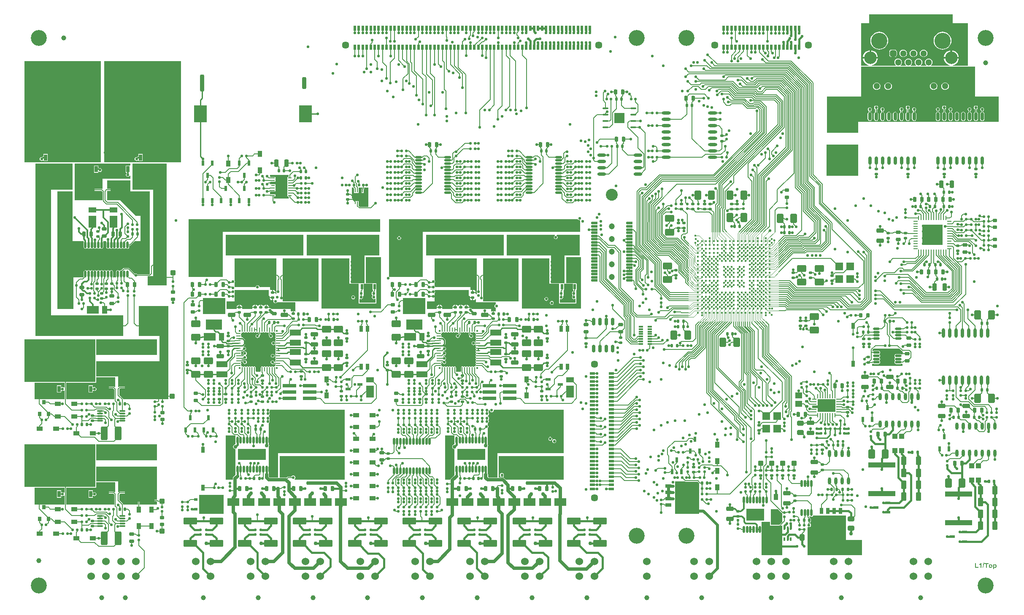
<source format=gbr>
G04*
G04 #@! TF.GenerationSoftware,Altium Limited,Altium Designer,23.4.1 (23)*
G04*
G04 Layer_Physical_Order=1*
G04 Layer_Color=255*
%FSLAX44Y44*%
%MOMM*%
G71*
G04*
G04 #@! TF.SameCoordinates,210523F5-4B5D-4388-949E-6639FD9C488E*
G04*
G04*
G04 #@! TF.FilePolarity,Positive*
G04*
G01*
G75*
%ADD16C,0.2540*%
%ADD17C,0.4064*%
%ADD20R,4.6000X3.9000*%
%ADD21R,3.9000X4.6000*%
%ADD26R,0.7600X1.2700*%
%ADD27R,1.6000X1.9200*%
%ADD28O,1.3500X0.5000*%
%ADD29R,3.5500X2.4600*%
%ADD30O,0.4500X1.4000*%
%ADD31O,0.6000X1.9000*%
%ADD32O,0.6000X1.4500*%
G04:AMPARAMS|DCode=33|XSize=0.43mm|YSize=1.27mm|CornerRadius=0.0215mm|HoleSize=0mm|Usage=FLASHONLY|Rotation=270.000|XOffset=0mm|YOffset=0mm|HoleType=Round|Shape=RoundedRectangle|*
%AMROUNDEDRECTD33*
21,1,0.4300,1.2270,0,0,270.0*
21,1,0.3870,1.2700,0,0,270.0*
1,1,0.0430,-0.6135,-0.1935*
1,1,0.0430,-0.6135,0.1935*
1,1,0.0430,0.6135,0.1935*
1,1,0.0430,0.6135,-0.1935*
%
%ADD33ROUNDEDRECTD33*%
%ADD34R,2.2200X1.2900*%
%ADD35R,0.6500X1.2500*%
%ADD36R,0.8000X0.8000*%
%ADD37R,0.8000X0.8000*%
%ADD38R,1.2500X0.6500*%
%ADD39R,0.7240X0.5590*%
%ADD40R,0.6000X1.0000*%
G04:AMPARAMS|DCode=41|XSize=0.6mm|YSize=1.5mm|CornerRadius=0.15mm|HoleSize=0mm|Usage=FLASHONLY|Rotation=0.000|XOffset=0mm|YOffset=0mm|HoleType=Round|Shape=RoundedRectangle|*
%AMROUNDEDRECTD41*
21,1,0.6000,1.2000,0,0,0.0*
21,1,0.3000,1.5000,0,0,0.0*
1,1,0.3000,0.1500,-0.6000*
1,1,0.3000,-0.1500,-0.6000*
1,1,0.3000,-0.1500,0.6000*
1,1,0.3000,0.1500,0.6000*
%
%ADD41ROUNDEDRECTD41*%
%ADD42R,0.9100X1.2200*%
%ADD43R,2.5999X3.5001*%
%ADD44O,0.6500X1.6500*%
%ADD45R,1.6000X1.5000*%
%ADD46R,0.2500X0.5500*%
G04:AMPARAMS|DCode=47|XSize=1.7mm|YSize=1mm|CornerRadius=0mm|HoleSize=0mm|Usage=FLASHONLY|Rotation=0.000|XOffset=0mm|YOffset=0mm|HoleType=Round|Shape=Octagon|*
%AMOCTAGOND47*
4,1,8,0.8500,-0.2500,0.8500,0.2500,0.6000,0.5000,-0.6000,0.5000,-0.8500,0.2500,-0.8500,-0.2500,-0.6000,-0.5000,0.6000,-0.5000,0.8500,-0.2500,0.0*
%
%ADD47OCTAGOND47*%

%ADD48R,2.8000X0.7000*%
%ADD49R,0.5000X1.1000*%
%ADD50R,1.1000X0.5000*%
%ADD51O,1.8500X0.6000*%
G04:AMPARAMS|DCode=52|XSize=3.3mm|YSize=1.35mm|CornerRadius=0.2025mm|HoleSize=0mm|Usage=FLASHONLY|Rotation=180.000|XOffset=0mm|YOffset=0mm|HoleType=Round|Shape=RoundedRectangle|*
%AMROUNDEDRECTD52*
21,1,3.3000,0.9450,0,0,180.0*
21,1,2.8950,1.3500,0,0,180.0*
1,1,0.4050,-1.4475,0.4725*
1,1,0.4050,1.4475,0.4725*
1,1,0.4050,1.4475,-0.4725*
1,1,0.4050,-1.4475,-0.4725*
%
%ADD52ROUNDEDRECTD52*%
G04:AMPARAMS|DCode=53|XSize=2.7mm|YSize=1.35mm|CornerRadius=0.2025mm|HoleSize=0mm|Usage=FLASHONLY|Rotation=180.000|XOffset=0mm|YOffset=0mm|HoleType=Round|Shape=RoundedRectangle|*
%AMROUNDEDRECTD53*
21,1,2.7000,0.9450,0,0,180.0*
21,1,2.2950,1.3500,0,0,180.0*
1,1,0.4050,-1.1475,0.4725*
1,1,0.4050,1.1475,0.4725*
1,1,0.4050,1.1475,-0.4725*
1,1,0.4050,-1.1475,-0.4725*
%
%ADD53ROUNDEDRECTD53*%
G04:AMPARAMS|DCode=54|XSize=1.75mm|YSize=1.05mm|CornerRadius=0.1575mm|HoleSize=0mm|Usage=FLASHONLY|Rotation=270.000|XOffset=0mm|YOffset=0mm|HoleType=Round|Shape=RoundedRectangle|*
%AMROUNDEDRECTD54*
21,1,1.7500,0.7350,0,0,270.0*
21,1,1.4350,1.0500,0,0,270.0*
1,1,0.3150,-0.3675,-0.7175*
1,1,0.3150,-0.3675,0.7175*
1,1,0.3150,0.3675,0.7175*
1,1,0.3150,0.3675,-0.7175*
%
%ADD54ROUNDEDRECTD54*%
G04:AMPARAMS|DCode=55|XSize=1.3mm|YSize=0.95mm|CornerRadius=0.19mm|HoleSize=0mm|Usage=FLASHONLY|Rotation=0.000|XOffset=0mm|YOffset=0mm|HoleType=Round|Shape=RoundedRectangle|*
%AMROUNDEDRECTD55*
21,1,1.3000,0.5700,0,0,0.0*
21,1,0.9200,0.9500,0,0,0.0*
1,1,0.3800,0.4600,-0.2850*
1,1,0.3800,-0.4600,-0.2850*
1,1,0.3800,-0.4600,0.2850*
1,1,0.3800,0.4600,0.2850*
%
%ADD55ROUNDEDRECTD55*%
G04:AMPARAMS|DCode=56|XSize=0.9mm|YSize=0.7mm|CornerRadius=0.175mm|HoleSize=0mm|Usage=FLASHONLY|Rotation=180.000|XOffset=0mm|YOffset=0mm|HoleType=Round|Shape=RoundedRectangle|*
%AMROUNDEDRECTD56*
21,1,0.9000,0.3500,0,0,180.0*
21,1,0.5500,0.7000,0,0,180.0*
1,1,0.3500,-0.2750,0.1750*
1,1,0.3500,0.2750,0.1750*
1,1,0.3500,0.2750,-0.1750*
1,1,0.3500,-0.2750,-0.1750*
%
%ADD56ROUNDEDRECTD56*%
G04:AMPARAMS|DCode=57|XSize=0.55mm|YSize=0.55mm|CornerRadius=0.1375mm|HoleSize=0mm|Usage=FLASHONLY|Rotation=0.000|XOffset=0mm|YOffset=0mm|HoleType=Round|Shape=RoundedRectangle|*
%AMROUNDEDRECTD57*
21,1,0.5500,0.2750,0,0,0.0*
21,1,0.2750,0.5500,0,0,0.0*
1,1,0.2750,0.1375,-0.1375*
1,1,0.2750,-0.1375,-0.1375*
1,1,0.2750,-0.1375,0.1375*
1,1,0.2750,0.1375,0.1375*
%
%ADD57ROUNDEDRECTD57*%
%ADD58R,1.5000X2.4000*%
%ADD59R,1.5000X1.0500*%
%ADD60O,1.4000X0.4500*%
%ADD61R,0.8500X0.3500*%
%ADD62R,2.1000X3.4500*%
%ADD63R,1.0000X5.2000*%
%ADD64R,3.5000X3.1000*%
%ADD65R,0.4000X0.8000*%
%ADD66R,0.5500X1.0500*%
%ADD67R,0.8000X0.2500*%
%ADD68R,1.1000X1.1000*%
%ADD69O,1.1500X0.4000*%
%ADD70R,2.0000X2.0000*%
%ADD71R,5.6000X2.3000*%
%ADD72R,0.3300X0.3300*%
%ADD73O,0.9250X0.2500*%
%ADD74O,0.2500X0.9250*%
%ADD75O,1.3500X0.3000*%
%ADD76O,0.2500X0.8500*%
%ADD77O,0.8500X0.2500*%
%ADD78R,3.6500X2.6500*%
%ADD79R,5.1800X3.1000*%
%ADD80R,1.0000X0.6000*%
%ADD81R,1.4700X1.1900*%
%ADD82R,4.3000X2.1000*%
%ADD83O,0.2500X1.0000*%
%ADD84O,1.0000X0.2500*%
%ADD85R,0.6500X0.9500*%
%ADD86O,1.7500X0.6000*%
%ADD87R,2.3800X9.0000*%
%ADD88R,5.4000X1.0500*%
G04:AMPARAMS|DCode=89|XSize=2.7mm|YSize=1.3mm|CornerRadius=0.195mm|HoleSize=0mm|Usage=FLASHONLY|Rotation=90.000|XOffset=0mm|YOffset=0mm|HoleType=Round|Shape=RoundedRectangle|*
%AMROUNDEDRECTD89*
21,1,2.7000,0.9100,0,0,90.0*
21,1,2.3100,1.3000,0,0,90.0*
1,1,0.3900,0.4550,1.1550*
1,1,0.3900,0.4550,-1.1550*
1,1,0.3900,-0.4550,-1.1550*
1,1,0.3900,-0.4550,1.1550*
%
%ADD89ROUNDEDRECTD89*%
G04:AMPARAMS|DCode=90|XSize=1.8mm|YSize=1.35mm|CornerRadius=0.2025mm|HoleSize=0mm|Usage=FLASHONLY|Rotation=90.000|XOffset=0mm|YOffset=0mm|HoleType=Round|Shape=RoundedRectangle|*
%AMROUNDEDRECTD90*
21,1,1.8000,0.9450,0,0,90.0*
21,1,1.3950,1.3500,0,0,90.0*
1,1,0.4050,0.4725,0.6975*
1,1,0.4050,0.4725,-0.6975*
1,1,0.4050,-0.4725,-0.6975*
1,1,0.4050,-0.4725,0.6975*
%
%ADD90ROUNDEDRECTD90*%
%ADD91R,5.4000X1.5500*%
G04:AMPARAMS|DCode=92|XSize=1.45mm|YSize=0.9mm|CornerRadius=0.18mm|HoleSize=0mm|Usage=FLASHONLY|Rotation=0.000|XOffset=0mm|YOffset=0mm|HoleType=Round|Shape=RoundedRectangle|*
%AMROUNDEDRECTD92*
21,1,1.4500,0.5400,0,0,0.0*
21,1,1.0900,0.9000,0,0,0.0*
1,1,0.3600,0.5450,-0.2700*
1,1,0.3600,-0.5450,-0.2700*
1,1,0.3600,-0.5450,0.2700*
1,1,0.3600,0.5450,0.2700*
%
%ADD92ROUNDEDRECTD92*%
G04:AMPARAMS|DCode=93|XSize=0.95mm|YSize=0.75mm|CornerRadius=0.1875mm|HoleSize=0mm|Usage=FLASHONLY|Rotation=180.000|XOffset=0mm|YOffset=0mm|HoleType=Round|Shape=RoundedRectangle|*
%AMROUNDEDRECTD93*
21,1,0.9500,0.3750,0,0,180.0*
21,1,0.5750,0.7500,0,0,180.0*
1,1,0.3750,-0.2875,0.1875*
1,1,0.3750,0.2875,0.1875*
1,1,0.3750,0.2875,-0.1875*
1,1,0.3750,-0.2875,-0.1875*
%
%ADD93ROUNDEDRECTD93*%
G04:AMPARAMS|DCode=94|XSize=0.62mm|YSize=0.52mm|CornerRadius=0.13mm|HoleSize=0mm|Usage=FLASHONLY|Rotation=90.000|XOffset=0mm|YOffset=0mm|HoleType=Round|Shape=RoundedRectangle|*
%AMROUNDEDRECTD94*
21,1,0.6200,0.2600,0,0,90.0*
21,1,0.3600,0.5200,0,0,90.0*
1,1,0.2600,0.1300,0.1800*
1,1,0.2600,0.1300,-0.1800*
1,1,0.2600,-0.1300,-0.1800*
1,1,0.2600,-0.1300,0.1800*
%
%ADD94ROUNDEDRECTD94*%
%ADD95R,2.4000X1.5500*%
%ADD96C,0.4000*%
%ADD97R,3.3000X2.0500*%
G04:AMPARAMS|DCode=98|XSize=0.95mm|YSize=0.75mm|CornerRadius=0.1875mm|HoleSize=0mm|Usage=FLASHONLY|Rotation=90.000|XOffset=0mm|YOffset=0mm|HoleType=Round|Shape=RoundedRectangle|*
%AMROUNDEDRECTD98*
21,1,0.9500,0.3750,0,0,90.0*
21,1,0.5750,0.7500,0,0,90.0*
1,1,0.3750,0.1875,0.2875*
1,1,0.3750,0.1875,-0.2875*
1,1,0.3750,-0.1875,-0.2875*
1,1,0.3750,-0.1875,0.2875*
%
%ADD98ROUNDEDRECTD98*%
G04:AMPARAMS|DCode=99|XSize=1.45mm|YSize=0.9mm|CornerRadius=0.18mm|HoleSize=0mm|Usage=FLASHONLY|Rotation=270.000|XOffset=0mm|YOffset=0mm|HoleType=Round|Shape=RoundedRectangle|*
%AMROUNDEDRECTD99*
21,1,1.4500,0.5400,0,0,270.0*
21,1,1.0900,0.9000,0,0,270.0*
1,1,0.3600,-0.2700,-0.5450*
1,1,0.3600,-0.2700,0.5450*
1,1,0.3600,0.2700,0.5450*
1,1,0.3600,0.2700,-0.5450*
%
%ADD99ROUNDEDRECTD99*%
G04:AMPARAMS|DCode=100|XSize=0.62mm|YSize=0.52mm|CornerRadius=0.13mm|HoleSize=0mm|Usage=FLASHONLY|Rotation=180.000|XOffset=0mm|YOffset=0mm|HoleType=Round|Shape=RoundedRectangle|*
%AMROUNDEDRECTD100*
21,1,0.6200,0.2600,0,0,180.0*
21,1,0.3600,0.5200,0,0,180.0*
1,1,0.2600,-0.1800,0.1300*
1,1,0.2600,0.1800,0.1300*
1,1,0.2600,0.1800,-0.1300*
1,1,0.2600,-0.1800,-0.1300*
%
%ADD100ROUNDEDRECTD100*%
G04:AMPARAMS|DCode=101|XSize=1.8mm|YSize=1.35mm|CornerRadius=0.2025mm|HoleSize=0mm|Usage=FLASHONLY|Rotation=0.000|XOffset=0mm|YOffset=0mm|HoleType=Round|Shape=RoundedRectangle|*
%AMROUNDEDRECTD101*
21,1,1.8000,0.9450,0,0,0.0*
21,1,1.3950,1.3500,0,0,0.0*
1,1,0.4050,0.6975,-0.4725*
1,1,0.4050,-0.6975,-0.4725*
1,1,0.4050,-0.6975,0.4725*
1,1,0.4050,0.6975,0.4725*
%
%ADD101ROUNDEDRECTD101*%
%ADD102R,1.0500X5.4000*%
%ADD103R,2.4000X1.5000*%
%ADD104R,1.0500X1.5000*%
%ADD105R,1.2200X0.9100*%
%ADD106R,2.0500X3.3000*%
G04:AMPARAMS|DCode=107|XSize=0.55mm|YSize=0.55mm|CornerRadius=0.1375mm|HoleSize=0mm|Usage=FLASHONLY|Rotation=270.000|XOffset=0mm|YOffset=0mm|HoleType=Round|Shape=RoundedRectangle|*
%AMROUNDEDRECTD107*
21,1,0.5500,0.2750,0,0,270.0*
21,1,0.2750,0.5500,0,0,270.0*
1,1,0.2750,-0.1375,-0.1375*
1,1,0.2750,-0.1375,0.1375*
1,1,0.2750,0.1375,0.1375*
1,1,0.2750,0.1375,-0.1375*
%
%ADD107ROUNDEDRECTD107*%
G04:AMPARAMS|DCode=108|XSize=1.3mm|YSize=0.95mm|CornerRadius=0.19mm|HoleSize=0mm|Usage=FLASHONLY|Rotation=90.000|XOffset=0mm|YOffset=0mm|HoleType=Round|Shape=RoundedRectangle|*
%AMROUNDEDRECTD108*
21,1,1.3000,0.5700,0,0,90.0*
21,1,0.9200,0.9500,0,0,90.0*
1,1,0.3800,0.2850,0.4600*
1,1,0.3800,0.2850,-0.4600*
1,1,0.3800,-0.2850,-0.4600*
1,1,0.3800,-0.2850,0.4600*
%
%ADD108ROUNDEDRECTD108*%
%ADD109R,2.1000X4.3000*%
G04:AMPARAMS|DCode=110|XSize=0.9mm|YSize=0.7mm|CornerRadius=0.175mm|HoleSize=0mm|Usage=FLASHONLY|Rotation=270.000|XOffset=0mm|YOffset=0mm|HoleType=Round|Shape=RoundedRectangle|*
%AMROUNDEDRECTD110*
21,1,0.9000,0.3500,0,0,270.0*
21,1,0.5500,0.7000,0,0,270.0*
1,1,0.3500,-0.1750,-0.2750*
1,1,0.3500,-0.1750,0.2750*
1,1,0.3500,0.1750,0.2750*
1,1,0.3500,0.1750,-0.2750*
%
%ADD110ROUNDEDRECTD110*%
%ADD111R,1.7000X0.5000*%
%ADD112R,0.8500X0.5000*%
%ADD113R,1.8650X5.0000*%
%ADD220C,0.1524*%
G04:AMPARAMS|DCode=221|XSize=1mm|YSize=1mm|CornerRadius=0.1mm|HoleSize=0mm|Usage=FLASHONLY|Rotation=90.000|XOffset=0mm|YOffset=0mm|HoleType=Round|Shape=RoundedRectangle|*
%AMROUNDEDRECTD221*
21,1,1.0000,0.8000,0,0,90.0*
21,1,0.8000,1.0000,0,0,90.0*
1,1,0.2000,0.4000,0.4000*
1,1,0.2000,0.4000,-0.4000*
1,1,0.2000,-0.4000,-0.4000*
1,1,0.2000,-0.4000,0.4000*
%
%ADD221ROUNDEDRECTD221*%
%ADD222R,2.0000X3.8000*%
%ADD223R,4.3900X4.3900*%
%ADD224R,4.1000X4.1000*%
%ADD225C,1.0000*%
G04:AMPARAMS|DCode=226|XSize=1mm|YSize=1mm|CornerRadius=0.1mm|HoleSize=0mm|Usage=FLASHONLY|Rotation=180.000|XOffset=0mm|YOffset=0mm|HoleType=Round|Shape=RoundedRectangle|*
%AMROUNDEDRECTD226*
21,1,1.0000,0.8000,0,0,180.0*
21,1,0.8000,1.0000,0,0,180.0*
1,1,0.2000,-0.4000,0.4000*
1,1,0.2000,0.4000,0.4000*
1,1,0.2000,0.4000,-0.4000*
1,1,0.2000,-0.4000,-0.4000*
%
%ADD226ROUNDEDRECTD226*%
%ADD227C,0.6096*%
%ADD228C,0.3048*%
%ADD229C,0.7112*%
%ADD230C,0.1016*%
%ADD231C,0.1524*%
G04:AMPARAMS|DCode=232|XSize=1.3mm|YSize=1.3mm|CornerRadius=0.325mm|HoleSize=0mm|Usage=FLASHONLY|Rotation=180.000|XOffset=0mm|YOffset=0mm|HoleType=Round|Shape=RoundedRectangle|*
%AMROUNDEDRECTD232*
21,1,1.3000,0.6500,0,0,180.0*
21,1,0.6500,1.3000,0,0,180.0*
1,1,0.6500,-0.3250,0.3250*
1,1,0.6500,0.3250,0.3250*
1,1,0.6500,0.3250,-0.3250*
1,1,0.6500,-0.3250,-0.3250*
%
%ADD232ROUNDEDRECTD232*%
%ADD233C,1.3000*%
%ADD234C,3.2500*%
%ADD235C,2.5000*%
%ADD236C,2.3900*%
%ADD237C,1.2000*%
%ADD238C,1.4500*%
%ADD239C,1.5240*%
G04:AMPARAMS|DCode=240|XSize=3.4mm|YSize=0.8mm|CornerRadius=0.2mm|HoleSize=0mm|Usage=FLASHONLY|Rotation=270.000|XOffset=0mm|YOffset=0mm|HoleType=Round|Shape=RoundedRectangle|*
%AMROUNDEDRECTD240*
21,1,3.4000,0.4000,0,0,270.0*
21,1,3.0000,0.8000,0,0,270.0*
1,1,0.4000,-0.2000,-1.5000*
1,1,0.4000,-0.2000,1.5000*
1,1,0.4000,0.2000,1.5000*
1,1,0.4000,0.2000,-1.5000*
%
%ADD240ROUNDEDRECTD240*%
G04:AMPARAMS|DCode=241|XSize=2.4mm|YSize=0.8mm|CornerRadius=0.2mm|HoleSize=0mm|Usage=FLASHONLY|Rotation=270.000|XOffset=0mm|YOffset=0mm|HoleType=Round|Shape=RoundedRectangle|*
%AMROUNDEDRECTD241*
21,1,2.4000,0.4000,0,0,270.0*
21,1,2.0000,0.8000,0,0,270.0*
1,1,0.4000,-0.2000,-1.0000*
1,1,0.4000,-0.2000,1.0000*
1,1,0.4000,0.2000,1.0000*
1,1,0.4000,0.2000,-1.0000*
%
%ADD241ROUNDEDRECTD241*%
%ADD242C,3.2000*%
%ADD243C,0.5500*%
%ADD244C,0.4500*%
%ADD245C,0.7500*%
G36*
X1883900Y1180000D02*
X1884222Y1179222D01*
X1885000Y1178900D01*
X1914525D01*
Y1093788D01*
X1884367D01*
X1884198Y1095028D01*
X1887033Y1095888D01*
X1889646Y1097284D01*
X1891936Y1099164D01*
X1893816Y1101454D01*
X1895212Y1104067D01*
X1896072Y1106902D01*
X1896163Y1107818D01*
X1881250D01*
X1866337D01*
X1866428Y1106902D01*
X1867288Y1104067D01*
X1868684Y1101454D01*
X1870564Y1099164D01*
X1872854Y1097284D01*
X1875467Y1095888D01*
X1878302Y1095028D01*
X1878133Y1093788D01*
X1840798D01*
X1840367Y1095058D01*
X1841060Y1095590D01*
X1842265Y1097160D01*
X1843022Y1098988D01*
X1843281Y1100950D01*
X1843022Y1102912D01*
X1842265Y1104740D01*
X1841060Y1106311D01*
X1839490Y1107515D01*
X1837662Y1108272D01*
X1835700Y1108531D01*
X1833738Y1108272D01*
X1831910Y1107515D01*
X1830340Y1106311D01*
X1829135Y1104740D01*
X1828378Y1102912D01*
X1828119Y1100950D01*
X1828378Y1098988D01*
X1829135Y1097160D01*
X1830340Y1095590D01*
X1831033Y1095058D01*
X1830602Y1093788D01*
X1820398D01*
X1819967Y1095058D01*
X1820661Y1095590D01*
X1821865Y1097160D01*
X1822623Y1098988D01*
X1822881Y1100950D01*
X1822623Y1102912D01*
X1821865Y1104740D01*
X1820661Y1106311D01*
X1819090Y1107515D01*
X1817262Y1108272D01*
X1815300Y1108531D01*
X1813338Y1108272D01*
X1811510Y1107515D01*
X1809940Y1106311D01*
X1808735Y1104740D01*
X1807977Y1102912D01*
X1807719Y1100950D01*
X1807977Y1098988D01*
X1808735Y1097160D01*
X1809940Y1095590D01*
X1810633Y1095058D01*
X1810202Y1093788D01*
X1799998D01*
X1799567Y1095058D01*
X1800260Y1095590D01*
X1801465Y1097160D01*
X1802222Y1098988D01*
X1802481Y1100950D01*
X1802222Y1102912D01*
X1801465Y1104740D01*
X1800260Y1106311D01*
X1798690Y1107515D01*
X1796862Y1108272D01*
X1794900Y1108531D01*
X1792938Y1108272D01*
X1791110Y1107515D01*
X1789539Y1106311D01*
X1788335Y1104740D01*
X1787578Y1102912D01*
X1787319Y1100950D01*
X1787578Y1098988D01*
X1788335Y1097160D01*
X1789539Y1095590D01*
X1790233Y1095058D01*
X1789802Y1093788D01*
X1779598D01*
X1779167Y1095058D01*
X1779861Y1095590D01*
X1781065Y1097160D01*
X1781823Y1098988D01*
X1782081Y1100950D01*
X1781823Y1102912D01*
X1781065Y1104740D01*
X1779861Y1106311D01*
X1778290Y1107515D01*
X1776462Y1108272D01*
X1774500Y1108531D01*
X1772538Y1108272D01*
X1770710Y1107515D01*
X1769140Y1106311D01*
X1767935Y1104740D01*
X1767177Y1102912D01*
X1766919Y1100950D01*
X1767177Y1098988D01*
X1767935Y1097160D01*
X1769140Y1095590D01*
X1769833Y1095058D01*
X1769402Y1093788D01*
X1721867D01*
X1721698Y1095028D01*
X1724533Y1095888D01*
X1727146Y1097284D01*
X1729436Y1099164D01*
X1731316Y1101454D01*
X1732712Y1104067D01*
X1733572Y1106902D01*
X1733663Y1107818D01*
X1718750D01*
X1703837D01*
X1703928Y1106902D01*
X1704788Y1104067D01*
X1706184Y1101454D01*
X1708064Y1099164D01*
X1710354Y1097284D01*
X1712967Y1095888D01*
X1715802Y1095028D01*
X1715633Y1093788D01*
X1700213D01*
Y1178900D01*
X1715000D01*
X1715778Y1179222D01*
X1716100Y1180000D01*
Y1196975D01*
X1883900D01*
Y1180000D01*
D02*
G37*
G36*
X1928813Y1031875D02*
X1976438D01*
Y981075D01*
X1693862D01*
Y959334D01*
X1631322D01*
Y1031875D01*
X1700213D01*
Y1092200D01*
X1928813D01*
Y1031875D01*
D02*
G37*
G36*
X174625Y900113D02*
X21100Y900112D01*
Y1103313D01*
X174625D01*
Y900113D01*
D02*
G37*
G36*
X334963Y900112D02*
X180975Y900113D01*
Y1103313D01*
X334963D01*
Y900112D01*
D02*
G37*
G36*
X1693862Y873125D02*
X1630363D01*
Y935038D01*
X1693862D01*
Y873125D01*
D02*
G37*
G36*
X233363Y894393D02*
X232866Y893328D01*
X232092Y893328D01*
X224334D01*
Y878796D01*
X226010D01*
Y877511D01*
X225885Y877428D01*
X225053Y876182D01*
X224760Y874713D01*
X225053Y873243D01*
X225885Y871997D01*
X227131Y871165D01*
X228600Y870873D01*
X230069Y871165D01*
X231315Y871997D01*
X232092Y873161D01*
X232185Y873174D01*
X233363Y872452D01*
Y866775D01*
X177800D01*
Y847155D01*
X177547Y846891D01*
X176530Y846300D01*
X176213Y846363D01*
X151550D01*
X150856Y846225D01*
X150268Y845832D01*
X149875Y845244D01*
X149737Y844550D01*
X149875Y843856D01*
X150268Y843268D01*
X150856Y842875D01*
X151550Y842737D01*
X175462D01*
X177575Y840624D01*
Y823913D01*
X122238D01*
Y896937D01*
X233363D01*
Y894393D01*
D02*
G37*
G36*
X551662Y874150D02*
Y870666D01*
X548459D01*
Y866134D01*
X548459D01*
Y865666D01*
X548459D01*
Y861134D01*
X548459D01*
Y860666D01*
X548459D01*
Y856134D01*
X548459D01*
Y855666D01*
X548459D01*
Y851134D01*
X548459D01*
Y850666D01*
X548459D01*
Y846134D01*
X548459D01*
Y845666D01*
X548459D01*
Y841134D01*
X548459D01*
Y840666D01*
X548459D01*
Y836134D01*
X548459D01*
Y835666D01*
X548459D01*
Y831134D01*
X551662D01*
Y829238D01*
X551800Y828544D01*
X551925Y828357D01*
X551380Y827087D01*
X521488D01*
Y831134D01*
X524691D01*
Y835666D01*
X514659D01*
X514350Y836808D01*
Y840527D01*
X514957Y841134D01*
X524691D01*
Y845666D01*
X524691D01*
Y846134D01*
X524691Y846134D01*
X524691Y850666D01*
X524691Y851936D01*
Y855666D01*
X514659Y855666D01*
X514350Y856808D01*
Y859992D01*
X514659Y861134D01*
X524691D01*
Y865666D01*
X524691D01*
Y866134D01*
X524691D01*
Y870666D01*
X514659D01*
X514350Y871808D01*
Y874713D01*
X551201D01*
X551662Y874150D01*
D02*
G37*
G36*
X680890Y849313D02*
X681081Y849027D01*
X682837Y847271D01*
Y845729D01*
X682384D01*
Y838196D01*
X686916D01*
Y838196D01*
X687384D01*
Y838196D01*
X691916D01*
Y845729D01*
X691463D01*
Y849313D01*
X699118D01*
X699400Y848043D01*
X698368Y847010D01*
X697975Y846422D01*
X697837Y845729D01*
X697384D01*
Y838196D01*
X701916D01*
Y845431D01*
X702694Y846209D01*
X703087Y846797D01*
X703225Y847491D01*
Y849313D01*
X711200D01*
Y809850D01*
X694488D01*
X691463Y812876D01*
Y814797D01*
X691916D01*
Y822328D01*
X687384D01*
Y822328D01*
X686916D01*
Y822328D01*
X684948D01*
X680832Y826444D01*
X680244Y826837D01*
X679550Y826975D01*
X677863D01*
Y849313D01*
X680890D01*
D02*
G37*
G36*
X1135062Y712787D02*
X1104900D01*
Y657225D01*
X1077913D01*
Y712787D01*
X989013D01*
Y754062D01*
X1085177D01*
X1085899Y752885D01*
X1085886Y752793D01*
X1084722Y752015D01*
X1083890Y750769D01*
X1083598Y749300D01*
X1083890Y747831D01*
X1084722Y746585D01*
X1085968Y745752D01*
X1087438Y745460D01*
X1088907Y745752D01*
X1090153Y746585D01*
X1090985Y747831D01*
X1091277Y749300D01*
X1090985Y750769D01*
X1090153Y752015D01*
X1088989Y752793D01*
X1088976Y752885D01*
X1089698Y754062D01*
X1135062D01*
Y712787D01*
D02*
G37*
G36*
X233363Y841375D02*
X273050D01*
Y675664D01*
X272299Y674913D01*
X247793D01*
X247190Y675815D01*
X245944Y676647D01*
X244475Y676940D01*
X243006Y676647D01*
X242345Y676206D01*
X231469Y687082D01*
X230881Y687475D01*
X230187Y687613D01*
X220688D01*
X219994Y687475D01*
X219406Y687082D01*
X215627Y683303D01*
X214988Y683430D01*
X213713Y683176D01*
X212633Y682455D01*
X212501Y682258D01*
X210974D01*
X210842Y682455D01*
X209762Y683176D01*
X208487Y683430D01*
X207213Y683176D01*
X206133Y682455D01*
X205411Y681374D01*
X205158Y680100D01*
Y670600D01*
X205355Y669607D01*
X204660Y668337D01*
X199315D01*
X198620Y669607D01*
X198818Y670600D01*
Y680100D01*
X198564Y681374D01*
X197842Y682455D01*
X196762Y683176D01*
X195487Y683430D01*
X194213Y683176D01*
X193133Y682455D01*
X193001Y682258D01*
X191474D01*
X191342Y682455D01*
X190262Y683176D01*
X188988Y683430D01*
X187713Y683176D01*
X186633Y682455D01*
X186501Y682258D01*
X184974D01*
X184842Y682455D01*
X183762Y683176D01*
X182488Y683430D01*
X181213Y683176D01*
X180133Y682455D01*
X180001Y682258D01*
X178474D01*
X178342Y682455D01*
X177262Y683176D01*
X175987Y683430D01*
X174713Y683176D01*
X173633Y682455D01*
X173501Y682258D01*
X171974D01*
X171842Y682455D01*
X170762Y683176D01*
X169487Y683430D01*
X168213Y683176D01*
X167133Y682455D01*
X167001Y682258D01*
X165474D01*
X165342Y682455D01*
X164262Y683176D01*
X162987Y683430D01*
X161713Y683176D01*
X160633Y682455D01*
X160501Y682258D01*
X158974D01*
X158842Y682455D01*
X157762Y683176D01*
X156488Y683430D01*
X155213Y683176D01*
X154133Y682455D01*
X154001Y682258D01*
X152474D01*
X152342Y682455D01*
X151262Y683176D01*
X149987Y683430D01*
X148713Y683176D01*
X147633Y682455D01*
X147501Y682258D01*
X145974D01*
X145842Y682455D01*
X144762Y683176D01*
X143488Y683430D01*
X142213Y683176D01*
X141133Y682455D01*
X140411Y681374D01*
X140157Y680100D01*
Y670600D01*
X140285Y669961D01*
X138661Y668337D01*
X119062D01*
Y604837D01*
X87312D01*
Y841375D01*
X117475D01*
Y741363D01*
X139544D01*
X139853Y741011D01*
X140355Y740092D01*
X140157Y739100D01*
Y729600D01*
X140411Y728326D01*
X141133Y727245D01*
X142213Y726524D01*
X143488Y726270D01*
X144762Y726524D01*
X145842Y727245D01*
X145974Y727442D01*
X147501D01*
X147633Y727245D01*
X148713Y726524D01*
X149987Y726270D01*
X151262Y726524D01*
X152342Y727245D01*
X152474Y727442D01*
X154001D01*
X154133Y727245D01*
X155213Y726524D01*
X156488Y726270D01*
X157762Y726524D01*
X158842Y727245D01*
X158974Y727442D01*
X160501D01*
X160633Y727245D01*
X161713Y726524D01*
X162987Y726270D01*
X164262Y726524D01*
X165342Y727245D01*
X165474Y727442D01*
X167001D01*
X167133Y727245D01*
X168213Y726524D01*
X169487Y726270D01*
X170762Y726524D01*
X171842Y727245D01*
X171974Y727442D01*
X173501D01*
X173633Y727245D01*
X174713Y726524D01*
X175987Y726270D01*
X177262Y726524D01*
X178342Y727245D01*
X179064Y728326D01*
X179317Y729600D01*
Y739100D01*
X179120Y740092D01*
X179622Y741011D01*
X179931Y741363D01*
X185044D01*
X185353Y741011D01*
X185855Y740092D01*
X185658Y739100D01*
Y729600D01*
X185911Y728326D01*
X186633Y727245D01*
X187713Y726524D01*
X188988Y726270D01*
X190262Y726524D01*
X191342Y727245D01*
X191474Y727442D01*
X193001D01*
X193133Y727245D01*
X194213Y726524D01*
X195487Y726270D01*
X196762Y726524D01*
X197842Y727245D01*
X197974Y727442D01*
X199501D01*
X199633Y727245D01*
X200713Y726524D01*
X201987Y726270D01*
X203262Y726524D01*
X204342Y727245D01*
X204474Y727442D01*
X206001D01*
X206133Y727245D01*
X207213Y726524D01*
X208487Y726270D01*
X209762Y726524D01*
X210842Y727245D01*
X210974Y727442D01*
X212501D01*
X212633Y727245D01*
X213713Y726524D01*
X214988Y726270D01*
X216262Y726524D01*
X217342Y727245D01*
X217474Y727442D01*
X219001D01*
X219133Y727245D01*
X220213Y726524D01*
X221488Y726270D01*
X222762Y726524D01*
X223842Y727245D01*
X223974Y727442D01*
X225501D01*
X225633Y727245D01*
X226713Y726524D01*
X227987Y726270D01*
X229262Y726524D01*
X230342Y727245D01*
X231064Y728326D01*
X231318Y729600D01*
Y732537D01*
X232700D01*
X233394Y732675D01*
X233982Y733068D01*
X242276Y741363D01*
X254000D01*
Y792162D01*
X244475D01*
X212725Y823913D01*
X187325Y823913D01*
Y842737D01*
X204050D01*
X204744Y842875D01*
X205332Y843268D01*
X205725Y843856D01*
X205863Y844550D01*
X205725Y845244D01*
X205332Y845832D01*
X204744Y846225D01*
X204050Y846363D01*
X187325D01*
Y863600D01*
X233363D01*
Y841375D01*
D02*
G37*
G36*
X982663Y712787D02*
X827087D01*
Y754062D01*
X982663D01*
Y712787D01*
D02*
G37*
G36*
X581025D02*
X425450D01*
Y754062D01*
X581025D01*
Y712787D01*
D02*
G37*
G36*
X306388Y896937D02*
X306387Y652462D01*
X279400Y652462D01*
X268288D01*
Y671513D01*
X279400Y671513D01*
X279400Y844550D01*
X238125D01*
Y896937D01*
X306388Y896937D01*
D02*
G37*
G36*
X1132347Y784685D02*
X1133593Y783852D01*
X1135062Y783560D01*
X1135380Y783623D01*
X1136650Y782581D01*
Y760413D01*
X820738D01*
Y669925D01*
X752914D01*
X752475Y670219D01*
Y785813D01*
X1131594D01*
X1132347Y784685D01*
D02*
G37*
G36*
X735013Y760413D02*
X419100D01*
Y669925D01*
X350838D01*
Y785813D01*
X735013D01*
Y760413D01*
D02*
G37*
G36*
X733425Y712787D02*
X703262D01*
Y657225D01*
X676275D01*
Y712787D01*
X587375D01*
Y754062D01*
X733425D01*
Y712787D01*
D02*
G37*
G36*
X928688Y635000D02*
X927101D01*
X926278Y636270D01*
X926465Y637212D01*
Y637751D01*
X920750D01*
Y638512D01*
X919988D01*
Y643728D01*
X918950D01*
X917452Y643430D01*
X917258Y643300D01*
X915987Y643979D01*
Y649287D01*
X845215D01*
X844922Y650757D01*
X844550Y651314D01*
Y658373D01*
X844922Y658931D01*
X845215Y660400D01*
X844922Y661869D01*
X844550Y662427D01*
Y706438D01*
X928688D01*
Y635000D01*
D02*
G37*
G36*
X527050D02*
X525464D01*
X524640Y636270D01*
X524828Y637212D01*
Y637751D01*
X519113D01*
Y638512D01*
X518350D01*
Y643728D01*
X517313D01*
X515814Y643430D01*
X515620Y643300D01*
X514350Y643979D01*
Y649287D01*
X492790D01*
X492497Y650757D01*
X491665Y652003D01*
X490419Y652835D01*
X488950Y653127D01*
X487481Y652835D01*
X486235Y652003D01*
X485402Y650757D01*
X485110Y649287D01*
X443206D01*
X442912Y649727D01*
Y658373D01*
X443285Y658931D01*
X443577Y660400D01*
X443285Y661869D01*
X442912Y662427D01*
Y706438D01*
X527050D01*
Y635000D01*
D02*
G37*
G36*
X1121771Y643509D02*
X1122363D01*
Y641571D01*
X1122013Y641047D01*
X1121875Y640353D01*
Y640313D01*
X1121380Y640215D01*
X1120589Y639686D01*
X1120060Y638895D01*
X1119875Y637962D01*
Y635213D01*
X1120060Y634280D01*
X1120589Y633489D01*
X1121030Y633194D01*
X1121187Y632054D01*
X1121117Y631724D01*
X1120972Y631628D01*
X1120140Y630382D01*
X1119848Y628913D01*
X1120140Y627443D01*
X1120972Y626197D01*
X1122218Y625365D01*
X1123688Y625073D01*
X1125157Y625365D01*
X1125855Y625831D01*
X1127125Y625167D01*
Y617537D01*
X1095375D01*
Y624802D01*
X1096645Y625481D01*
X1096818Y625365D01*
X1098288Y625073D01*
X1099757Y625365D01*
X1101003Y626197D01*
X1101835Y627443D01*
X1102127Y628913D01*
X1101835Y630382D01*
X1101719Y630555D01*
X1102398Y631825D01*
X1103313D01*
Y643509D01*
X1103904D01*
Y655638D01*
X1121771D01*
Y643509D01*
D02*
G37*
G36*
X720134D02*
X720725D01*
Y641571D01*
X720375Y641047D01*
X720237Y640353D01*
Y640313D01*
X719742Y640215D01*
X718951Y639686D01*
X718423Y638895D01*
X718237Y637962D01*
Y635213D01*
X718423Y634280D01*
X718951Y633489D01*
X719393Y633194D01*
X719550Y632054D01*
X719480Y631724D01*
X719335Y631628D01*
X718503Y630382D01*
X718210Y628913D01*
X718503Y627443D01*
X719335Y626197D01*
X720581Y625365D01*
X722050Y625073D01*
X723519Y625365D01*
X724218Y625831D01*
X725488Y625167D01*
Y617537D01*
X693737D01*
Y624802D01*
X695007Y625481D01*
X695181Y625365D01*
X696650Y625073D01*
X698119Y625365D01*
X699365Y626197D01*
X700198Y627443D01*
X700490Y628913D01*
X700198Y630382D01*
X700082Y630555D01*
X700761Y631825D01*
X701675D01*
Y643509D01*
X702266D01*
Y655638D01*
X720134D01*
Y643509D01*
D02*
G37*
G36*
X1012825Y620713D02*
X941387D01*
Y706438D01*
X1012825D01*
Y620713D01*
D02*
G37*
G36*
X611188D02*
X539750D01*
Y706438D01*
X611188D01*
Y620713D01*
D02*
G37*
G36*
X1138238Y606425D02*
X1019175Y606425D01*
X1019175Y706437D01*
X1074737Y706438D01*
X1074737Y655638D01*
X1093788D01*
Y615950D01*
X1128712D01*
Y643509D01*
X1129304D01*
Y656041D01*
X1128712D01*
Y657225D01*
X1108075D01*
Y709613D01*
X1138238D01*
Y606425D01*
D02*
G37*
G36*
X736600D02*
X617537Y606425D01*
X617537Y706437D01*
X673100Y706438D01*
X673100Y655638D01*
X692150D01*
Y615950D01*
X727075D01*
Y643509D01*
X727666D01*
Y656041D01*
X727075D01*
Y657225D01*
X706438D01*
Y709613D01*
X736600D01*
Y606425D01*
D02*
G37*
G36*
X912812Y631825D02*
X914399D01*
X915222Y630555D01*
X915035Y629613D01*
Y629075D01*
X920750D01*
Y628312D01*
X921512D01*
Y623097D01*
X922550D01*
X924048Y623395D01*
X925319Y624244D01*
X925830Y625009D01*
X927100Y624624D01*
Y619125D01*
X966787D01*
Y614656D01*
X965660Y613903D01*
X964827Y612657D01*
X964535Y611188D01*
X964827Y609718D01*
X965660Y608472D01*
X966787Y607719D01*
Y601116D01*
X965518Y600437D01*
X965323Y600567D01*
X963825Y600865D01*
X962787D01*
Y595650D01*
X961263D01*
Y600865D01*
X960225D01*
X958727Y600567D01*
X958532Y600437D01*
X957262Y601116D01*
Y604837D01*
X946589D01*
X946032Y605210D01*
X944563Y605502D01*
X943093Y605210D01*
X942536Y604837D01*
X919456D01*
X918703Y605965D01*
X917457Y606797D01*
X915987Y607090D01*
X914993Y606892D01*
X914953Y606897D01*
X913938Y607588D01*
X908050D01*
Y608350D01*
X907288D01*
Y613565D01*
X906250D01*
X904752Y613267D01*
X903482Y612419D01*
X903258Y612083D01*
X901730D01*
X901506Y612419D01*
X900236Y613267D01*
X898737Y613565D01*
X897700D01*
Y608350D01*
X896176D01*
Y613565D01*
X895137D01*
X893639Y613267D01*
X892369Y612419D01*
X892145Y612083D01*
X890618D01*
X890394Y612419D01*
X889123Y613267D01*
X887625Y613565D01*
X886587D01*
Y608350D01*
X885825D01*
Y607588D01*
X880110D01*
Y607050D01*
X880297Y606107D01*
X879474Y604837D01*
X860426D01*
X859603Y606107D01*
X859790Y607050D01*
Y607588D01*
X848360D01*
Y607050D01*
X848547Y606107D01*
X847724Y604837D01*
X828675D01*
Y620713D01*
X844550D01*
Y637736D01*
X844922Y638293D01*
X845215Y639762D01*
X844922Y641232D01*
X844632Y641667D01*
X844944Y642937D01*
X912812D01*
Y631825D01*
D02*
G37*
G36*
X511175D02*
X512761D01*
X513585Y630555D01*
X513397Y629613D01*
Y629075D01*
X519113D01*
Y628312D01*
X519874D01*
Y623097D01*
X520218D01*
X520522Y622794D01*
X521066Y621912D01*
X521071Y621869D01*
X520841Y620713D01*
X521133Y619243D01*
X521966Y617997D01*
X523212Y617165D01*
X524681Y616873D01*
X526150Y617165D01*
X527396Y617997D01*
X528150Y619125D01*
X565150D01*
Y601116D01*
X563880Y600437D01*
X563686Y600567D01*
X562188Y600865D01*
X561149D01*
Y595650D01*
X559626D01*
Y600865D01*
X558587D01*
X557089Y600567D01*
X556895Y600437D01*
X555625Y601116D01*
Y604837D01*
X544952D01*
X544394Y605210D01*
X542925Y605502D01*
X541456Y605210D01*
X540898Y604837D01*
X517610D01*
X517065Y605653D01*
X515819Y606485D01*
X514350Y606777D01*
X513328Y606574D01*
X512983Y606711D01*
X512334Y607228D01*
X512128Y607509D01*
Y607588D01*
X506413D01*
Y608350D01*
X505650D01*
Y613565D01*
X504613D01*
X503114Y613267D01*
X501844Y612419D01*
X501620Y612083D01*
X500093D01*
X499869Y612419D01*
X498598Y613267D01*
X497100Y613565D01*
X496062D01*
Y608350D01*
X494538D01*
Y613565D01*
X493500D01*
X492002Y613267D01*
X490732Y612419D01*
X490508Y612083D01*
X488980D01*
X488756Y612419D01*
X487486Y613267D01*
X485988Y613565D01*
X484949D01*
Y608350D01*
X484188D01*
Y607588D01*
X478472D01*
Y607050D01*
X478660Y606107D01*
X477836Y604837D01*
X458789D01*
X457965Y606107D01*
X458153Y607050D01*
Y607588D01*
X446722D01*
Y607050D01*
X446910Y606107D01*
X446086Y604837D01*
X427038D01*
Y620713D01*
X442912D01*
Y637736D01*
X443285Y638293D01*
X443577Y639762D01*
X443285Y641232D01*
X442994Y641667D01*
X443306Y642937D01*
X511175D01*
Y631825D01*
D02*
G37*
G36*
X825500Y595312D02*
X781050D01*
Y627062D01*
X825500D01*
Y595312D01*
D02*
G37*
G36*
X423862D02*
X379412D01*
Y627062D01*
X423862D01*
Y595312D01*
D02*
G37*
G36*
X888041Y558496D02*
X888791Y557995D01*
X889675Y557820D01*
X890559Y557995D01*
X891309Y558496D01*
X892486Y557972D01*
X892862Y557628D01*
Y555701D01*
X891652Y554491D01*
X890587Y554702D01*
X889118Y554410D01*
X887872Y553578D01*
X887040Y552332D01*
X886748Y550863D01*
X887040Y549393D01*
X887872Y548147D01*
X889118Y547315D01*
X890587Y547023D01*
X892057Y547315D01*
X893303Y548147D01*
X894135Y549393D01*
X894427Y550863D01*
X894216Y551927D01*
X895957Y553668D01*
X896350Y554256D01*
X896488Y554950D01*
Y557628D01*
X896864Y557972D01*
X898041Y558496D01*
X898791Y557995D01*
X899675Y557820D01*
X900559Y557995D01*
X901309Y558496D01*
X901451Y558709D01*
X902899D01*
X903041Y558496D01*
X903791Y557995D01*
X904675Y557820D01*
X905559Y557995D01*
X906309Y558496D01*
X906451Y558709D01*
X907899D01*
X908041Y558496D01*
X908791Y557995D01*
X909675Y557820D01*
X910559Y557995D01*
X911309Y558496D01*
X912486Y557972D01*
X912862Y557628D01*
Y553763D01*
X913000Y553069D01*
X913393Y552481D01*
X913947Y551927D01*
X913735Y550863D01*
X914027Y549393D01*
X914860Y548147D01*
X916106Y547315D01*
X917575Y547023D01*
X919044Y547315D01*
X920290Y548147D01*
X921123Y549393D01*
X921415Y550863D01*
X921123Y552332D01*
X920290Y553578D01*
X919044Y554410D01*
X917575Y554702D01*
X916488Y555781D01*
Y557628D01*
X916864Y557972D01*
X918041Y558496D01*
X918791Y557995D01*
X919675Y557820D01*
X920559Y557995D01*
X921309Y558496D01*
X921451Y558709D01*
X922899D01*
X923041Y558496D01*
X923791Y557995D01*
X924675Y557820D01*
X925233Y557930D01*
X925609Y557693D01*
X925993Y557309D01*
X926230Y556933D01*
X926120Y556375D01*
X926295Y555491D01*
X926796Y554741D01*
X927009Y554599D01*
Y553151D01*
X926796Y553009D01*
X926295Y552259D01*
X926120Y551375D01*
X926295Y550491D01*
X926796Y549741D01*
X927009Y549599D01*
Y548151D01*
X926796Y548009D01*
X926295Y547259D01*
X926120Y546375D01*
X926295Y545491D01*
X926796Y544741D01*
X927009Y544599D01*
Y543151D01*
X926796Y543009D01*
X926295Y542259D01*
X926120Y541375D01*
X926295Y540491D01*
X926796Y539741D01*
X926502Y539081D01*
X925133Y539169D01*
X925053Y539290D01*
X923807Y540122D01*
X922337Y540415D01*
X920868Y540122D01*
X919622Y539290D01*
X918790Y538044D01*
X918498Y536575D01*
X918790Y535106D01*
X919622Y533860D01*
X920868Y533027D01*
X922337Y532735D01*
X923807Y533027D01*
X925053Y533860D01*
X926420Y533853D01*
X926796Y533009D01*
X926295Y532259D01*
X926120Y531375D01*
X926295Y530491D01*
X926796Y529741D01*
X927009Y529599D01*
Y528151D01*
X926796Y528009D01*
X926295Y527259D01*
X926120Y526375D01*
X926295Y525491D01*
X926796Y524741D01*
X927009Y524599D01*
Y523151D01*
X926796Y523009D01*
X926295Y522259D01*
X926120Y521375D01*
X926295Y520491D01*
X926796Y519741D01*
X927009Y519599D01*
Y518151D01*
X926796Y518009D01*
X926295Y517259D01*
X926120Y516375D01*
X926295Y515491D01*
X926796Y514741D01*
X927009Y514599D01*
Y513151D01*
X926796Y513009D01*
X926295Y512259D01*
X926120Y511375D01*
X926295Y510491D01*
X926796Y509741D01*
X927009Y509599D01*
Y508151D01*
X926796Y508009D01*
X926295Y507259D01*
X926120Y506375D01*
X926295Y505491D01*
X926796Y504741D01*
X927009Y504599D01*
Y503151D01*
X926796Y503009D01*
X926295Y502259D01*
X926120Y501375D01*
X926295Y500491D01*
X926796Y499741D01*
X927009Y499599D01*
Y498151D01*
X926796Y498009D01*
X926295Y497259D01*
X926120Y496375D01*
X926295Y495491D01*
X926796Y494741D01*
X927009Y494599D01*
Y493151D01*
X926796Y493009D01*
X926295Y492259D01*
X926120Y491375D01*
X926230Y490817D01*
X925993Y490441D01*
X925609Y490057D01*
X925233Y489819D01*
X924675Y489930D01*
X923791Y489754D01*
X923041Y489254D01*
X922899Y489041D01*
X921451D01*
X921309Y489254D01*
X920559Y489754D01*
X919675Y489930D01*
X918791Y489754D01*
X918041Y489254D01*
X917899Y489041D01*
X916451D01*
X916309Y489254D01*
X915559Y489754D01*
X914675Y489930D01*
X913791Y489754D01*
X913041Y489254D01*
X912899Y489041D01*
X911451D01*
X911309Y489254D01*
X910559Y489754D01*
X909675Y489930D01*
X908791Y489754D01*
X908041Y489254D01*
X907899Y489041D01*
X906451D01*
X906309Y489254D01*
X905559Y489754D01*
X904675Y489930D01*
X903791Y489754D01*
X903041Y489254D01*
X902899Y489041D01*
X901451D01*
X901309Y489254D01*
X900559Y489754D01*
X899675Y489930D01*
X898791Y489754D01*
X898041Y489254D01*
X897541Y488504D01*
X897365Y487620D01*
Y480870D01*
X897399Y480695D01*
X896532Y479464D01*
X896456Y479425D01*
X887894D01*
X887818Y479464D01*
X886951Y480695D01*
X886985Y480870D01*
Y487620D01*
X886809Y488504D01*
X886309Y489254D01*
X885559Y489754D01*
X884675Y489930D01*
X883791Y489754D01*
X883041Y489254D01*
X882899Y489041D01*
X881451D01*
X881309Y489254D01*
X880559Y489754D01*
X879675Y489930D01*
X878791Y489754D01*
X878041Y489254D01*
X877899Y489041D01*
X876451D01*
X876309Y489254D01*
X875559Y489754D01*
X874675Y489930D01*
X873791Y489754D01*
X873041Y489254D01*
X872899Y489041D01*
X871451D01*
X871309Y489254D01*
X870559Y489754D01*
X869675Y489930D01*
X868791Y489754D01*
X868041Y489254D01*
X867899Y489041D01*
X866451D01*
X866309Y489254D01*
X865559Y489754D01*
X864675Y489930D01*
X863791Y489754D01*
X863041Y489254D01*
X862899Y489041D01*
X861451D01*
X861309Y489254D01*
X860559Y489754D01*
X859675Y489930D01*
X859117Y489819D01*
X858741Y490057D01*
X858357Y490441D01*
X858120Y490817D01*
X858230Y491375D01*
X858055Y492259D01*
X857554Y493009D01*
X857341Y493151D01*
Y494599D01*
X857554Y494741D01*
X858055Y495491D01*
X858230Y496375D01*
X858055Y497259D01*
X857554Y498009D01*
X857911Y498811D01*
X859391Y498847D01*
X859760Y498475D01*
X860052Y497006D01*
X860885Y495760D01*
X862131Y494927D01*
X863600Y494635D01*
X865069Y494927D01*
X866315Y495760D01*
X867148Y497006D01*
X867440Y498475D01*
X867148Y499944D01*
X866315Y501190D01*
X865495Y501738D01*
X865478Y501785D01*
Y503103D01*
X865495Y503149D01*
X866315Y503697D01*
X867148Y504943D01*
X867440Y506413D01*
X867148Y507882D01*
X866315Y509128D01*
X865069Y509960D01*
X863600Y510252D01*
X862131Y509960D01*
X861684Y509661D01*
X860874Y510648D01*
X862536Y512309D01*
X863600Y512098D01*
X865069Y512390D01*
X866315Y513222D01*
X867148Y514468D01*
X867440Y515938D01*
X867148Y517407D01*
X866315Y518653D01*
X865069Y519485D01*
X863600Y519777D01*
X862131Y519485D01*
X861532Y519085D01*
X860794Y520093D01*
X862536Y521834D01*
X863600Y521623D01*
X865069Y521915D01*
X866315Y522747D01*
X867148Y523993D01*
X867440Y525462D01*
X867148Y526932D01*
X866315Y528178D01*
X865069Y529010D01*
X863600Y529302D01*
X862860Y529155D01*
X862234Y530326D01*
X865248Y533339D01*
X865753Y534096D01*
X865931Y534987D01*
Y542925D01*
X865753Y543817D01*
X865248Y544573D01*
X861798Y548023D01*
X861042Y548528D01*
X860150Y548706D01*
X858273D01*
X857982Y549124D01*
X857710Y549976D01*
X858055Y550491D01*
X858230Y551375D01*
X858055Y552259D01*
X857554Y553009D01*
X857341Y553151D01*
Y554599D01*
X857554Y554741D01*
X858055Y555491D01*
X858230Y556375D01*
X858120Y556933D01*
X858357Y557309D01*
X858741Y557693D01*
X859117Y557930D01*
X859675Y557820D01*
X860559Y557995D01*
X861309Y558496D01*
X861451Y558709D01*
X862899D01*
X863041Y558496D01*
X863791Y557995D01*
X864675Y557820D01*
X865559Y557995D01*
X866309Y558496D01*
X866451Y558709D01*
X867899D01*
X868041Y558496D01*
X868791Y557995D01*
X869675Y557820D01*
X870559Y557995D01*
X871309Y558496D01*
X871451Y558709D01*
X872899D01*
X873041Y558496D01*
X873791Y557995D01*
X874675Y557820D01*
X875559Y557995D01*
X876309Y558496D01*
X876451Y558709D01*
X877899D01*
X878041Y558496D01*
X878791Y557995D01*
X879675Y557820D01*
X880559Y557995D01*
X881309Y558496D01*
X881451Y558709D01*
X882899D01*
X883041Y558496D01*
X883791Y557995D01*
X884675Y557820D01*
X885559Y557995D01*
X886309Y558496D01*
X886451Y558709D01*
X887899D01*
X888041Y558496D01*
D02*
G37*
G36*
X486404D02*
X487153Y557995D01*
X488037Y557820D01*
X488922Y557995D01*
X489671Y558496D01*
X490848Y557972D01*
X491225Y557628D01*
Y555701D01*
X490014Y554491D01*
X488950Y554702D01*
X487481Y554410D01*
X486235Y553578D01*
X485402Y552332D01*
X485110Y550863D01*
X485402Y549393D01*
X486235Y548147D01*
X487481Y547315D01*
X488950Y547023D01*
X490419Y547315D01*
X491665Y548147D01*
X492497Y549393D01*
X492790Y550863D01*
X492578Y551927D01*
X494319Y553668D01*
X494712Y554256D01*
X494850Y554950D01*
Y557628D01*
X495227Y557972D01*
X496404Y558496D01*
X497153Y557995D01*
X498037Y557820D01*
X498922Y557995D01*
X499671Y558496D01*
X499813Y558709D01*
X501262D01*
X501404Y558496D01*
X502153Y557995D01*
X503037Y557820D01*
X503922Y557995D01*
X504671Y558496D01*
X504813Y558709D01*
X506262D01*
X506404Y558496D01*
X507153Y557995D01*
X508037Y557820D01*
X508922Y557995D01*
X509671Y558496D01*
X510848Y557972D01*
X511225Y557628D01*
Y553763D01*
X511363Y553069D01*
X511756Y552481D01*
X512309Y551927D01*
X512098Y550863D01*
X512390Y549393D01*
X513222Y548147D01*
X514468Y547315D01*
X515938Y547023D01*
X517407Y547315D01*
X518653Y548147D01*
X519485Y549393D01*
X519777Y550863D01*
X519485Y552332D01*
X518653Y553578D01*
X517407Y554410D01*
X515938Y554702D01*
X514850Y555781D01*
Y557628D01*
X515227Y557972D01*
X516404Y558496D01*
X517153Y557995D01*
X518037Y557820D01*
X518922Y557995D01*
X519671Y558496D01*
X519813Y558709D01*
X521262D01*
X521404Y558496D01*
X522153Y557995D01*
X523037Y557820D01*
X523595Y557930D01*
X523971Y557693D01*
X524355Y557309D01*
X524593Y556933D01*
X524482Y556375D01*
X524658Y555491D01*
X525159Y554741D01*
X525372Y554599D01*
Y553151D01*
X525159Y553009D01*
X524658Y552259D01*
X524482Y551375D01*
X524658Y550491D01*
X525159Y549741D01*
X525372Y549599D01*
Y548151D01*
X525159Y548009D01*
X524658Y547259D01*
X524482Y546375D01*
X524658Y545491D01*
X525159Y544741D01*
X525372Y544599D01*
Y543151D01*
X525159Y543009D01*
X524658Y542259D01*
X524482Y541375D01*
X524658Y540491D01*
X525159Y539741D01*
X524865Y539081D01*
X523496Y539169D01*
X523415Y539290D01*
X522169Y540122D01*
X520700Y540415D01*
X519231Y540122D01*
X517985Y539290D01*
X517152Y538044D01*
X516860Y536575D01*
X517152Y535106D01*
X517985Y533860D01*
X519231Y533027D01*
X520700Y532735D01*
X522169Y533027D01*
X523415Y533860D01*
X524782Y533853D01*
X525159Y533009D01*
X524658Y532259D01*
X524482Y531375D01*
X524658Y530491D01*
X525159Y529741D01*
X525372Y529599D01*
Y528151D01*
X525159Y528009D01*
X524658Y527259D01*
X524482Y526375D01*
X524658Y525491D01*
X525159Y524741D01*
X525372Y524599D01*
Y523151D01*
X525159Y523009D01*
X524658Y522259D01*
X524482Y521375D01*
X524658Y520491D01*
X525159Y519741D01*
X525372Y519599D01*
Y518151D01*
X525159Y518009D01*
X524658Y517259D01*
X524482Y516375D01*
X524658Y515491D01*
X525159Y514741D01*
X524634Y513564D01*
X524291Y513188D01*
X522631D01*
X522028Y514090D01*
X520782Y514922D01*
X519313Y515215D01*
X517843Y514922D01*
X516597Y514090D01*
X515765Y512844D01*
X515473Y511375D01*
X515765Y509906D01*
X516597Y508660D01*
X517843Y507827D01*
X519313Y507535D01*
X520782Y507827D01*
X522028Y508660D01*
X522631Y509562D01*
X524291D01*
X524634Y509185D01*
X525159Y508009D01*
X524658Y507259D01*
X524482Y506375D01*
X524658Y505491D01*
X525159Y504741D01*
X525372Y504599D01*
Y503151D01*
X525159Y503009D01*
X524658Y502259D01*
X524482Y501375D01*
X524658Y500491D01*
X525159Y499741D01*
X524634Y498564D01*
X524383Y498289D01*
X523087Y498311D01*
X522952Y498475D01*
X522660Y499944D01*
X521828Y501190D01*
X520582Y502023D01*
X519113Y502315D01*
X517643Y502023D01*
X516397Y501190D01*
X515565Y499944D01*
X515273Y498475D01*
X515565Y497006D01*
X516397Y495760D01*
X517643Y494927D01*
X519113Y494635D01*
X520271Y494866D01*
X520519Y494700D01*
X521213Y494562D01*
X524291D01*
X524634Y494185D01*
X525159Y493009D01*
X524658Y492259D01*
X524482Y491375D01*
X524593Y490817D01*
X524355Y490441D01*
X523971Y490057D01*
X523595Y489819D01*
X523037Y489930D01*
X522153Y489754D01*
X521404Y489254D01*
X521262Y489041D01*
X519813D01*
X519671Y489254D01*
X518922Y489754D01*
X518037Y489930D01*
X517153Y489754D01*
X516404Y489254D01*
X516262Y489041D01*
X514813D01*
X514671Y489254D01*
X513922Y489754D01*
X513037Y489930D01*
X512153Y489754D01*
X511404Y489254D01*
X511262Y489041D01*
X509813D01*
X509671Y489254D01*
X508922Y489754D01*
X508037Y489930D01*
X507153Y489754D01*
X506404Y489254D01*
X506262Y489041D01*
X504813D01*
X504671Y489254D01*
X503922Y489754D01*
X503037Y489930D01*
X502153Y489754D01*
X501404Y489254D01*
X501262Y489041D01*
X499813D01*
X499671Y489254D01*
X498922Y489754D01*
X498037Y489930D01*
X497153Y489754D01*
X496404Y489254D01*
X495903Y488504D01*
X495727Y487620D01*
Y480870D01*
X495762Y480695D01*
X494894Y479464D01*
X494818Y479425D01*
X486257D01*
X486181Y479464D01*
X485313Y480695D01*
X485348Y480870D01*
Y487620D01*
X485172Y488504D01*
X484671Y489254D01*
X483922Y489754D01*
X483037Y489930D01*
X482153Y489754D01*
X481404Y489254D01*
X481262Y489041D01*
X479813D01*
X479671Y489254D01*
X478922Y489754D01*
X478037Y489930D01*
X477153Y489754D01*
X476404Y489254D01*
X476262Y489041D01*
X474813D01*
X474671Y489254D01*
X473922Y489754D01*
X473037Y489930D01*
X472153Y489754D01*
X471404Y489254D01*
X471262Y489041D01*
X469813D01*
X469671Y489254D01*
X468922Y489754D01*
X468037Y489930D01*
X467153Y489754D01*
X466404Y489254D01*
X466262Y489041D01*
X464813D01*
X464671Y489254D01*
X463922Y489754D01*
X463037Y489930D01*
X462153Y489754D01*
X461404Y489254D01*
X461262Y489041D01*
X459813D01*
X459671Y489254D01*
X458922Y489754D01*
X458037Y489930D01*
X457480Y489819D01*
X457104Y490057D01*
X456720Y490441D01*
X456482Y490817D01*
X456593Y491375D01*
X456417Y492259D01*
X455916Y493009D01*
X455703Y493151D01*
Y494599D01*
X455916Y494741D01*
X456417Y495491D01*
X456593Y496375D01*
X456417Y497259D01*
X455916Y498009D01*
X456441Y499185D01*
X456785Y499562D01*
X458632D01*
X459710Y498475D01*
X460003Y497006D01*
X460835Y495760D01*
X462081Y494927D01*
X463550Y494635D01*
X465019Y494927D01*
X466265Y495760D01*
X467098Y497006D01*
X467390Y498475D01*
X467098Y499944D01*
X466265Y501190D01*
X465019Y502023D01*
X463550Y502315D01*
X462486Y502103D01*
X461932Y502657D01*
X461344Y503050D01*
X460650Y503188D01*
X457119D01*
X456722Y504235D01*
X456989Y504562D01*
X461916D01*
X462081Y504453D01*
X463550Y504160D01*
X465019Y504453D01*
X466265Y505285D01*
X467098Y506531D01*
X467390Y508000D01*
X467098Y509469D01*
X466265Y510715D01*
X465445Y511263D01*
X465428Y511310D01*
Y512628D01*
X465445Y512674D01*
X466265Y513222D01*
X467098Y514468D01*
X467390Y515938D01*
X467098Y517407D01*
X466265Y518653D01*
X465019Y519485D01*
X463550Y519777D01*
X462081Y519485D01*
X460835Y518653D01*
X460003Y517407D01*
X459710Y515938D01*
X459922Y514873D01*
X458237Y513188D01*
X456785D01*
X456441Y513564D01*
X455916Y514741D01*
X456417Y515491D01*
X456593Y516375D01*
X456417Y517259D01*
X455916Y518009D01*
X456441Y519185D01*
X456785Y519562D01*
X457875D01*
X458569Y519700D01*
X459157Y520093D01*
X460898Y521834D01*
X461963Y521623D01*
X463432Y521915D01*
X464678Y522747D01*
X465510Y523993D01*
X465802Y525462D01*
X465510Y526932D01*
X464678Y528178D01*
X463432Y529010D01*
X461963Y529302D01*
X461222Y529155D01*
X460597Y530326D01*
X463611Y533339D01*
X464116Y534096D01*
X464293Y534987D01*
Y542925D01*
X464116Y543817D01*
X463611Y544573D01*
X460161Y548023D01*
X459404Y548528D01*
X458512Y548706D01*
X456636D01*
X456345Y549124D01*
X456073Y549976D01*
X456417Y550491D01*
X456593Y551375D01*
X456417Y552259D01*
X455916Y553009D01*
X455703Y553151D01*
Y554599D01*
X455916Y554741D01*
X456417Y555491D01*
X456593Y556375D01*
X456482Y556933D01*
X456720Y557309D01*
X457104Y557693D01*
X457480Y557930D01*
X458037Y557820D01*
X458922Y557995D01*
X459671Y558496D01*
X459813Y558709D01*
X461262D01*
X461404Y558496D01*
X462153Y557995D01*
X463037Y557820D01*
X463922Y557995D01*
X464671Y558496D01*
X464813Y558709D01*
X466262D01*
X466404Y558496D01*
X467153Y557995D01*
X468037Y557820D01*
X468922Y557995D01*
X469671Y558496D01*
X469813Y558709D01*
X471262D01*
X471404Y558496D01*
X472153Y557995D01*
X473037Y557820D01*
X473922Y557995D01*
X474671Y558496D01*
X474813Y558709D01*
X476262D01*
X476404Y558496D01*
X477153Y557995D01*
X478037Y557820D01*
X478922Y557995D01*
X479671Y558496D01*
X479813Y558709D01*
X481262D01*
X481404Y558496D01*
X482153Y557995D01*
X483037Y557820D01*
X483922Y557995D01*
X484671Y558496D01*
X484813Y558709D01*
X486262D01*
X486404Y558496D01*
D02*
G37*
G36*
X117475Y844550D02*
X74612D01*
Y592137D01*
X219075D01*
Y550863D01*
X42863D01*
Y896937D01*
X117475D01*
Y844550D01*
D02*
G37*
G36*
X1781481Y521006D02*
X1782069Y520613D01*
X1782762Y520475D01*
Y514383D01*
X1782121Y514043D01*
X1781492Y513880D01*
X1780472Y514562D01*
X1779100Y514835D01*
X1770600D01*
X1769228Y514562D01*
X1768065Y513785D01*
X1767288Y512622D01*
X1767015Y511250D01*
X1767288Y509878D01*
X1768020Y508782D01*
X1768185Y508429D01*
Y507571D01*
X1768020Y507218D01*
X1767288Y506122D01*
X1767015Y504750D01*
X1767288Y503378D01*
X1768065Y502215D01*
X1768185Y502135D01*
Y500865D01*
X1768065Y500785D01*
X1767288Y499622D01*
X1767015Y498250D01*
X1767288Y496878D01*
X1768065Y495715D01*
X1769228Y494938D01*
X1770600Y494665D01*
X1779100D01*
X1780472Y494938D01*
X1781492Y495620D01*
X1782121Y495457D01*
X1782762Y495117D01*
Y490537D01*
X1722437D01*
Y495117D01*
X1723078Y495457D01*
X1723707Y495620D01*
X1724728Y494938D01*
X1726100Y494665D01*
X1734600D01*
X1735972Y494938D01*
X1737135Y495715D01*
X1737912Y496878D01*
X1738185Y498250D01*
X1737912Y499622D01*
X1737135Y500785D01*
X1737015Y500865D01*
Y502135D01*
X1737135Y502215D01*
X1737912Y503378D01*
X1738185Y504750D01*
X1737912Y506122D01*
X1737180Y507218D01*
X1737015Y507571D01*
Y508429D01*
X1737180Y508782D01*
X1737912Y509878D01*
X1738185Y511250D01*
X1737912Y512622D01*
X1737135Y513785D01*
X1737015Y513865D01*
Y515135D01*
X1737135Y515215D01*
X1737912Y516378D01*
X1738185Y517750D01*
X1737912Y519122D01*
X1737135Y520285D01*
X1735972Y521062D01*
X1734600Y521335D01*
X1726100D01*
X1724728Y521062D01*
X1723933Y520531D01*
X1722758Y521008D01*
X1722663Y521093D01*
Y523124D01*
X1725001Y525462D01*
X1777024D01*
X1781481Y521006D01*
D02*
G37*
G36*
X287337Y512762D02*
X165100D01*
Y544512D01*
X287337D01*
Y512762D01*
D02*
G37*
G36*
X163512Y458787D02*
X21100D01*
Y544512D01*
X163512D01*
Y458787D01*
D02*
G37*
G36*
X203200Y448723D02*
X202027Y448237D01*
X201307Y448957D01*
X200719Y449350D01*
X200025Y449488D01*
X180125D01*
X179431Y449350D01*
X178843Y448957D01*
X178450Y448369D01*
X178312Y447675D01*
X178450Y446981D01*
X178843Y446393D01*
X179431Y446000D01*
X180125Y445862D01*
X199274D01*
X201387Y443749D01*
Y423862D01*
X105000D01*
Y457200D01*
X165100D01*
Y468312D01*
X203200D01*
Y448723D01*
D02*
G37*
G36*
X101375Y447947D02*
X101012Y447686D01*
X100105Y447385D01*
X99113Y448047D01*
X97643Y448340D01*
X96174Y448047D01*
X96024Y447947D01*
X94754Y448626D01*
Y452004D01*
X86222D01*
Y437472D01*
X94754D01*
Y440374D01*
X96024Y441053D01*
X96174Y440952D01*
X97643Y440660D01*
X99113Y440952D01*
X100105Y441615D01*
X101012Y441314D01*
X101375Y441053D01*
Y423862D01*
X64591D01*
Y423916D01*
X56059D01*
Y423862D01*
X41275D01*
Y457200D01*
X101375D01*
Y447947D01*
D02*
G37*
G36*
X309562Y423862D02*
X219320D01*
X219187Y424531D01*
X218794Y425119D01*
X211363Y432551D01*
Y443749D01*
X213476Y445862D01*
X232625D01*
X233319Y446000D01*
X233907Y446393D01*
X234300Y446981D01*
X234438Y447675D01*
X234300Y448369D01*
X233907Y448957D01*
X233319Y449350D01*
X232625Y449488D01*
X212725D01*
X212031Y449350D01*
X211443Y448957D01*
X210723Y448237D01*
X209550Y448723D01*
Y469900D01*
X165100D01*
Y500062D01*
X292100D01*
Y550863D01*
X250825D01*
Y611188D01*
X309562D01*
Y423862D01*
D02*
G37*
G36*
X1647825Y406400D02*
X1601788D01*
Y411162D01*
X1647825D01*
Y406400D01*
D02*
G37*
G36*
X1103313Y315912D02*
X969962D01*
Y266599D01*
X952922D01*
X951487Y268034D01*
Y272375D01*
X951132Y274159D01*
X950912Y274487D01*
Y328651D01*
X951314Y329253D01*
X951684Y331113D01*
X951314Y332972D01*
X950912Y333574D01*
Y352425D01*
X950912Y366074D01*
X951295Y366330D01*
X952127Y367576D01*
X952420Y369045D01*
X952127Y370515D01*
X951295Y371760D01*
X950912Y372016D01*
Y375944D01*
X952040Y376697D01*
X952872Y377943D01*
X953165Y379412D01*
X952872Y380882D01*
X952495Y381446D01*
X952424Y382926D01*
X952952Y383717D01*
X953138Y384650D01*
Y387400D01*
X952952Y388333D01*
X952424Y389124D01*
X951633Y389652D01*
X950912Y389795D01*
X950912Y391254D01*
X951633Y391398D01*
X952424Y391926D01*
X952952Y392717D01*
X953138Y393650D01*
Y396400D01*
X952952Y397333D01*
X952424Y398124D01*
X952495Y399604D01*
X952872Y400168D01*
X953165Y401637D01*
X954083Y402329D01*
X955010Y401637D01*
X955303Y400168D01*
X956135Y398922D01*
X957381Y398090D01*
X958850Y397798D01*
X960319Y398090D01*
X961565Y398922D01*
X962398Y400168D01*
X962690Y401637D01*
X962627Y401955D01*
X963669Y403225D01*
X1103313Y403225D01*
X1103313Y315912D01*
D02*
G37*
G36*
X287337Y301625D02*
X165100D01*
Y333375D01*
X287337D01*
Y301625D01*
D02*
G37*
G36*
X663575Y315912D02*
X530225D01*
Y266929D01*
X513185D01*
X511749Y268365D01*
Y272375D01*
X511394Y274159D01*
X511175Y274487D01*
Y328651D01*
X511577Y329253D01*
X511947Y331113D01*
X511577Y332972D01*
X511175Y333574D01*
Y352425D01*
X511175Y375944D01*
X512303Y376697D01*
X513135Y377943D01*
X513427Y379412D01*
X513135Y380882D01*
X512758Y381446D01*
X512686Y382926D01*
X513215Y383717D01*
X513400Y384650D01*
Y387400D01*
X513215Y388333D01*
X512686Y389124D01*
X511895Y389652D01*
X511175Y389795D01*
X511175Y391254D01*
X511895Y391398D01*
X512686Y391926D01*
X513215Y392717D01*
X513400Y393650D01*
Y396400D01*
X513215Y397333D01*
X512686Y398124D01*
X512758Y399604D01*
X513135Y400168D01*
X513427Y401637D01*
X513364Y401955D01*
X514406Y403225D01*
X663575Y403225D01*
X663575Y315912D01*
D02*
G37*
G36*
X1103313Y261938D02*
X987667D01*
X984371Y265234D01*
X982859Y266244D01*
X982563Y266303D01*
X981300Y266554D01*
Y267999D01*
X981795Y268098D01*
X982586Y268626D01*
X983115Y269417D01*
X983300Y270350D01*
Y273100D01*
X983115Y274033D01*
X982586Y274824D01*
X981795Y275352D01*
X980863Y275538D01*
X978112D01*
X977180Y275352D01*
X976389Y274824D01*
X975860Y274033D01*
X975675Y273100D01*
Y270350D01*
X975860Y269417D01*
X976389Y268626D01*
X977180Y268098D01*
X977675Y267999D01*
Y266599D01*
X973138D01*
Y309562D01*
X1103313D01*
Y261938D01*
D02*
G37*
G36*
X884238Y333472D02*
X882378Y333102D01*
X880801Y332049D01*
X879748Y330472D01*
X879378Y328613D01*
X879748Y326753D01*
X880801Y325176D01*
X882378Y324123D01*
X884238Y323753D01*
Y271872D01*
X876804Y264438D01*
X875793Y262926D01*
X875734Y262630D01*
X875597Y261938D01*
X865188D01*
Y350838D01*
X884238D01*
Y333472D01*
D02*
G37*
G36*
X663575Y261938D02*
X563371D01*
X563234Y262315D01*
X563160Y263207D01*
X563749Y263601D01*
X564277Y264392D01*
X564463Y265325D01*
Y268075D01*
X564277Y269008D01*
X563749Y269799D01*
X562958Y270327D01*
X562025Y270513D01*
X559275D01*
X558342Y270327D01*
X557551Y269799D01*
X557023Y269008D01*
X556924Y268513D01*
X550202D01*
X549508Y268375D01*
X548920Y267982D01*
X547520Y266581D01*
X545770Y266929D01*
X533400D01*
Y309562D01*
X663575D01*
Y261938D01*
D02*
G37*
G36*
X444500Y333472D02*
X442640Y333102D01*
X441064Y332049D01*
X440010Y330472D01*
X439641Y328613D01*
X440010Y326753D01*
X441064Y325176D01*
X442640Y324123D01*
X444500Y323753D01*
Y271705D01*
X440729Y267934D01*
X439718Y266421D01*
X439659Y266126D01*
X439363Y264638D01*
Y261938D01*
X425450D01*
Y350838D01*
X444500D01*
Y333472D01*
D02*
G37*
G36*
X163512Y247650D02*
X21100D01*
Y333375D01*
X163512D01*
Y247650D01*
D02*
G37*
G36*
X203200Y237586D02*
X202027Y237100D01*
X201307Y237819D01*
X200719Y238212D01*
X200025Y238350D01*
X180125D01*
X179431Y238212D01*
X178843Y237819D01*
X178450Y237231D01*
X178312Y236537D01*
X178450Y235844D01*
X178843Y235256D01*
X179431Y234863D01*
X180125Y234725D01*
X199274D01*
X201387Y232612D01*
Y212725D01*
X105000D01*
Y246063D01*
X165100D01*
Y257175D01*
X203200D01*
Y237586D01*
D02*
G37*
G36*
X101375Y236810D02*
X101012Y236549D01*
X100105Y236247D01*
X99113Y236910D01*
X97643Y237202D01*
X96174Y236910D01*
X96024Y236809D01*
X94754Y237488D01*
Y240866D01*
X86222D01*
Y226334D01*
X94754D01*
Y229237D01*
X96024Y229916D01*
X96174Y229815D01*
X97643Y229523D01*
X99113Y229815D01*
X100105Y230478D01*
X101012Y230176D01*
X101375Y229915D01*
Y212725D01*
X64591D01*
Y212778D01*
X56059D01*
Y212725D01*
X41275D01*
Y246063D01*
X101375D01*
Y236810D01*
D02*
G37*
G36*
X287337Y222475D02*
X279400D01*
X278706Y222337D01*
X278118Y221944D01*
X277725Y221356D01*
X277587Y220662D01*
X277725Y219969D01*
X278118Y219381D01*
X278706Y218988D01*
X279400Y218850D01*
X286587D01*
X287337Y218099D01*
Y212725D01*
X252638D01*
Y220662D01*
X252500Y221356D01*
X252107Y221944D01*
X251519Y222337D01*
X250825Y222475D01*
X250131Y222337D01*
X249543Y221944D01*
X249150Y221356D01*
X249012Y220662D01*
Y212725D01*
X219320D01*
X219187Y213394D01*
X218794Y213982D01*
X211363Y221413D01*
Y232612D01*
X213476Y234725D01*
X232625D01*
X233319Y234863D01*
X233907Y235256D01*
X234300Y235844D01*
X234438Y236537D01*
X234300Y237231D01*
X233907Y237819D01*
X233319Y238212D01*
X232625Y238350D01*
X212725D01*
X212031Y238212D01*
X211443Y237819D01*
X210723Y237100D01*
X209550Y237586D01*
Y258762D01*
X165100D01*
Y288925D01*
X287337D01*
Y222475D01*
D02*
G37*
G36*
X1346831Y258675D02*
X1347525Y258537D01*
X1371658D01*
X1374775Y255420D01*
Y193675D01*
X1327150D01*
Y258762D01*
X1346701D01*
X1346831Y258675D01*
D02*
G37*
G36*
X420687Y193675D02*
X371475D01*
Y231775D01*
X420687D01*
Y193675D01*
D02*
G37*
G36*
X1670050Y141287D02*
X1701800D01*
Y111125D01*
X1592263D01*
Y166612D01*
X1592494Y166866D01*
X1593533Y167480D01*
X1594062Y167375D01*
X1596812D01*
X1597745Y167560D01*
X1598536Y168089D01*
X1599065Y168880D01*
X1599250Y169813D01*
Y172563D01*
X1599065Y173495D01*
X1598536Y174286D01*
X1597745Y174815D01*
X1597551Y175106D01*
X1597588Y175291D01*
Y176916D01*
X1597979Y176993D01*
X1598745Y177505D01*
X1599257Y178271D01*
X1599436Y179175D01*
Y182775D01*
X1599257Y183679D01*
X1598745Y184445D01*
X1597979Y184957D01*
X1597588Y185034D01*
Y185400D01*
X1597450Y186094D01*
X1597057Y186682D01*
X1596354Y187385D01*
X1596334Y187780D01*
X1596873Y188360D01*
X1598070Y188820D01*
X1599151Y188099D01*
X1600425Y187845D01*
X1601699Y188099D01*
X1602780Y188820D01*
X1603501Y189901D01*
X1603621Y190500D01*
X1670050D01*
X1670050Y141287D01*
D02*
G37*
G36*
X1541177Y195306D02*
X1541463Y195115D01*
Y177126D01*
X1535786Y171450D01*
X1519238D01*
Y203200D01*
X1533283D01*
X1541177Y195306D01*
D02*
G37*
G36*
X1517650Y169862D02*
X1541463D01*
Y111125D01*
X1500188D01*
Y156374D01*
X1500314Y156563D01*
X1500567Y157837D01*
Y167337D01*
X1500314Y168612D01*
X1500188Y168801D01*
Y177800D01*
X1517650D01*
Y169862D01*
D02*
G37*
G36*
X1969198Y92513D02*
X1969313Y92500D01*
X1969427Y92475D01*
X1969567Y92450D01*
X1969719Y92399D01*
X1969884Y92348D01*
X1970049Y92285D01*
X1970227Y92208D01*
X1970405Y92120D01*
X1970583Y92005D01*
X1970748Y91865D01*
X1970926Y91726D01*
X1971091Y91548D01*
X1971104Y91535D01*
X1971129Y91510D01*
X1971167Y91446D01*
X1971230Y91370D01*
X1971294Y91269D01*
X1971370Y91154D01*
X1971446Y91014D01*
X1971523Y90849D01*
X1971599Y90672D01*
X1971688Y90468D01*
X1971751Y90240D01*
X1971815Y90011D01*
X1971878Y89745D01*
X1971916Y89465D01*
X1971942Y89173D01*
X1971954Y88856D01*
Y88830D01*
Y88779D01*
Y88690D01*
X1971942Y88563D01*
X1971929Y88411D01*
X1971904Y88246D01*
X1971878Y88055D01*
X1971840Y87840D01*
X1971802Y87624D01*
X1971738Y87408D01*
X1971675Y87166D01*
X1971586Y86938D01*
X1971485Y86722D01*
X1971370Y86493D01*
X1971230Y86290D01*
X1971078Y86100D01*
X1971065Y86087D01*
X1971040Y86062D01*
X1970989Y86011D01*
X1970926Y85947D01*
X1970837Y85871D01*
X1970735Y85795D01*
X1970621Y85706D01*
X1970494Y85617D01*
X1970341Y85515D01*
X1970189Y85427D01*
X1970011Y85350D01*
X1969834Y85274D01*
X1969630Y85211D01*
X1969427Y85160D01*
X1969211Y85134D01*
X1968983Y85122D01*
X1968881D01*
X1968767Y85134D01*
X1968627Y85147D01*
X1968462Y85173D01*
X1968284Y85223D01*
X1968106Y85274D01*
X1967916Y85350D01*
X1967890Y85363D01*
X1967840Y85401D01*
X1967738Y85452D01*
X1967611Y85541D01*
X1967471Y85642D01*
X1967306Y85782D01*
X1967116Y85947D01*
X1966925Y86151D01*
Y82582D01*
X1965058D01*
Y92361D01*
X1966798D01*
Y91319D01*
X1966811Y91345D01*
X1966862Y91408D01*
X1966938Y91510D01*
X1967039Y91624D01*
X1967166Y91764D01*
X1967319Y91904D01*
X1967509Y92056D01*
X1967713Y92183D01*
X1967725D01*
X1967738Y92196D01*
X1967814Y92234D01*
X1967928Y92297D01*
X1968094Y92361D01*
X1968284Y92412D01*
X1968500Y92475D01*
X1968741Y92513D01*
X1968995Y92526D01*
X1969110D01*
X1969198Y92513D01*
D02*
G37*
G36*
X1955521Y93402D02*
X1952638D01*
Y85287D01*
X1950669D01*
Y93402D01*
X1947774D01*
Y95053D01*
X1955521D01*
Y93402D01*
D02*
G37*
G36*
X1941462Y85287D02*
X1939595D01*
Y92335D01*
X1939582Y92323D01*
X1939544Y92297D01*
X1939493Y92246D01*
X1939417Y92183D01*
X1939315Y92107D01*
X1939201Y92005D01*
X1939061Y91916D01*
X1938909Y91802D01*
X1938744Y91688D01*
X1938553Y91573D01*
X1938350Y91459D01*
X1938147Y91345D01*
X1937677Y91116D01*
X1937182Y90926D01*
Y92627D01*
X1937195D01*
X1937220Y92640D01*
X1937258Y92653D01*
X1937309Y92678D01*
X1937372Y92704D01*
X1937461Y92742D01*
X1937652Y92831D01*
X1937880Y92945D01*
X1938147Y93110D01*
X1938439Y93301D01*
X1938757Y93529D01*
X1938769Y93542D01*
X1938795Y93555D01*
X1938833Y93593D01*
X1938896Y93644D01*
X1938972Y93707D01*
X1939049Y93796D01*
X1939227Y93974D01*
X1939430Y94215D01*
X1939620Y94482D01*
X1939798Y94774D01*
X1939874Y94939D01*
X1939938Y95104D01*
X1941462D01*
Y85287D01*
D02*
G37*
G36*
X1930781Y86938D02*
X1935683D01*
Y85287D01*
X1928813D01*
Y94977D01*
X1930781D01*
Y86938D01*
D02*
G37*
G36*
X1960131Y92513D02*
X1960245D01*
X1960385Y92488D01*
X1960537Y92475D01*
X1960715Y92437D01*
X1960918Y92399D01*
X1961121Y92335D01*
X1961337Y92272D01*
X1961553Y92183D01*
X1961769Y92081D01*
X1961998Y91967D01*
X1962213Y91815D01*
X1962417Y91662D01*
X1962620Y91472D01*
X1962633Y91459D01*
X1962671Y91421D01*
X1962722Y91370D01*
X1962785Y91281D01*
X1962861Y91180D01*
X1962950Y91053D01*
X1963039Y90913D01*
X1963141Y90748D01*
X1963230Y90570D01*
X1963318Y90367D01*
X1963407Y90151D01*
X1963483Y89922D01*
X1963560Y89681D01*
X1963611Y89414D01*
X1963636Y89135D01*
X1963649Y88843D01*
Y88830D01*
Y88767D01*
X1963636Y88690D01*
Y88576D01*
X1963623Y88436D01*
X1963598Y88271D01*
X1963560Y88094D01*
X1963522Y87903D01*
X1963458Y87700D01*
X1963395Y87484D01*
X1963306Y87268D01*
X1963204Y87039D01*
X1963090Y86811D01*
X1962950Y86595D01*
X1962785Y86379D01*
X1962607Y86176D01*
X1962594Y86163D01*
X1962556Y86125D01*
X1962506Y86074D01*
X1962417Y86011D01*
X1962315Y85935D01*
X1962201Y85846D01*
X1962048Y85744D01*
X1961896Y85655D01*
X1961705Y85554D01*
X1961515Y85452D01*
X1961299Y85363D01*
X1961071Y85287D01*
X1960829Y85223D01*
X1960562Y85173D01*
X1960296Y85134D01*
X1960004Y85122D01*
X1959902D01*
X1959839Y85134D01*
X1959750D01*
X1959648Y85147D01*
X1959534Y85160D01*
X1959407Y85173D01*
X1959115Y85223D01*
X1958810Y85300D01*
X1958467Y85414D01*
X1958137Y85554D01*
X1958124D01*
X1958099Y85579D01*
X1958048Y85604D01*
X1957997Y85642D01*
X1957921Y85681D01*
X1957832Y85744D01*
X1957641Y85884D01*
X1957426Y86062D01*
X1957210Y86290D01*
X1956994Y86544D01*
X1956803Y86849D01*
Y86862D01*
X1956778Y86887D01*
X1956765Y86938D01*
X1956727Y87001D01*
X1956702Y87090D01*
X1956664Y87179D01*
X1956613Y87294D01*
X1956575Y87433D01*
X1956537Y87573D01*
X1956486Y87725D01*
X1956448Y87903D01*
X1956422Y88081D01*
X1956371Y88475D01*
X1956346Y88919D01*
Y88932D01*
Y88957D01*
Y89008D01*
X1956359Y89084D01*
Y89160D01*
X1956371Y89262D01*
X1956384Y89376D01*
X1956410Y89490D01*
X1956460Y89770D01*
X1956537Y90075D01*
X1956651Y90392D01*
X1956803Y90723D01*
Y90735D01*
X1956829Y90761D01*
X1956854Y90811D01*
X1956892Y90862D01*
X1956930Y90938D01*
X1956994Y91027D01*
X1957133Y91218D01*
X1957324Y91434D01*
X1957540Y91650D01*
X1957807Y91865D01*
X1958099Y92056D01*
X1958111D01*
X1958137Y92081D01*
X1958188Y92094D01*
X1958251Y92132D01*
X1958327Y92170D01*
X1958429Y92208D01*
X1958530Y92246D01*
X1958658Y92297D01*
X1958937Y92373D01*
X1959254Y92450D01*
X1959597Y92500D01*
X1959978Y92526D01*
X1960054D01*
X1960131Y92513D01*
D02*
G37*
G36*
X1945043Y85122D02*
X1943672D01*
X1946072Y95218D01*
X1947482D01*
X1945043Y85122D01*
D02*
G37*
%LPC*%
G36*
X1863500Y1162010D02*
X1860016Y1161667D01*
X1856665Y1160650D01*
X1853578Y1159000D01*
X1850871Y1156779D01*
X1848650Y1154072D01*
X1847000Y1150985D01*
X1845983Y1147634D01*
X1845640Y1144150D01*
X1845983Y1140666D01*
X1847000Y1137315D01*
X1848650Y1134228D01*
X1850871Y1131521D01*
X1853578Y1129300D01*
X1856665Y1127650D01*
X1860016Y1126633D01*
X1863500Y1126290D01*
X1866984Y1126633D01*
X1870335Y1127650D01*
X1873423Y1129300D01*
X1876129Y1131521D01*
X1878350Y1134228D01*
X1880000Y1137315D01*
X1881017Y1140666D01*
X1881360Y1144150D01*
X1881017Y1147634D01*
X1880000Y1150985D01*
X1878350Y1154072D01*
X1876129Y1156779D01*
X1873423Y1159000D01*
X1870335Y1160650D01*
X1866984Y1161667D01*
X1863500Y1162010D01*
D02*
G37*
G36*
X1736500D02*
X1733016Y1161667D01*
X1729665Y1160650D01*
X1726577Y1159000D01*
X1723871Y1156779D01*
X1721650Y1154072D01*
X1720000Y1150985D01*
X1718983Y1147634D01*
X1718640Y1144150D01*
X1718983Y1140666D01*
X1720000Y1137315D01*
X1721650Y1134228D01*
X1723871Y1131521D01*
X1726577Y1129300D01*
X1729665Y1127650D01*
X1733016Y1126633D01*
X1736500Y1126290D01*
X1739984Y1126633D01*
X1743335Y1127650D01*
X1746422Y1129300D01*
X1749129Y1131521D01*
X1751350Y1134228D01*
X1753000Y1137315D01*
X1754017Y1140666D01*
X1754360Y1144150D01*
X1754017Y1147634D01*
X1753000Y1150985D01*
X1751350Y1154072D01*
X1749129Y1156779D01*
X1746422Y1159000D01*
X1743335Y1160650D01*
X1739984Y1161667D01*
X1736500Y1162010D01*
D02*
G37*
G36*
X1883282Y1124763D02*
Y1111882D01*
X1896163D01*
X1896072Y1112798D01*
X1895212Y1115633D01*
X1893816Y1118246D01*
X1891936Y1120536D01*
X1889646Y1122416D01*
X1887033Y1123812D01*
X1884198Y1124672D01*
X1883282Y1124763D01*
D02*
G37*
G36*
X1720782D02*
Y1111882D01*
X1733663D01*
X1733572Y1112798D01*
X1732712Y1115633D01*
X1731316Y1118246D01*
X1729436Y1120536D01*
X1727146Y1122416D01*
X1724533Y1123812D01*
X1721698Y1124672D01*
X1720782Y1124763D01*
D02*
G37*
G36*
X1716718Y1124763D02*
X1715802Y1124672D01*
X1712967Y1123812D01*
X1710354Y1122416D01*
X1708064Y1120536D01*
X1706184Y1118246D01*
X1704788Y1115633D01*
X1703928Y1112798D01*
X1703837Y1111882D01*
X1716718D01*
Y1124763D01*
D02*
G37*
G36*
X1879218D02*
X1878302Y1124672D01*
X1875467Y1123812D01*
X1872854Y1122416D01*
X1870564Y1120536D01*
X1868684Y1118246D01*
X1867288Y1115633D01*
X1866428Y1112798D01*
X1866337Y1111882D01*
X1879218D01*
Y1124763D01*
D02*
G37*
G36*
X1825500Y1126331D02*
X1823538Y1126072D01*
X1821710Y1125315D01*
X1820139Y1124110D01*
X1818935Y1122540D01*
X1818177Y1120712D01*
X1817919Y1118750D01*
X1818177Y1116788D01*
X1818935Y1114960D01*
X1820139Y1113390D01*
X1821710Y1112185D01*
X1823538Y1111428D01*
X1825500Y1111169D01*
X1827462Y1111428D01*
X1829290Y1112185D01*
X1830860Y1113390D01*
X1832065Y1114960D01*
X1832823Y1116788D01*
X1833081Y1118750D01*
X1832823Y1120712D01*
X1832065Y1122540D01*
X1830860Y1124110D01*
X1829290Y1125315D01*
X1827462Y1126072D01*
X1825500Y1126331D01*
D02*
G37*
G36*
X1805100D02*
X1803138Y1126072D01*
X1801310Y1125315D01*
X1799740Y1124110D01*
X1798535Y1122540D01*
X1797778Y1120712D01*
X1797519Y1118750D01*
X1797778Y1116788D01*
X1798535Y1114960D01*
X1799740Y1113390D01*
X1801310Y1112185D01*
X1803138Y1111428D01*
X1805100Y1111169D01*
X1807062Y1111428D01*
X1808890Y1112185D01*
X1810461Y1113390D01*
X1811665Y1114960D01*
X1812422Y1116788D01*
X1812681Y1118750D01*
X1812422Y1120712D01*
X1811665Y1122540D01*
X1810461Y1124110D01*
X1808890Y1125315D01*
X1807062Y1126072D01*
X1805100Y1126331D01*
D02*
G37*
G36*
X1784700D02*
X1782738Y1126072D01*
X1780910Y1125315D01*
X1779339Y1124110D01*
X1778135Y1122540D01*
X1777377Y1120712D01*
X1777119Y1118750D01*
X1777377Y1116788D01*
X1778135Y1114960D01*
X1779339Y1113390D01*
X1780910Y1112185D01*
X1782738Y1111428D01*
X1784700Y1111169D01*
X1786662Y1111428D01*
X1788490Y1112185D01*
X1790060Y1113390D01*
X1791265Y1114960D01*
X1792023Y1116788D01*
X1792281Y1118750D01*
X1792023Y1120712D01*
X1791265Y1122540D01*
X1790060Y1124110D01*
X1788490Y1125315D01*
X1786662Y1126072D01*
X1784700Y1126331D01*
D02*
G37*
G36*
X1767550Y1126350D02*
X1761050D01*
X1759386Y1126019D01*
X1757974Y1125076D01*
X1757032Y1123664D01*
X1756700Y1122000D01*
Y1115500D01*
X1757032Y1113836D01*
X1757974Y1112424D01*
X1759386Y1111481D01*
X1761050Y1111151D01*
X1767550D01*
X1769214Y1111481D01*
X1770626Y1112424D01*
X1771568Y1113836D01*
X1771900Y1115500D01*
Y1122000D01*
X1771568Y1123664D01*
X1770626Y1125076D01*
X1769214Y1126019D01*
X1767550Y1126350D01*
D02*
G37*
G36*
X1868600Y1060331D02*
X1866638Y1060072D01*
X1864810Y1059315D01*
X1863239Y1058111D01*
X1862035Y1056540D01*
X1861277Y1054712D01*
X1861019Y1052750D01*
X1861277Y1050788D01*
X1862035Y1048960D01*
X1863239Y1047390D01*
X1864810Y1046185D01*
X1866638Y1045427D01*
X1868600Y1045169D01*
X1870562Y1045427D01*
X1872390Y1046185D01*
X1873961Y1047390D01*
X1875165Y1048960D01*
X1875923Y1050788D01*
X1876181Y1052750D01*
X1875923Y1054712D01*
X1875165Y1056540D01*
X1873961Y1058111D01*
X1872390Y1059315D01*
X1870562Y1060072D01*
X1868600Y1060331D01*
D02*
G37*
G36*
X1845700D02*
X1843738Y1060072D01*
X1841910Y1059315D01*
X1840340Y1058111D01*
X1839135Y1056540D01*
X1838378Y1054712D01*
X1838119Y1052750D01*
X1838378Y1050788D01*
X1839135Y1048960D01*
X1840340Y1047390D01*
X1841910Y1046185D01*
X1843738Y1045427D01*
X1845700Y1045169D01*
X1847662Y1045427D01*
X1849490Y1046185D01*
X1851060Y1047390D01*
X1852265Y1048960D01*
X1853022Y1050788D01*
X1853281Y1052750D01*
X1853022Y1054712D01*
X1852265Y1056540D01*
X1851060Y1058111D01*
X1849490Y1059315D01*
X1847662Y1060072D01*
X1845700Y1060331D01*
D02*
G37*
G36*
X1754300D02*
X1752338Y1060072D01*
X1750510Y1059315D01*
X1748940Y1058111D01*
X1747735Y1056540D01*
X1746978Y1054712D01*
X1746719Y1052750D01*
X1746978Y1050788D01*
X1747735Y1048960D01*
X1748940Y1047390D01*
X1750510Y1046185D01*
X1752338Y1045427D01*
X1754300Y1045169D01*
X1756262Y1045427D01*
X1758090Y1046185D01*
X1759660Y1047390D01*
X1760865Y1048960D01*
X1761622Y1050788D01*
X1761881Y1052750D01*
X1761622Y1054712D01*
X1760865Y1056540D01*
X1759660Y1058111D01*
X1758090Y1059315D01*
X1756262Y1060072D01*
X1754300Y1060331D01*
D02*
G37*
G36*
X1731400D02*
X1729438Y1060072D01*
X1727610Y1059315D01*
X1726039Y1058111D01*
X1724835Y1056540D01*
X1724077Y1054712D01*
X1723819Y1052750D01*
X1724077Y1050788D01*
X1724835Y1048960D01*
X1726039Y1047390D01*
X1727610Y1046185D01*
X1729438Y1045427D01*
X1731400Y1045169D01*
X1733362Y1045427D01*
X1735190Y1046185D01*
X1736761Y1047390D01*
X1737965Y1048960D01*
X1738723Y1050788D01*
X1738981Y1052750D01*
X1738723Y1054712D01*
X1737965Y1056540D01*
X1736761Y1058111D01*
X1735190Y1059315D01*
X1733362Y1060072D01*
X1731400Y1060331D01*
D02*
G37*
G36*
X1943100Y1010315D02*
X1941631Y1010023D01*
X1940385Y1009190D01*
X1939552Y1007944D01*
X1939260Y1006475D01*
X1939552Y1005006D01*
X1940385Y1003760D01*
X1941287Y1003157D01*
Y1000907D01*
X1940024Y1000063D01*
X1939082Y998652D01*
X1938750Y996988D01*
Y986988D01*
X1939082Y985323D01*
X1940024Y983912D01*
X1941436Y982969D01*
X1943100Y982638D01*
X1944765Y982969D01*
X1946176Y983912D01*
X1947119Y985323D01*
X1947450Y986988D01*
Y996988D01*
X1947119Y998652D01*
X1946176Y1000063D01*
X1944913Y1000907D01*
Y1003157D01*
X1945815Y1003760D01*
X1946647Y1005006D01*
X1946940Y1006475D01*
X1946647Y1007944D01*
X1945815Y1009190D01*
X1944569Y1010023D01*
X1943100Y1010315D01*
D02*
G37*
G36*
X1931775Y1013725D02*
X1929025D01*
X1928092Y1013540D01*
X1927301Y1013011D01*
X1926773Y1012220D01*
X1926587Y1011288D01*
Y1008538D01*
X1926773Y1007605D01*
X1927301Y1006814D01*
X1928092Y1006285D01*
X1928587Y1006187D01*
Y1000907D01*
X1927324Y1000063D01*
X1926382Y998652D01*
X1926050Y996988D01*
Y986988D01*
X1926382Y985323D01*
X1927324Y983912D01*
X1928736Y982969D01*
X1930400Y982638D01*
X1932065Y982969D01*
X1933476Y983912D01*
X1934418Y985323D01*
X1934750Y986988D01*
Y996988D01*
X1934418Y998652D01*
X1933476Y1000063D01*
X1932213Y1000907D01*
Y1006187D01*
X1932708Y1006285D01*
X1933499Y1006814D01*
X1934027Y1007605D01*
X1934213Y1008538D01*
Y1011288D01*
X1934027Y1012220D01*
X1933499Y1013011D01*
X1932708Y1013540D01*
X1931775Y1013725D01*
D02*
G37*
G36*
X1917700Y1010315D02*
X1916231Y1010023D01*
X1914985Y1009190D01*
X1914153Y1007944D01*
X1913860Y1006475D01*
X1914153Y1005006D01*
X1914985Y1003760D01*
X1915887Y1003157D01*
Y1000907D01*
X1914624Y1000063D01*
X1913681Y998652D01*
X1913350Y996988D01*
Y986988D01*
X1913681Y985323D01*
X1914624Y983912D01*
X1916035Y982969D01*
X1917700Y982638D01*
X1919364Y982969D01*
X1920776Y983912D01*
X1921718Y985323D01*
X1922050Y986988D01*
Y996988D01*
X1921718Y998652D01*
X1920776Y1000063D01*
X1919513Y1000907D01*
Y1003157D01*
X1920415Y1003760D01*
X1921248Y1005006D01*
X1921540Y1006475D01*
X1921248Y1007944D01*
X1920415Y1009190D01*
X1919169Y1010023D01*
X1917700Y1010315D01*
D02*
G37*
G36*
X1905000Y1001337D02*
X1903336Y1001006D01*
X1901924Y1000063D01*
X1900981Y998652D01*
X1900650Y996988D01*
Y986988D01*
X1900981Y985323D01*
X1901924Y983912D01*
X1903336Y982969D01*
X1905000Y982638D01*
X1906664Y982969D01*
X1908076Y983912D01*
X1909019Y985323D01*
X1909350Y986988D01*
Y996988D01*
X1909019Y998652D01*
X1908076Y1000063D01*
X1906664Y1001006D01*
X1905000Y1001337D01*
D02*
G37*
G36*
X1892300D02*
X1890636Y1001006D01*
X1889224Y1000063D01*
X1888282Y998652D01*
X1887950Y996988D01*
Y986988D01*
X1888282Y985323D01*
X1889224Y983912D01*
X1890636Y982969D01*
X1892300Y982638D01*
X1893965Y982969D01*
X1895376Y983912D01*
X1896319Y985323D01*
X1896650Y986988D01*
Y996988D01*
X1896319Y998652D01*
X1895376Y1000063D01*
X1893965Y1001006D01*
X1892300Y1001337D01*
D02*
G37*
G36*
X1879600Y1010315D02*
X1878131Y1010023D01*
X1876885Y1009190D01*
X1876053Y1007944D01*
X1875760Y1006475D01*
X1876053Y1005006D01*
X1876885Y1003760D01*
X1877787Y1003157D01*
Y1000907D01*
X1876524Y1000063D01*
X1875582Y998652D01*
X1875250Y996988D01*
Y986988D01*
X1875582Y985323D01*
X1876524Y983912D01*
X1877935Y982969D01*
X1879600Y982638D01*
X1881264Y982969D01*
X1882676Y983912D01*
X1883618Y985323D01*
X1883950Y986988D01*
Y996988D01*
X1883618Y998652D01*
X1882676Y1000063D01*
X1881413Y1000907D01*
Y1003157D01*
X1882315Y1003760D01*
X1883147Y1005006D01*
X1883440Y1006475D01*
X1883147Y1007944D01*
X1882315Y1009190D01*
X1881069Y1010023D01*
X1879600Y1010315D01*
D02*
G37*
G36*
X1868275Y1013725D02*
X1865525D01*
X1864592Y1013540D01*
X1863801Y1013011D01*
X1863273Y1012220D01*
X1863087Y1011288D01*
Y1008538D01*
X1863273Y1007605D01*
X1863801Y1006814D01*
X1864592Y1006285D01*
X1865087Y1006187D01*
Y1000907D01*
X1863824Y1000063D01*
X1862881Y998652D01*
X1862550Y996988D01*
Y986988D01*
X1862881Y985323D01*
X1863824Y983912D01*
X1865235Y982969D01*
X1866900Y982638D01*
X1868564Y982969D01*
X1869976Y983912D01*
X1870918Y985323D01*
X1871250Y986988D01*
Y996988D01*
X1870918Y998652D01*
X1869976Y1000063D01*
X1868713Y1000907D01*
Y1006187D01*
X1869208Y1006285D01*
X1869999Y1006814D01*
X1870527Y1007605D01*
X1870713Y1008538D01*
Y1011288D01*
X1870527Y1012220D01*
X1869999Y1013011D01*
X1869208Y1013540D01*
X1868275Y1013725D01*
D02*
G37*
G36*
X1854200Y1010315D02*
X1852731Y1010023D01*
X1851485Y1009190D01*
X1850652Y1007944D01*
X1850360Y1006475D01*
X1850652Y1005006D01*
X1851485Y1003760D01*
X1852387Y1003157D01*
Y1000907D01*
X1851124Y1000063D01*
X1850181Y998652D01*
X1849850Y996988D01*
Y986988D01*
X1850181Y985323D01*
X1851124Y983912D01*
X1852536Y982969D01*
X1854200Y982638D01*
X1855865Y982969D01*
X1857276Y983912D01*
X1858219Y985323D01*
X1858550Y986988D01*
Y996988D01*
X1858219Y998652D01*
X1857276Y1000063D01*
X1856013Y1000907D01*
Y1003157D01*
X1856915Y1003760D01*
X1857747Y1005006D01*
X1858040Y1006475D01*
X1857747Y1007944D01*
X1856915Y1009190D01*
X1855669Y1010023D01*
X1854200Y1010315D01*
D02*
G37*
G36*
X1806575D02*
X1805106Y1010023D01*
X1803860Y1009190D01*
X1803027Y1007944D01*
X1802735Y1006475D01*
X1803027Y1005006D01*
X1803860Y1003760D01*
X1804762Y1003157D01*
Y1000907D01*
X1803499Y1000063D01*
X1802556Y998652D01*
X1802225Y996988D01*
Y986988D01*
X1802556Y985323D01*
X1803499Y983912D01*
X1804910Y982969D01*
X1806575Y982638D01*
X1808239Y982969D01*
X1809651Y983912D01*
X1810594Y985323D01*
X1810925Y986988D01*
Y996988D01*
X1810594Y998652D01*
X1809651Y1000063D01*
X1808388Y1000907D01*
Y1003157D01*
X1809290Y1003760D01*
X1810123Y1005006D01*
X1810415Y1006475D01*
X1810123Y1007944D01*
X1809290Y1009190D01*
X1808044Y1010023D01*
X1806575Y1010315D01*
D02*
G37*
G36*
X1795250Y1013725D02*
X1792500D01*
X1791567Y1013540D01*
X1790776Y1013011D01*
X1790248Y1012220D01*
X1790062Y1011288D01*
Y1008538D01*
X1790248Y1007605D01*
X1790776Y1006814D01*
X1791567Y1006285D01*
X1792062Y1006187D01*
Y1000907D01*
X1790799Y1000063D01*
X1789857Y998652D01*
X1789525Y996988D01*
Y986988D01*
X1789857Y985323D01*
X1790799Y983912D01*
X1792211Y982969D01*
X1793875Y982638D01*
X1795540Y982969D01*
X1796951Y983912D01*
X1797894Y985323D01*
X1798225Y986988D01*
Y996988D01*
X1797894Y998652D01*
X1796951Y1000063D01*
X1795688Y1000907D01*
Y1006187D01*
X1796183Y1006285D01*
X1796974Y1006814D01*
X1797502Y1007605D01*
X1797688Y1008538D01*
Y1011288D01*
X1797502Y1012220D01*
X1796974Y1013011D01*
X1796183Y1013540D01*
X1795250Y1013725D01*
D02*
G37*
G36*
X1781175Y1010315D02*
X1779706Y1010023D01*
X1778460Y1009190D01*
X1777628Y1007944D01*
X1777335Y1006475D01*
X1777628Y1005006D01*
X1778460Y1003760D01*
X1779362Y1003157D01*
Y1000907D01*
X1778099Y1000063D01*
X1777157Y998652D01*
X1776825Y996988D01*
Y986988D01*
X1777157Y985323D01*
X1778099Y983912D01*
X1779510Y982969D01*
X1781175Y982638D01*
X1782840Y982969D01*
X1784251Y983912D01*
X1785193Y985323D01*
X1785525Y986988D01*
Y996988D01*
X1785193Y998652D01*
X1784251Y1000063D01*
X1782988Y1000907D01*
Y1003157D01*
X1783890Y1003760D01*
X1784722Y1005006D01*
X1785015Y1006475D01*
X1784722Y1007944D01*
X1783890Y1009190D01*
X1782644Y1010023D01*
X1781175Y1010315D01*
D02*
G37*
G36*
X1768475Y1001337D02*
X1766810Y1001006D01*
X1765399Y1000063D01*
X1764456Y998652D01*
X1764125Y996988D01*
Y986988D01*
X1764456Y985323D01*
X1765399Y983912D01*
X1766810Y982969D01*
X1768475Y982638D01*
X1770139Y982969D01*
X1771551Y983912D01*
X1772493Y985323D01*
X1772825Y986988D01*
Y996988D01*
X1772493Y998652D01*
X1771551Y1000063D01*
X1770139Y1001006D01*
X1768475Y1001337D01*
D02*
G37*
G36*
X1755775D02*
X1754111Y1001006D01*
X1752699Y1000063D01*
X1751756Y998652D01*
X1751425Y996988D01*
Y986988D01*
X1751756Y985323D01*
X1752699Y983912D01*
X1754111Y982969D01*
X1755775Y982638D01*
X1757440Y982969D01*
X1758851Y983912D01*
X1759794Y985323D01*
X1760125Y986988D01*
Y996988D01*
X1759794Y998652D01*
X1758851Y1000063D01*
X1757440Y1001006D01*
X1755775Y1001337D01*
D02*
G37*
G36*
X1743075Y1010315D02*
X1741606Y1010023D01*
X1740360Y1009190D01*
X1739527Y1007944D01*
X1739235Y1006475D01*
X1739527Y1005006D01*
X1740360Y1003760D01*
X1741262Y1003157D01*
Y1000907D01*
X1739999Y1000063D01*
X1739057Y998652D01*
X1738725Y996988D01*
Y986988D01*
X1739057Y985323D01*
X1739999Y983912D01*
X1741411Y982969D01*
X1743075Y982638D01*
X1744740Y982969D01*
X1746151Y983912D01*
X1747094Y985323D01*
X1747425Y986988D01*
Y996988D01*
X1747094Y998652D01*
X1746151Y1000063D01*
X1744888Y1000907D01*
Y1003157D01*
X1745790Y1003760D01*
X1746622Y1005006D01*
X1746915Y1006475D01*
X1746622Y1007944D01*
X1745790Y1009190D01*
X1744544Y1010023D01*
X1743075Y1010315D01*
D02*
G37*
G36*
X1731750Y1013725D02*
X1729000D01*
X1728067Y1013540D01*
X1727276Y1013011D01*
X1726748Y1012220D01*
X1726562Y1011288D01*
Y1008538D01*
X1726748Y1007605D01*
X1727276Y1006814D01*
X1728067Y1006285D01*
X1728562Y1006187D01*
Y1000907D01*
X1727299Y1000063D01*
X1726357Y998652D01*
X1726025Y996988D01*
Y986988D01*
X1726357Y985323D01*
X1727299Y983912D01*
X1728710Y982969D01*
X1730375Y982638D01*
X1732039Y982969D01*
X1733451Y983912D01*
X1734393Y985323D01*
X1734725Y986988D01*
Y996988D01*
X1734393Y998652D01*
X1733451Y1000063D01*
X1732188Y1000907D01*
Y1006187D01*
X1732683Y1006285D01*
X1733474Y1006814D01*
X1734002Y1007605D01*
X1734188Y1008538D01*
Y1011288D01*
X1734002Y1012220D01*
X1733474Y1013011D01*
X1732683Y1013540D01*
X1731750Y1013725D01*
D02*
G37*
G36*
X1717675Y1010315D02*
X1716206Y1010023D01*
X1714960Y1009190D01*
X1714128Y1007944D01*
X1713835Y1006475D01*
X1714128Y1005006D01*
X1714960Y1003760D01*
X1715862Y1003157D01*
Y1000907D01*
X1714599Y1000063D01*
X1713656Y998652D01*
X1713325Y996988D01*
Y986988D01*
X1713656Y985323D01*
X1714599Y983912D01*
X1716010Y982969D01*
X1717675Y982638D01*
X1719339Y982969D01*
X1720751Y983912D01*
X1721694Y985323D01*
X1722025Y986988D01*
Y996988D01*
X1721694Y998652D01*
X1720751Y1000063D01*
X1719488Y1000907D01*
Y1003157D01*
X1720390Y1003760D01*
X1721223Y1005006D01*
X1721515Y1006475D01*
X1721223Y1007944D01*
X1720390Y1009190D01*
X1719144Y1010023D01*
X1717675Y1010315D01*
D02*
G37*
G36*
X67766Y916666D02*
X59234D01*
Y911990D01*
X58500D01*
X57509Y911793D01*
X56669Y911231D01*
X55710Y910273D01*
X55563Y910302D01*
X54093Y910010D01*
X52847Y909178D01*
X52015Y907932D01*
X51723Y906462D01*
X52015Y904993D01*
X52847Y903747D01*
X54093Y902915D01*
X55563Y902623D01*
X57032Y902915D01*
X57964Y903538D01*
X59024Y903145D01*
X59234Y902975D01*
Y902134D01*
X67766D01*
Y916666D01*
D02*
G37*
G36*
X258266D02*
X249734D01*
Y911990D01*
X249000D01*
X248009Y911793D01*
X247169Y911231D01*
X246210Y910273D01*
X246063Y910302D01*
X244593Y910010D01*
X243347Y909178D01*
X242515Y907932D01*
X242223Y906462D01*
X242515Y904993D01*
X243347Y903747D01*
X244593Y902915D01*
X246063Y902623D01*
X247532Y902915D01*
X248464Y903538D01*
X249524Y903145D01*
X249734Y902975D01*
Y902134D01*
X258266D01*
Y916666D01*
D02*
G37*
G36*
X169366Y893328D02*
X160834D01*
Y878796D01*
X169366D01*
Y880750D01*
X169576Y880919D01*
X170636Y881313D01*
X171568Y880690D01*
X173037Y880398D01*
X174507Y880690D01*
X175753Y881522D01*
X176585Y882768D01*
X176877Y884238D01*
X176585Y885707D01*
X175753Y886953D01*
X174507Y887785D01*
X173037Y888077D01*
X172319Y887934D01*
X171540Y888455D01*
X170549Y888652D01*
X169366D01*
Y893328D01*
D02*
G37*
G36*
X773112Y751552D02*
X771643Y751260D01*
X770397Y750428D01*
X769565Y749182D01*
X769273Y747712D01*
X769565Y746243D01*
X770397Y744997D01*
X771643Y744165D01*
X773112Y743873D01*
X774582Y744165D01*
X775828Y744997D01*
X776660Y746243D01*
X776952Y747712D01*
X776660Y749182D01*
X775828Y750428D01*
X774582Y751260D01*
X773112Y751552D01*
D02*
G37*
G36*
X922550Y643728D02*
X921512D01*
Y639274D01*
X926465D01*
Y639813D01*
X926167Y641311D01*
X925319Y642581D01*
X924048Y643430D01*
X922550Y643728D01*
D02*
G37*
G36*
X520913D02*
X519874D01*
Y639274D01*
X524828D01*
Y639813D01*
X524530Y641311D01*
X523681Y642581D01*
X522411Y643430D01*
X520913Y643728D01*
D02*
G37*
G36*
X1068388Y629315D02*
X1066918Y629022D01*
X1065672Y628190D01*
X1064840Y626944D01*
X1064548Y625475D01*
X1064840Y624006D01*
X1065672Y622760D01*
X1066918Y621927D01*
X1068388Y621635D01*
X1069857Y621927D01*
X1071103Y622760D01*
X1071935Y624006D01*
X1072227Y625475D01*
X1071935Y626944D01*
X1071103Y628190D01*
X1069857Y629022D01*
X1068388Y629315D01*
D02*
G37*
G36*
X1079500Y621235D02*
X1078031Y620943D01*
X1076785Y620110D01*
X1075953Y618865D01*
X1075660Y617395D01*
X1075953Y615926D01*
X1076785Y614680D01*
X1078031Y613848D01*
X1079500Y613555D01*
X1080969Y613848D01*
X1082215Y614680D01*
X1083047Y615926D01*
X1083340Y617395D01*
X1083047Y618865D01*
X1082215Y620110D01*
X1080969Y620943D01*
X1079500Y621235D01*
D02*
G37*
G36*
X681038Y632490D02*
X679568Y632197D01*
X678322Y631365D01*
X677490Y630119D01*
X677198Y628650D01*
X677490Y627181D01*
X678322Y625935D01*
X679568Y625103D01*
X681038Y624810D01*
X682507Y625103D01*
X683753Y625935D01*
X684585Y627181D01*
X684877Y628650D01*
X684585Y630119D01*
X683753Y631365D01*
X682507Y632197D01*
X681038Y632490D01*
D02*
G37*
G36*
X919988Y627551D02*
X915035D01*
Y627012D01*
X915333Y625514D01*
X916181Y624244D01*
X917452Y623395D01*
X918950Y623097D01*
X919988D01*
Y627551D01*
D02*
G37*
G36*
X909850Y613565D02*
X908812D01*
Y609112D01*
X913765D01*
Y609650D01*
X913467Y611148D01*
X912618Y612419D01*
X911348Y613267D01*
X909850Y613565D01*
D02*
G37*
G36*
X885063D02*
X884025D01*
X882527Y613267D01*
X881256Y612419D01*
X880408Y611148D01*
X880110Y609650D01*
Y609112D01*
X885063D01*
Y613565D01*
D02*
G37*
G36*
X855875D02*
X854837D01*
Y609112D01*
X859790D01*
Y609650D01*
X859492Y611148D01*
X858643Y612419D01*
X857373Y613267D01*
X855875Y613565D01*
D02*
G37*
G36*
X853313D02*
X852275D01*
X850777Y613267D01*
X849507Y612419D01*
X848658Y611148D01*
X848360Y609650D01*
Y609112D01*
X853313D01*
Y613565D01*
D02*
G37*
G36*
X518350Y627551D02*
X513397D01*
Y627012D01*
X513695Y625514D01*
X514544Y624244D01*
X515814Y623395D01*
X517313Y623097D01*
X518350D01*
Y627551D01*
D02*
G37*
G36*
X508213Y613565D02*
X507174D01*
Y609112D01*
X512128D01*
Y609650D01*
X511830Y611148D01*
X510981Y612419D01*
X509711Y613267D01*
X508213Y613565D01*
D02*
G37*
G36*
X483425D02*
X482388D01*
X480889Y613267D01*
X479619Y612419D01*
X478770Y611148D01*
X478472Y609650D01*
Y609112D01*
X483425D01*
Y613565D01*
D02*
G37*
G36*
X454238D02*
X453200D01*
Y609112D01*
X458153D01*
Y609650D01*
X457855Y611148D01*
X457006Y612419D01*
X455736Y613267D01*
X454238Y613565D01*
D02*
G37*
G36*
X451675D02*
X450638D01*
X449139Y613267D01*
X447869Y612419D01*
X447020Y611148D01*
X446722Y609650D01*
Y609112D01*
X451675D01*
Y613565D01*
D02*
G37*
G36*
X158253Y452004D02*
X149721D01*
Y437472D01*
X158253D01*
Y441013D01*
X158463Y441182D01*
X159523Y441575D01*
X160456Y440952D01*
X161925Y440660D01*
X163394Y440952D01*
X164640Y441785D01*
X165473Y443031D01*
X165765Y444500D01*
X165473Y445969D01*
X164640Y447215D01*
X163394Y448047D01*
X161925Y448340D01*
X160456Y448047D01*
X159523Y447425D01*
X158463Y447818D01*
X158253Y447987D01*
Y452004D01*
D02*
G37*
G36*
X1076325Y348327D02*
X1074856Y348035D01*
X1073610Y347203D01*
X1072777Y345957D01*
X1072485Y344487D01*
X1072777Y343018D01*
X1073610Y341772D01*
X1074856Y340940D01*
X1076325Y340648D01*
X1077794Y340940D01*
X1079040Y341772D01*
X1079873Y343018D01*
X1080165Y344487D01*
X1079873Y345957D01*
X1079040Y347203D01*
X1077794Y348035D01*
X1076325Y348327D01*
D02*
G37*
G36*
X1084262Y343565D02*
X1082793Y343273D01*
X1081547Y342440D01*
X1080715Y341194D01*
X1080423Y339725D01*
X1080715Y338256D01*
X1081547Y337010D01*
X1082793Y336177D01*
X1084262Y335885D01*
X1085732Y336177D01*
X1086978Y337010D01*
X1087810Y338256D01*
X1088102Y339725D01*
X1087810Y341194D01*
X1086978Y342440D01*
X1085732Y343273D01*
X1084262Y343565D01*
D02*
G37*
G36*
X158253Y240866D02*
X149721D01*
Y226334D01*
X158253D01*
Y229875D01*
X158463Y230044D01*
X159523Y230438D01*
X160456Y229815D01*
X161925Y229523D01*
X163394Y229815D01*
X164640Y230647D01*
X165473Y231893D01*
X165765Y233363D01*
X165473Y234832D01*
X164640Y236078D01*
X163394Y236910D01*
X161925Y237202D01*
X160456Y236910D01*
X159523Y236287D01*
X158463Y236681D01*
X158253Y236850D01*
Y240866D01*
D02*
G37*
G36*
X1968602Y91053D02*
X1968424D01*
X1968373Y91040D01*
X1968246Y91027D01*
X1968094Y90989D01*
X1967903Y90926D01*
X1967713Y90824D01*
X1967522Y90697D01*
X1967344Y90519D01*
X1967332Y90494D01*
X1967281Y90418D01*
X1967205Y90291D01*
X1967128Y90126D01*
X1967039Y89897D01*
X1966976Y89630D01*
X1966925Y89313D01*
X1966900Y88944D01*
Y88932D01*
Y88894D01*
Y88830D01*
X1966913Y88754D01*
Y88652D01*
X1966925Y88538D01*
X1966963Y88271D01*
X1967014Y87992D01*
X1967103Y87700D01*
X1967217Y87420D01*
X1967294Y87294D01*
X1967370Y87179D01*
X1967395Y87154D01*
X1967459Y87090D01*
X1967560Y87001D01*
X1967687Y86900D01*
X1967852Y86785D01*
X1968056Y86697D01*
X1968271Y86633D01*
X1968386Y86620D01*
X1968513Y86608D01*
X1968538D01*
X1968627Y86620D01*
X1968741Y86633D01*
X1968894Y86671D01*
X1969059Y86735D01*
X1969237Y86824D01*
X1969427Y86951D01*
X1969592Y87128D01*
X1969618Y87154D01*
X1969630Y87179D01*
X1969668Y87230D01*
X1969694Y87281D01*
X1969732Y87357D01*
X1969770Y87446D01*
X1969821Y87535D01*
X1969859Y87649D01*
X1969897Y87776D01*
X1969935Y87916D01*
X1969973Y88068D01*
X1969999Y88246D01*
X1970024Y88424D01*
X1970037Y88627D01*
Y88843D01*
Y88856D01*
Y88894D01*
Y88944D01*
X1970024Y89021D01*
Y89122D01*
X1970011Y89224D01*
X1969986Y89465D01*
X1969922Y89745D01*
X1969846Y90011D01*
X1969732Y90278D01*
X1969656Y90392D01*
X1969579Y90507D01*
Y90519D01*
X1969554Y90532D01*
X1969503Y90595D01*
X1969402Y90684D01*
X1969275Y90786D01*
X1969122Y90875D01*
X1968932Y90964D01*
X1968716Y91027D01*
X1968602Y91053D01*
D02*
G37*
G36*
X1960131Y91002D02*
X1959915D01*
X1959864Y90989D01*
X1959737Y90976D01*
X1959559Y90926D01*
X1959369Y90862D01*
X1959165Y90761D01*
X1958950Y90621D01*
X1958861Y90532D01*
X1958759Y90430D01*
X1958734Y90405D01*
X1958708Y90367D01*
X1958683Y90329D01*
X1958645Y90265D01*
X1958607Y90202D01*
X1958518Y90024D01*
X1958416Y89795D01*
X1958340Y89516D01*
X1958289Y89186D01*
X1958264Y88818D01*
Y88805D01*
Y88767D01*
Y88716D01*
X1958277Y88640D01*
Y88551D01*
X1958289Y88449D01*
X1958327Y88221D01*
X1958391Y87966D01*
X1958467Y87687D01*
X1958594Y87433D01*
X1958759Y87205D01*
X1958784Y87179D01*
X1958848Y87116D01*
X1958950Y87027D01*
X1959102Y86925D01*
X1959280Y86824D01*
X1959483Y86735D01*
X1959724Y86671D01*
X1959851Y86658D01*
X1959991Y86646D01*
X1960067D01*
X1960118Y86658D01*
X1960245Y86671D01*
X1960410Y86722D01*
X1960613Y86785D01*
X1960816Y86887D01*
X1961020Y87027D01*
X1961121Y87103D01*
X1961210Y87205D01*
Y87217D01*
X1961236Y87230D01*
X1961261Y87268D01*
X1961286Y87306D01*
X1961324Y87370D01*
X1961375Y87433D01*
X1961464Y87624D01*
X1961553Y87852D01*
X1961642Y88132D01*
X1961693Y88449D01*
X1961718Y88830D01*
Y88843D01*
Y88881D01*
Y88932D01*
X1961705Y89008D01*
Y89084D01*
X1961693Y89186D01*
X1961655Y89427D01*
X1961591Y89681D01*
X1961502Y89948D01*
X1961375Y90202D01*
X1961210Y90430D01*
Y90443D01*
X1961185Y90456D01*
X1961121Y90519D01*
X1961020Y90608D01*
X1960867Y90723D01*
X1960690Y90824D01*
X1960486Y90913D01*
X1960258Y90976D01*
X1960131Y91002D01*
D02*
G37*
%LPD*%
D16*
X373926Y996950D02*
Y1024801D01*
X377650Y1028525D01*
Y1058863D01*
X584924Y996950D02*
X609600D01*
X373926Y911949D02*
X379437Y906438D01*
X373926Y911949D02*
Y996950D01*
X741363Y489700D02*
X748800Y482262D01*
X741363Y489700D02*
Y509588D01*
X749300Y517525D01*
X450908Y531375D02*
X458350D01*
X439300D02*
X450908D01*
X1611313Y346075D02*
X1631512D01*
X1637863Y352425D01*
X1657612Y368891D02*
X1658938Y370216D01*
Y381000D01*
X1657612Y365125D02*
Y368891D01*
X1647863Y352425D02*
Y361059D01*
X1647563Y361359D02*
X1647863Y361059D01*
X1647563Y361359D02*
Y365125D01*
X1637863Y360659D02*
X1638562Y361359D01*
X1637863Y352425D02*
Y360659D01*
X1638562Y361359D02*
Y365125D01*
X748800Y482262D02*
X749300D01*
X766762Y536575D02*
Y548225D01*
X749300Y454025D02*
Y482262D01*
X347663Y476250D02*
Y482262D01*
X365125Y536575D02*
Y548225D01*
X1628513Y365125D02*
X1638562D01*
X579350Y487900D02*
X627062D01*
X569800Y497450D02*
X579350Y487900D01*
X400541Y473613D02*
X400566Y473638D01*
X390525Y490537D02*
Y501113D01*
X365125Y473613D02*
X390525D01*
X365125Y490537D02*
Y501113D01*
X585788Y548025D02*
Y554038D01*
X591422Y537825D02*
X594984Y534263D01*
X603250D01*
X585788Y537825D02*
X591422D01*
X603250Y546100D02*
Y554762D01*
X365125Y575725D02*
Y587375D01*
X585788Y498475D02*
Y504487D01*
X603250Y526256D02*
Y534263D01*
Y518250D02*
Y526256D01*
X591422Y514688D02*
X594984Y518250D01*
X603250D01*
X585788Y514688D02*
X591422D01*
X603250Y497750D02*
Y506413D01*
X430213Y512762D02*
Y520363D01*
X424725Y530950D02*
X425112Y530563D01*
X414338Y530950D02*
X424725D01*
X425112Y530563D02*
X430213D01*
X402363Y530950D02*
X414338D01*
Y510450D02*
Y519113D01*
X668337Y555962D02*
Y561975D01*
Y539750D02*
Y545762D01*
X650875Y564613D02*
X653125D01*
X661775Y555962D01*
X668337D01*
X650875Y537113D02*
Y547687D01*
X627062Y564613D02*
X650875D01*
X627062Y537113D02*
Y547687D01*
X668337Y490537D02*
Y496550D01*
Y506750D02*
Y512762D01*
X627062Y504825D02*
Y515400D01*
X661775Y496550D02*
X668337D01*
X653125Y487900D02*
X661775Y496550D01*
X650875Y487900D02*
X653125D01*
X627062D02*
X650875D01*
Y504825D02*
Y515400D01*
X347663Y482262D02*
X354225D01*
X362875Y473613D02*
X365125D01*
X354225Y482262D02*
X362875Y473613D01*
X347663Y492463D02*
Y498475D01*
X377825Y549275D02*
X393138D01*
X376775Y548225D02*
X377825Y549275D01*
X365125Y548225D02*
X376775D01*
X404813Y559359D02*
X409053D01*
X401637Y562534D02*
Y573800D01*
Y562534D02*
X404813Y559359D01*
X416888Y549275D02*
Y551525D01*
X409053Y559359D02*
X416888Y551525D01*
X606425Y566738D02*
X608550Y564613D01*
X578300Y566738D02*
X606425D01*
X569800Y558237D02*
X578300Y566738D01*
X608550Y564613D02*
X627062D01*
X565150Y558237D02*
X569800D01*
X565150Y497450D02*
X569800D01*
X400566Y473638D02*
X417513D01*
X390525Y473613D02*
X400541D01*
X548250Y537137D02*
X565150D01*
X542487Y531375D02*
X548250Y537137D01*
X530168Y531375D02*
X542487D01*
X547452Y528401D02*
X579674D01*
X581819Y526256D02*
X585788D01*
X545425Y526375D02*
X547452Y528401D01*
X530168Y526375D02*
X545425D01*
X585788Y526256D02*
Y537825D01*
X579674Y528401D02*
X581819Y526256D01*
X585788Y514688D02*
Y526256D01*
X530168Y521375D02*
Y526375D01*
X550300Y518550D02*
X565150D01*
X548125Y516375D02*
X550300Y518550D01*
X530168Y516375D02*
X548125D01*
X442238Y526375D02*
X450908D01*
X438150Y522287D02*
X442238Y526375D01*
X438150Y510725D02*
Y522287D01*
X422163Y494738D02*
X438150Y510725D01*
X417513Y494738D02*
X422163D01*
X438488Y530563D02*
X439300Y531375D01*
X430213Y530563D02*
X438488D01*
X419484Y538162D02*
X424879D01*
X437950Y536375D02*
X450908D01*
X416888Y540759D02*
X419484Y538162D01*
X437689Y536114D02*
X437950Y536375D01*
X424879Y538162D02*
X426927Y536114D01*
X437689D01*
X416888Y540759D02*
Y549275D01*
X450908Y546375D02*
X458512D01*
X461963Y534987D02*
Y542925D01*
X458512Y546375D02*
X461963Y542925D01*
X458350Y531375D02*
X461963Y534987D01*
X766762Y575725D02*
Y587375D01*
X806450Y559359D02*
X810691D01*
X818525Y551525D01*
Y549275D02*
Y551525D01*
X803275Y562534D02*
X806450Y559359D01*
X803275Y562534D02*
Y573800D01*
X779463Y549275D02*
X794775D01*
X778412Y548225D02*
X779463Y549275D01*
X766762Y548225D02*
X778412D01*
X826516Y538162D02*
X828565Y536114D01*
X821122Y538162D02*
X826516D01*
X818525Y540759D02*
X821122Y538162D01*
X818525Y540759D02*
Y549275D01*
X839587Y536375D02*
X852545D01*
X839326Y536114D02*
X839587Y536375D01*
X828565Y536114D02*
X839326D01*
X792162Y490537D02*
Y501113D01*
X766762Y490537D02*
Y501113D01*
X749300Y492463D02*
Y498475D01*
Y482262D02*
X755863D01*
X764512Y473613D01*
X766762D01*
X792162D01*
X802178D02*
X802204Y473638D01*
X819150D01*
X792162Y473613D02*
X802178D01*
X804000Y530950D02*
X815975D01*
X826750Y530563D02*
X831850D01*
X826363Y530950D02*
X826750Y530563D01*
X815975Y530950D02*
X826363D01*
X815975Y510450D02*
Y519113D01*
X831850Y512762D02*
Y520363D01*
X843875Y526375D02*
X852545D01*
X839788Y522287D02*
X843875Y526375D01*
X839788Y510725D02*
Y522287D01*
X823800Y494738D02*
X839788Y510725D01*
X819150Y494738D02*
X823800D01*
X840938Y531375D02*
X852545D01*
X840125Y530563D02*
X840938Y531375D01*
X831850Y530563D02*
X840125D01*
X860150Y546375D02*
X863600Y542925D01*
Y534987D02*
Y542925D01*
X859987Y531375D02*
X863600Y534987D01*
X852545Y546375D02*
X860150D01*
X852545Y531375D02*
X859987D01*
X1069975Y555962D02*
Y561975D01*
Y490537D02*
Y496550D01*
Y506750D02*
Y512762D01*
X1063412Y496550D02*
X1069975D01*
X1054762Y487900D02*
X1063412Y496550D01*
X1052513Y487900D02*
X1054762D01*
X1028700Y504825D02*
Y515400D01*
X1052513Y504825D02*
Y515400D01*
X1028700Y487900D02*
X1052513D01*
X966787Y497450D02*
X971438D01*
X980987Y487900D01*
X1028700D01*
X1004887Y518250D02*
Y526256D01*
Y534263D01*
X993059Y514688D02*
X996621Y518250D01*
X987425Y514688D02*
X993059D01*
X996621Y518250D02*
X1004887D01*
X993059Y537825D02*
X996621Y534263D01*
X987425Y537825D02*
X993059D01*
X996621Y534263D02*
X1004887D01*
X987425Y526256D02*
Y537825D01*
Y514688D02*
Y526256D01*
X983456D02*
X987425D01*
Y498475D02*
Y504487D01*
X1004887Y497750D02*
Y506413D01*
X1069975Y539750D02*
Y545762D01*
X1052513Y537113D02*
Y547687D01*
X1028700Y537113D02*
Y547687D01*
X1004887Y546100D02*
Y554762D01*
X987425Y548025D02*
Y554038D01*
X1063412Y555962D02*
X1069975D01*
X1054762Y564613D02*
X1063412Y555962D01*
X1052513Y564613D02*
X1054762D01*
X1028700D02*
X1052513D01*
X1008063Y566738D02*
X1010188Y564613D01*
X979938Y566738D02*
X1008063D01*
X971438Y558237D02*
X979938Y566738D01*
X1010188Y564613D02*
X1028700D01*
X966787Y558237D02*
X971438D01*
X931805Y521375D02*
Y526375D01*
X949089Y528401D02*
X981311D01*
X947063Y526375D02*
X949089Y528401D01*
X931805Y526375D02*
X947063D01*
X981311Y528401D02*
X983456Y526256D01*
X949887Y537137D02*
X966787D01*
X944125Y531375D02*
X949887Y537137D01*
X931805Y531375D02*
X944125D01*
X949762Y516375D02*
X951937Y518550D01*
X966787D01*
X931805Y516375D02*
X949762D01*
X1628513Y355600D02*
Y365125D01*
X1647563D02*
X1657612D01*
Y355600D02*
Y365125D01*
D17*
X1164990Y68180D02*
X1181100Y84290D01*
Y106362D01*
X1171575Y115887D02*
X1181100Y106362D01*
X1148962Y115887D02*
X1171575D01*
X1130700Y134150D02*
X1148962Y115887D01*
X1123950Y134150D02*
X1130700D01*
X1054990Y68180D02*
X1071562Y84753D01*
Y106362D01*
X1062038Y115887D02*
X1071562Y106362D01*
X1039425Y115887D02*
X1062038D01*
X1021162Y134150D02*
X1039425Y115887D01*
X1014413Y134150D02*
X1021162D01*
X928688Y84482D02*
X944990Y68180D01*
X928688Y84482D02*
Y115500D01*
X910038Y134150D02*
X928688Y115500D01*
X903288Y134150D02*
X910038D01*
X820738Y82432D02*
X834990Y68180D01*
X800500Y134150D02*
X820738Y113912D01*
Y82432D02*
Y113912D01*
X793750Y134150D02*
X800500D01*
X742950Y86140D02*
Y103188D01*
X724990Y68180D02*
X742950Y86140D01*
X731837Y114300D02*
X742950Y103188D01*
X710813Y114300D02*
X731837D01*
X690963Y134150D02*
X710813Y114300D01*
X684212Y134150D02*
X690963D01*
X635000Y88190D02*
Y103188D01*
X614990Y68180D02*
X635000Y88190D01*
X598100Y115887D02*
X622300D01*
X635000Y103188D01*
X579837Y134150D02*
X598100Y115887D01*
X573088Y134150D02*
X579837D01*
X488950Y84220D02*
X504990Y68180D01*
X488950Y84220D02*
Y115500D01*
X470300Y134150D02*
X488950Y115500D01*
X463550Y134150D02*
X470300D01*
X379412Y83757D02*
X394990Y68180D01*
X360762Y134150D02*
X379412Y115500D01*
Y83757D02*
Y115500D01*
X354012Y134150D02*
X360762D01*
X1568000Y1119513D02*
Y1131000D01*
X1036000D02*
Y1143637D01*
X1031875Y1147763D02*
X1036000Y1143637D01*
X1048007Y1147763D02*
X1055687D01*
X1044000Y1143756D02*
X1048007Y1147763D01*
X1546075Y169753D02*
X1550947Y174625D01*
X1546075Y164737D02*
Y169753D01*
X1550947Y174625D02*
X1550988D01*
X1558925D02*
X1559075Y174475D01*
Y164737D02*
Y174475D01*
X1528763Y152685D02*
Y162579D01*
Y134937D02*
Y152685D01*
X1529048Y152400D01*
X1547812D02*
X1552575Y157163D01*
X1529048Y152400D02*
X1547812D01*
X1552575Y157163D02*
Y164737D01*
X1555750Y152400D02*
X1566862D01*
X1573212Y146050D01*
X1552575Y149225D02*
X1555750Y152400D01*
X1552575Y143237D02*
Y149225D01*
X1528479Y162862D02*
X1528763Y162579D01*
X1535112Y128588D02*
X1571625D01*
X1528479Y162862D02*
X1528763D01*
Y134937D02*
X1535112Y128588D01*
X1528763Y176863D02*
Y194788D01*
X1576000Y1147375D02*
X1581895Y1153270D01*
X1576000Y1131000D02*
Y1147375D01*
Y1159165D02*
X1576145Y1159020D01*
X1576000Y1159165D02*
Y1169000D01*
X1552000Y1143156D02*
X1557281Y1148437D01*
X1552000Y1131000D02*
Y1143156D01*
X1560000Y1154112D02*
Y1169000D01*
X1116000Y1159411D02*
Y1169000D01*
X1124000Y1159411D02*
Y1169000D01*
X1155936Y1159411D02*
X1156000Y1159475D01*
Y1169000D01*
X1148000Y1159475D02*
Y1169000D01*
X1156000Y1131000D02*
Y1140425D01*
X1148000Y1131000D02*
Y1140425D01*
X1124000Y1131000D02*
Y1140425D01*
X1116000Y1131000D02*
Y1140425D01*
X1044000Y1161975D02*
X1046500Y1159475D01*
Y1159475D02*
Y1159475D01*
X1044000Y1161975D02*
Y1169000D01*
X1036000D02*
X1044000D01*
X1060000D02*
X1068000D01*
X1052000D02*
X1060000D01*
X1044000Y1131000D02*
Y1143756D01*
X1052000Y1131000D02*
Y1140425D01*
X1060000Y1131000D02*
Y1140425D01*
X1092000Y1131000D02*
Y1140425D01*
X1084000Y1131000D02*
Y1140425D01*
X1068000Y1131000D02*
Y1140425D01*
X1076000Y1131000D02*
Y1140425D01*
X1108000Y1131000D02*
Y1140425D01*
X1100000Y1131000D02*
Y1140425D01*
X1568000Y1146175D02*
Y1169000D01*
X1560000Y1131000D02*
Y1141413D01*
X1544000Y1131000D02*
Y1141413D01*
X1552000Y1158875D02*
Y1169000D01*
X1132000Y1131000D02*
Y1140425D01*
X1140000Y1131000D02*
Y1140425D01*
Y1159475D02*
Y1169000D01*
X1132000Y1159475D02*
Y1169000D01*
X1108000Y1159475D02*
Y1169000D01*
X1100000Y1159475D02*
Y1169000D01*
X1092000Y1159475D02*
Y1169000D01*
X1084000Y1159475D02*
Y1169000D01*
X1076000Y1159475D02*
Y1169000D01*
X1068000Y1159475D02*
Y1169000D01*
X1028000Y1131000D02*
Y1140425D01*
Y1159475D02*
Y1169000D01*
X1757363Y206375D02*
X1785938D01*
X1753488Y196875D02*
Y202500D01*
X1757363Y206375D01*
X1785938D02*
X1800225Y220662D01*
Y271462D01*
X1744688Y196875D02*
X1753488D01*
X1734238Y346975D02*
X1738313Y342900D01*
X1734238Y346975D02*
Y354012D01*
X1748737Y348246D02*
X1748887Y348097D01*
X1721387Y314325D02*
Y328075D01*
X1748887Y312075D02*
Y314325D01*
X1741487Y304675D02*
X1748887Y312075D01*
X1741487Y292275D02*
Y304675D01*
Y282575D02*
Y292275D01*
Y234775D02*
Y244475D01*
X1795462Y317500D02*
X1803062D01*
X1719263Y206375D02*
X1729487D01*
X1747471Y215875D02*
X1753488D01*
X1744662Y215900D02*
X1747446D01*
X1747471Y215875D01*
X1744662Y196850D02*
X1744688Y196875D01*
X1781825Y313675D02*
X1785475Y310025D01*
X1781825Y313675D02*
Y320513D01*
X1785475Y300037D02*
Y310025D01*
X1813262Y311516D02*
X1814975Y309804D01*
Y300037D02*
Y309804D01*
X1813262Y311516D02*
Y317500D01*
X1785475Y276225D02*
Y300037D01*
X1795462Y276225D02*
X1800225Y271462D01*
X1785475Y276225D02*
X1795462D01*
X1814975D02*
Y300037D01*
X1774825Y266562D02*
X1785475Y255912D01*
X1774825Y266562D02*
Y306996D01*
X1785475Y252412D02*
Y255912D01*
X1767825Y313997D02*
Y320513D01*
Y313997D02*
X1774825Y306996D01*
X1814975Y252412D02*
Y276225D01*
X1776250Y215875D02*
X1785475Y225100D01*
Y228600D02*
Y252412D01*
Y225100D02*
Y228600D01*
X1753488Y215875D02*
X1776250D01*
X1814975Y228600D02*
Y252412D01*
X1748887Y334425D02*
Y348097D01*
Y314325D02*
Y334425D01*
X1727737D02*
X1748887D01*
X1748737Y348246D02*
Y354012D01*
X1719263Y342900D02*
Y349512D01*
Y342900D02*
X1727737Y334425D01*
X1801812Y417513D02*
Y430475D01*
X1763712Y361950D02*
Y374388D01*
X1755775Y354012D02*
X1763712Y361950D01*
X1748737Y354012D02*
X1755775D01*
X1909763Y295275D02*
X1917700Y303213D01*
Y315650D01*
X1902725Y295275D02*
X1909763D01*
X1955800Y358775D02*
Y371738D01*
X1611313Y365125D02*
X1619512D01*
X1581425Y133075D02*
Y146050D01*
Y133075D02*
X1585912Y128588D01*
X1658938Y199788D02*
X1675050D01*
X1679575Y195263D01*
X1647825Y199788D02*
X1660525D01*
X1635125D02*
X1647825D01*
X1898675Y138138D02*
X1907475D01*
X1898650Y138112D02*
X1898675Y138138D01*
X1898650Y157163D02*
X1901434D01*
X1901459Y157137D02*
X1907475D01*
X1901434Y157163D02*
X1901459Y157137D01*
X1151068Y179650D02*
X1161822D01*
X1123950D02*
X1151068D01*
X930275D02*
X941159D01*
X903288D02*
X930275D01*
X941159D02*
X941159Y179650D01*
X955675D01*
X819517Y179650D02*
X831621D01*
X793750D02*
X819517D01*
X357188Y203200D02*
X357212Y203225D01*
X364810D01*
X880466Y244475D02*
X892862D01*
X880100Y244841D02*
X880466Y244475D01*
X1069287D02*
Y254857D01*
X1068557Y255588D02*
X1069287Y254857D01*
X639075Y244475D02*
X654388D01*
X656600Y246688D01*
X1888225Y288237D02*
X1892300Y284163D01*
X1888225Y288237D02*
Y295275D01*
X1902875Y275688D02*
Y289359D01*
X1902725Y289509D02*
X1902875Y289359D01*
X1902725Y289509D02*
Y295275D01*
X1902875Y255588D02*
Y275688D01*
X915987Y602938D02*
Y603250D01*
Y602938D02*
X922925Y596000D01*
X923925D01*
X514350Y602938D02*
X521287Y596000D01*
X888325Y269367D02*
Y283237D01*
X448587Y269367D02*
X448671Y269283D01*
X448587Y269367D02*
Y283237D01*
X1611313Y355600D02*
X1619512D01*
X1907475Y157137D02*
X1930237D01*
X1939462Y166362D01*
Y169862D01*
X1895475Y233538D02*
Y245938D01*
X1902875Y253337D01*
Y255588D01*
X884238Y328613D02*
X888325Y332700D01*
Y342238D01*
X444500Y328613D02*
X448587Y332700D01*
Y342238D01*
X1666613Y365125D02*
X1674812D01*
X1666613Y355600D02*
X1674812D01*
X1875375Y255588D02*
Y269338D01*
X1895475Y223838D02*
Y233538D01*
Y176038D02*
Y185737D01*
X1949450Y258762D02*
X1957050D01*
X1873250Y147638D02*
X1883475D01*
X1939462Y241300D02*
Y251287D01*
X1935813Y254937D02*
X1939462Y251287D01*
X1935813Y254937D02*
Y261775D01*
X1967250Y252778D02*
X1968963Y251066D01*
Y241300D02*
Y251066D01*
X1967250Y252778D02*
Y258762D01*
X1954212Y150813D02*
Y212725D01*
X1907475Y138138D02*
X1941537D01*
X1954212Y150813D01*
X1949450Y217488D02*
X1954212Y212725D01*
X1939462Y217488D02*
X1949450D01*
X1939462D02*
Y241300D01*
X1968963Y217488D02*
Y241300D01*
X1939462Y193675D02*
Y197175D01*
X1928813Y207825D02*
X1939462Y197175D01*
X1928813Y207825D02*
Y248259D01*
X1921812Y255259D02*
X1928813Y248259D01*
X1921812Y255259D02*
Y261775D01*
X1968963Y193675D02*
Y217488D01*
X1939462Y169862D02*
Y193675D01*
X1968963Y169862D02*
Y193675D01*
X1881725Y275688D02*
X1902875D01*
X1873250Y284163D02*
X1881725Y275688D01*
X1873250Y284163D02*
Y290775D01*
X507088Y331113D02*
Y342238D01*
X946825Y331113D02*
Y342238D01*
X444025Y244475D02*
X453125D01*
X507088Y272375D02*
Y283237D01*
X551975Y244475D02*
X561075D01*
X521600D02*
X530225D01*
X615950D02*
X624575D01*
X575575D02*
X584200D01*
X498475D02*
X507100D01*
X467625D02*
X476250D01*
X946825Y272375D02*
Y283237D01*
X991712Y244475D02*
X1000813D01*
X961338D02*
X969962D01*
X1046162D02*
X1054788D01*
X1015312D02*
X1023938D01*
X938213D02*
X946837D01*
X907363D02*
X915987D01*
X1528763Y227488D02*
Y239713D01*
X1679575Y153988D02*
Y165375D01*
Y183875D02*
Y195263D01*
X1573212Y146050D02*
X1581425D01*
X381000Y179650D02*
X391884D01*
X354012D02*
X381000D01*
X488950D02*
X501422D01*
X463550D02*
X488950D01*
X598488D02*
X610959D01*
X573088D02*
X598488D01*
X711200D02*
X722084D01*
X684212D02*
X711200D01*
X1041400D02*
X1052284D01*
X1014413D02*
X1041400D01*
X1132150Y152662D02*
X1144587D01*
X1123950Y144462D02*
X1132150Y152662D01*
X1123950Y134150D02*
Y144462D01*
Y169862D02*
Y179650D01*
Y169862D02*
X1132150Y161663D01*
X1144587D01*
X1156488Y134150D02*
X1176338D01*
X1161822Y179650D02*
X1176338D01*
X1161822Y179650D02*
X1161822Y179650D01*
X1176338Y169862D02*
Y179650D01*
X1168138Y161663D02*
X1176338Y169862D01*
X1155700Y161663D02*
X1168138D01*
X1155700Y152662D02*
X1168138D01*
X1176338Y144462D01*
Y134150D02*
Y144462D01*
X1022613Y152662D02*
X1035050D01*
X1014413Y144462D02*
X1022613Y152662D01*
X1014413Y134150D02*
Y144462D01*
Y169862D02*
Y179650D01*
Y169862D02*
X1022613Y161663D01*
X1035050D01*
X1046950Y134150D02*
X1066800D01*
X1052284Y179650D02*
X1066800D01*
X1052284Y179650D02*
X1052284Y179650D01*
X1066800Y169862D02*
Y179650D01*
X1058600Y161663D02*
X1066800Y169862D01*
X1046162Y161663D02*
X1058600D01*
X1046162Y152662D02*
X1058600D01*
X1066800Y144462D01*
Y134150D02*
Y144462D01*
X911488Y152662D02*
X923925D01*
X903288Y144462D02*
X911488Y152662D01*
X903288Y134150D02*
Y144462D01*
Y169862D02*
Y179650D01*
Y169862D02*
X911488Y161663D01*
X923925D01*
X935825Y134150D02*
X955675D01*
Y169862D02*
Y179650D01*
X947475Y161663D02*
X955675Y169862D01*
X935038Y161663D02*
X947475D01*
X935038Y152662D02*
X947475D01*
X955675Y144462D01*
Y134150D02*
Y144462D01*
X801950Y152662D02*
X814388D01*
X793750Y144462D02*
X801950Y152662D01*
X793750Y134150D02*
Y144462D01*
Y169862D02*
Y179650D01*
Y169862D02*
X801950Y161663D01*
X814388D01*
X826288Y134150D02*
X846137D01*
X831621Y179650D02*
X846137D01*
X831621Y179650D02*
X831621Y179650D01*
X846137Y169862D02*
Y179650D01*
X837937Y161663D02*
X846137Y169862D01*
X825500Y161663D02*
X837937D01*
X825500Y152662D02*
X837937D01*
X846137Y144462D01*
Y134150D02*
Y144462D01*
X692412Y152662D02*
X704850D01*
X684212Y144462D02*
X692412Y152662D01*
X684212Y134150D02*
Y144462D01*
Y169862D02*
Y179650D01*
Y169862D02*
X692412Y161663D01*
X704850D01*
X716750Y134150D02*
X736600D01*
X722084Y179650D02*
X736600D01*
X722084Y179650D02*
X722084Y179650D01*
X736600Y169862D02*
Y179650D01*
X728400Y161663D02*
X736600Y169862D01*
X715963Y161663D02*
X728400D01*
X715963Y152662D02*
X728400D01*
X736600Y144462D01*
Y134150D02*
Y144462D01*
X581287Y152662D02*
X593725D01*
X573088Y144462D02*
X581287Y152662D01*
X573088Y134150D02*
Y144462D01*
Y169862D02*
Y179650D01*
Y169862D02*
X581287Y161663D01*
X593725D01*
X605625Y134150D02*
X625475D01*
X610959Y179650D02*
X625475D01*
X610959Y179650D02*
X610959Y179650D01*
X625475Y169862D02*
Y179650D01*
X617275Y161663D02*
X625475Y169862D01*
X604837Y161663D02*
X617275D01*
X604837Y152662D02*
X617275D01*
X625475Y144462D01*
Y134150D02*
Y144462D01*
X471750Y152662D02*
X484188D01*
X463550Y144462D02*
X471750Y152662D01*
X463550Y134150D02*
Y144462D01*
Y169862D02*
Y179650D01*
Y169862D02*
X471750Y161663D01*
X484188D01*
X496087Y134150D02*
X515938D01*
X501422Y179650D02*
X515938D01*
X501422Y179650D02*
X501422Y179650D01*
X515938Y169862D02*
Y179650D01*
X507738Y161663D02*
X515938Y169862D01*
X495300Y161663D02*
X507738D01*
X495300Y152662D02*
X507738D01*
X515938Y144462D01*
Y134150D02*
Y144462D01*
X362212Y152662D02*
X374650D01*
X354012Y144462D02*
X362212Y152662D01*
X354012Y134150D02*
Y144462D01*
Y169862D02*
Y179650D01*
Y169862D02*
X362212Y161663D01*
X374650D01*
X386550Y134150D02*
X406400D01*
X391884Y179650D02*
X406400D01*
X391884Y179650D02*
X391884Y179650D01*
X406400Y169862D02*
Y179650D01*
X398200Y161663D02*
X406400Y169862D01*
X385762Y161663D02*
X398200D01*
X385762Y152662D02*
X398200D01*
X406400Y144462D01*
Y134150D02*
Y144462D01*
D20*
X134937Y479487D02*
D03*
X273050Y874650D02*
D03*
X82550D02*
D03*
X209550Y920813D02*
D03*
X146050D02*
D03*
X71438Y268350D02*
D03*
X134937D02*
D03*
X71438Y479487D02*
D03*
X1639888Y165037D02*
D03*
D21*
X1347850Y230188D02*
D03*
D26*
X1098550Y488950D02*
D03*
Y565150D02*
D03*
X1111250Y488950D02*
D03*
Y565150D02*
D03*
X1684337Y571500D02*
D03*
Y495300D02*
D03*
X379412Y322262D02*
D03*
Y246063D02*
D03*
X696913Y488950D02*
D03*
Y565150D02*
D03*
X709613Y488950D02*
D03*
Y565150D02*
D03*
D27*
X1752600Y508000D02*
D03*
D28*
X1730350Y517750D02*
D03*
Y511250D02*
D03*
Y504750D02*
D03*
Y498250D02*
D03*
X1774850Y517750D02*
D03*
Y511250D02*
D03*
Y504750D02*
D03*
Y498250D02*
D03*
X1774850Y545875D02*
D03*
Y552375D02*
D03*
Y558875D02*
D03*
Y565375D02*
D03*
X1730350Y545875D02*
D03*
Y552375D02*
D03*
Y558875D02*
D03*
Y565375D02*
D03*
D29*
X1487487Y192087D02*
D03*
D30*
X1464738Y162588D02*
D03*
X1471237D02*
D03*
X1477737D02*
D03*
X1484238D02*
D03*
X1490737D02*
D03*
X1497238D02*
D03*
X1503737D02*
D03*
X1510237D02*
D03*
X1464738Y221588D02*
D03*
X1471237D02*
D03*
X1477737D02*
D03*
X1484238D02*
D03*
X1490737D02*
D03*
X1497238D02*
D03*
X1503737D02*
D03*
X1510237D02*
D03*
X1580925Y195925D02*
D03*
X1587425D02*
D03*
X1593925D02*
D03*
X1600425D02*
D03*
X1580925Y254925D02*
D03*
X1587425D02*
D03*
X1593925D02*
D03*
X1600425D02*
D03*
X959825Y342238D02*
D03*
X953325D02*
D03*
X946825D02*
D03*
X940325D02*
D03*
X933825D02*
D03*
X927325D02*
D03*
X920825D02*
D03*
X914325D02*
D03*
X907825D02*
D03*
X901325D02*
D03*
X894825D02*
D03*
X888325D02*
D03*
X881825D02*
D03*
X875325D02*
D03*
X959825Y283237D02*
D03*
X953325D02*
D03*
X946825D02*
D03*
X940325D02*
D03*
X933825D02*
D03*
X927325D02*
D03*
X920825D02*
D03*
X914325D02*
D03*
X907825D02*
D03*
X901325D02*
D03*
X894825D02*
D03*
X888325D02*
D03*
X881825D02*
D03*
X875325D02*
D03*
X227987Y734350D02*
D03*
X221488D02*
D03*
X214988D02*
D03*
X208487D02*
D03*
X201987D02*
D03*
X195487D02*
D03*
X188988D02*
D03*
X182488D02*
D03*
X175987D02*
D03*
X169487D02*
D03*
X162987D02*
D03*
X156488D02*
D03*
X149987D02*
D03*
X143488D02*
D03*
X227987Y675350D02*
D03*
X221488D02*
D03*
X214988D02*
D03*
X208487D02*
D03*
X201987D02*
D03*
X195487D02*
D03*
X188988D02*
D03*
X182488D02*
D03*
X175987D02*
D03*
X169487D02*
D03*
X162987D02*
D03*
X156488D02*
D03*
X149987D02*
D03*
X143488D02*
D03*
X762763Y280063D02*
D03*
X769262D02*
D03*
X775762D02*
D03*
X782262D02*
D03*
X788763D02*
D03*
X795263D02*
D03*
X801762D02*
D03*
X808262D02*
D03*
X814762D02*
D03*
X821263D02*
D03*
X827763D02*
D03*
X834262D02*
D03*
X762763Y339062D02*
D03*
X769262D02*
D03*
X775762D02*
D03*
X782262D02*
D03*
X788763D02*
D03*
X795263D02*
D03*
X801762D02*
D03*
X808262D02*
D03*
X814762D02*
D03*
X821263D02*
D03*
X827763D02*
D03*
X834262D02*
D03*
X520088Y342238D02*
D03*
X513587D02*
D03*
X507088D02*
D03*
X500588D02*
D03*
X494087D02*
D03*
X487588D02*
D03*
X481087D02*
D03*
X474588D02*
D03*
X468088D02*
D03*
X461587D02*
D03*
X455088D02*
D03*
X448587D02*
D03*
X442088D02*
D03*
X435588D02*
D03*
X520088Y283237D02*
D03*
X513587D02*
D03*
X507088D02*
D03*
X500588D02*
D03*
X494087D02*
D03*
X487588D02*
D03*
X481087D02*
D03*
X474588D02*
D03*
X468088D02*
D03*
X461587D02*
D03*
X455088D02*
D03*
X448587D02*
D03*
X442088D02*
D03*
X435588D02*
D03*
D31*
X1865312Y462088D02*
D03*
X1878013D02*
D03*
X1890712D02*
D03*
X1903412D02*
D03*
X1916113D02*
D03*
X1928813D02*
D03*
X1941512D02*
D03*
X1954212D02*
D03*
X1865312Y557088D02*
D03*
X1878013D02*
D03*
X1890712D02*
D03*
X1903412D02*
D03*
X1916113D02*
D03*
X1928813D02*
D03*
X1941512D02*
D03*
X1954212D02*
D03*
X1865312Y462088D02*
D03*
X1878013D02*
D03*
X1890712D02*
D03*
X1903412D02*
D03*
X1916113D02*
D03*
X1928813D02*
D03*
X1941512D02*
D03*
X1954212D02*
D03*
X1865312Y557088D02*
D03*
X1878013D02*
D03*
X1890712D02*
D03*
X1903412D02*
D03*
X1916113D02*
D03*
X1928813D02*
D03*
X1941512D02*
D03*
X1954212D02*
D03*
D32*
X1892300Y315650D02*
D03*
X1905000D02*
D03*
X1917700D02*
D03*
X1930400D02*
D03*
X1943100D02*
D03*
X1955800D02*
D03*
X1968500D02*
D03*
X1892300Y370150D02*
D03*
X1905000D02*
D03*
X1917700D02*
D03*
X1930400D02*
D03*
X1943100D02*
D03*
X1955800D02*
D03*
X1968500D02*
D03*
X1636712Y260088D02*
D03*
X1649413D02*
D03*
X1662112D02*
D03*
X1674812D02*
D03*
X1636712Y314587D02*
D03*
X1649413D02*
D03*
X1662112D02*
D03*
X1674812D02*
D03*
X1738313Y374388D02*
D03*
X1751013D02*
D03*
X1763712D02*
D03*
X1776413D02*
D03*
X1789113D02*
D03*
X1801812D02*
D03*
X1814512D02*
D03*
X1738313Y428887D02*
D03*
X1751013D02*
D03*
X1763712D02*
D03*
X1776413D02*
D03*
X1789113D02*
D03*
X1801812D02*
D03*
X1814512D02*
D03*
D33*
X1164700Y720000D02*
D03*
Y726400D02*
D03*
Y732800D02*
D03*
Y739200D02*
D03*
Y745600D02*
D03*
Y752000D02*
D03*
Y758400D02*
D03*
Y764800D02*
D03*
Y771200D02*
D03*
Y777600D02*
D03*
Y662400D02*
D03*
Y668800D02*
D03*
Y675200D02*
D03*
Y681600D02*
D03*
Y688000D02*
D03*
Y694400D02*
D03*
Y700800D02*
D03*
Y707200D02*
D03*
Y713600D02*
D03*
X1235300D02*
D03*
Y707200D02*
D03*
Y700800D02*
D03*
Y694400D02*
D03*
Y688000D02*
D03*
Y681600D02*
D03*
Y675200D02*
D03*
Y668800D02*
D03*
Y662400D02*
D03*
Y777600D02*
D03*
Y771200D02*
D03*
Y764800D02*
D03*
Y758400D02*
D03*
Y752000D02*
D03*
Y745600D02*
D03*
Y739200D02*
D03*
Y732800D02*
D03*
Y726400D02*
D03*
Y720000D02*
D03*
D34*
X819150Y473638D02*
D03*
Y494738D02*
D03*
X565150Y558237D02*
D03*
Y537137D02*
D03*
Y497450D02*
D03*
Y518550D02*
D03*
X417513Y473638D02*
D03*
Y494738D02*
D03*
X966787Y558237D02*
D03*
Y537137D02*
D03*
Y497450D02*
D03*
Y518550D02*
D03*
D35*
X115887Y498237D02*
D03*
X128588D02*
D03*
X141287D02*
D03*
X153988D02*
D03*
Y444738D02*
D03*
X141287D02*
D03*
X128588D02*
D03*
X115887D02*
D03*
X292100Y855900D02*
D03*
X279400D02*
D03*
X266700D02*
D03*
X254000D02*
D03*
Y909400D02*
D03*
X266700D02*
D03*
X279400D02*
D03*
X292100D02*
D03*
X101600Y855900D02*
D03*
X88900D02*
D03*
X76200D02*
D03*
X63500D02*
D03*
Y909400D02*
D03*
X76200D02*
D03*
X88900D02*
D03*
X101600D02*
D03*
X190500Y939563D02*
D03*
X203200D02*
D03*
X215900D02*
D03*
X228600D02*
D03*
Y886062D02*
D03*
X215900D02*
D03*
X203200D02*
D03*
X190500D02*
D03*
X127000Y939563D02*
D03*
X139700D02*
D03*
X152400D02*
D03*
X165100D02*
D03*
Y886062D02*
D03*
X152400D02*
D03*
X139700D02*
D03*
X127000D02*
D03*
X52387Y287100D02*
D03*
X65087D02*
D03*
X77787D02*
D03*
X90487D02*
D03*
Y233600D02*
D03*
X77787D02*
D03*
X65087D02*
D03*
X52387D02*
D03*
X115887Y287100D02*
D03*
X128588D02*
D03*
X141287D02*
D03*
X153988D02*
D03*
Y233600D02*
D03*
X141287D02*
D03*
X128588D02*
D03*
X115887D02*
D03*
X52387Y498237D02*
D03*
X65087D02*
D03*
X77787D02*
D03*
X90487D02*
D03*
Y444738D02*
D03*
X77787D02*
D03*
X65087D02*
D03*
X52387D02*
D03*
X1658938Y199788D02*
D03*
X1646237D02*
D03*
X1633537D02*
D03*
X1620838D02*
D03*
Y146287D02*
D03*
X1633537D02*
D03*
X1646237D02*
D03*
X1658938D02*
D03*
D36*
X157937Y490387D02*
D03*
Y465887D02*
D03*
X111938D02*
D03*
Y490387D02*
D03*
X250050Y863750D02*
D03*
Y888250D02*
D03*
X296050D02*
D03*
Y863750D02*
D03*
X59550D02*
D03*
Y888250D02*
D03*
X105550D02*
D03*
Y863750D02*
D03*
X232550Y931712D02*
D03*
Y907213D02*
D03*
X186550D02*
D03*
Y931712D02*
D03*
X169050D02*
D03*
Y907213D02*
D03*
X123050D02*
D03*
Y931712D02*
D03*
X94438Y279250D02*
D03*
Y254750D02*
D03*
X48438D02*
D03*
Y279250D02*
D03*
X157937D02*
D03*
Y254750D02*
D03*
X111938D02*
D03*
Y279250D02*
D03*
X94438Y490387D02*
D03*
Y465887D02*
D03*
X48438D02*
D03*
Y490387D02*
D03*
X1639888Y173037D02*
D03*
X1662888Y154137D02*
D03*
Y178638D02*
D03*
X1616888D02*
D03*
Y154137D02*
D03*
D37*
X1339850Y230187D02*
D03*
X1358750Y253188D02*
D03*
X1334250D02*
D03*
Y207188D02*
D03*
X1358750D02*
D03*
D38*
X1313100Y249237D02*
D03*
Y236537D02*
D03*
Y223838D02*
D03*
Y211138D02*
D03*
X1366600D02*
D03*
Y223838D02*
D03*
Y236537D02*
D03*
Y249237D02*
D03*
D39*
X364810Y222225D02*
D03*
Y203225D02*
D03*
X384490Y212725D02*
D03*
D40*
X1357337Y319788D02*
D03*
X1376337D02*
D03*
X1366837Y343787D02*
D03*
X1703412Y383288D02*
D03*
X1722413D02*
D03*
X1712912Y407287D02*
D03*
X1857400Y324550D02*
D03*
X1876400D02*
D03*
X1866900Y348550D02*
D03*
X1330325Y302512D02*
D03*
X1339825Y278512D02*
D03*
X1320825D02*
D03*
X398438Y897825D02*
D03*
X379437D02*
D03*
X388937Y873825D02*
D03*
X471463Y897825D02*
D03*
X452463D02*
D03*
X461963Y873825D02*
D03*
X379437Y823025D02*
D03*
X398438D02*
D03*
X388937Y847025D02*
D03*
X415950Y823025D02*
D03*
X434950D02*
D03*
X425450Y847025D02*
D03*
X452463Y823025D02*
D03*
X471463D02*
D03*
X461963Y847025D02*
D03*
X344512Y362650D02*
D03*
X363512D02*
D03*
X354012Y386650D02*
D03*
X381025Y362650D02*
D03*
X400025D02*
D03*
X390525Y386650D02*
D03*
D41*
X1163637Y525450D02*
D03*
X1176338D02*
D03*
X1189037D02*
D03*
X1201738D02*
D03*
X1163637Y579450D02*
D03*
X1176338D02*
D03*
X1189037D02*
D03*
X1201738D02*
D03*
D42*
X430213Y864713D02*
D03*
Y897412D02*
D03*
X1411288Y247175D02*
D03*
Y279875D02*
D03*
Y299562D02*
D03*
Y332262D02*
D03*
X627062Y464025D02*
D03*
Y431325D02*
D03*
X1528763Y194788D02*
D03*
Y227488D02*
D03*
X1028700Y431325D02*
D03*
Y464025D02*
D03*
X276225Y202087D02*
D03*
Y169387D02*
D03*
X250825Y202087D02*
D03*
Y169387D02*
D03*
X493713Y883763D02*
D03*
Y916462D02*
D03*
D43*
X584924Y996950D02*
D03*
X373926D02*
D03*
D44*
X1717675Y903487D02*
D03*
X1730375D02*
D03*
X1743075D02*
D03*
X1755775D02*
D03*
X1768475D02*
D03*
X1781175D02*
D03*
X1793875D02*
D03*
X1806575D02*
D03*
X1717675Y991988D02*
D03*
X1730375D02*
D03*
X1755775D02*
D03*
X1768475D02*
D03*
X1781175D02*
D03*
X1793875D02*
D03*
X1743075D02*
D03*
X1806575D02*
D03*
X1943100D02*
D03*
X1930400D02*
D03*
X1917700D02*
D03*
X1905000D02*
D03*
X1892300D02*
D03*
X1879600D02*
D03*
X1866900D02*
D03*
X1854200D02*
D03*
X1943100Y903487D02*
D03*
X1930400D02*
D03*
X1917700D02*
D03*
X1905000D02*
D03*
X1892300D02*
D03*
X1879600D02*
D03*
X1866900D02*
D03*
X1854200D02*
D03*
D45*
X1677875Y665163D02*
D03*
X1655875D02*
D03*
X1677875Y690563D02*
D03*
X1655875D02*
D03*
X1531825Y365125D02*
D03*
X1509825D02*
D03*
X1531825Y390525D02*
D03*
X1509825D02*
D03*
D46*
X699650Y841963D02*
D03*
X694650D02*
D03*
X689650D02*
D03*
X684650D02*
D03*
X699650Y818562D02*
D03*
X694650D02*
D03*
X689650D02*
D03*
X684650D02*
D03*
D47*
X692150Y830263D02*
D03*
D48*
X552738Y450850D02*
D03*
Y438150D02*
D03*
Y425450D02*
D03*
X593438Y450850D02*
D03*
Y438150D02*
D03*
Y425450D02*
D03*
X954375Y450850D02*
D03*
Y438150D02*
D03*
Y425450D02*
D03*
X995075Y450850D02*
D03*
Y438150D02*
D03*
Y425450D02*
D03*
D49*
X836000Y1131000D02*
D03*
Y1169000D02*
D03*
X828000Y1131000D02*
D03*
Y1169000D02*
D03*
X820000Y1131000D02*
D03*
Y1169000D02*
D03*
X812000Y1131000D02*
D03*
Y1169000D02*
D03*
X804000Y1131000D02*
D03*
Y1169000D02*
D03*
X796000Y1131000D02*
D03*
Y1169000D02*
D03*
X788000Y1131000D02*
D03*
Y1169000D02*
D03*
X780000Y1131000D02*
D03*
Y1169000D02*
D03*
X772000Y1131000D02*
D03*
Y1169000D02*
D03*
X764000Y1131000D02*
D03*
Y1169000D02*
D03*
X756000Y1131000D02*
D03*
Y1169000D02*
D03*
X748000Y1131000D02*
D03*
Y1169000D02*
D03*
X740000Y1131000D02*
D03*
Y1169000D02*
D03*
X732000Y1131000D02*
D03*
Y1169000D02*
D03*
X724000Y1131000D02*
D03*
Y1169000D02*
D03*
X716000Y1131000D02*
D03*
Y1169000D02*
D03*
X708000Y1131000D02*
D03*
Y1169000D02*
D03*
X700000Y1131000D02*
D03*
Y1169000D02*
D03*
X692000Y1131000D02*
D03*
Y1169000D02*
D03*
X684000Y1131000D02*
D03*
Y1169000D02*
D03*
X876000Y1131000D02*
D03*
Y1169000D02*
D03*
X868000Y1131000D02*
D03*
Y1169000D02*
D03*
X860000Y1131000D02*
D03*
Y1169000D02*
D03*
X852000Y1131000D02*
D03*
Y1169000D02*
D03*
X844000Y1131000D02*
D03*
Y1169000D02*
D03*
X916000Y1131000D02*
D03*
Y1169000D02*
D03*
X908000Y1131000D02*
D03*
Y1169000D02*
D03*
X900000Y1131000D02*
D03*
Y1169000D02*
D03*
X892000Y1131000D02*
D03*
Y1169000D02*
D03*
X884000Y1131000D02*
D03*
Y1169000D02*
D03*
X1068000Y1131000D02*
D03*
Y1169000D02*
D03*
X1060000Y1131000D02*
D03*
Y1169000D02*
D03*
X1052000Y1131000D02*
D03*
Y1169000D02*
D03*
X1044000Y1131000D02*
D03*
Y1169000D02*
D03*
X1036000Y1131000D02*
D03*
Y1169000D02*
D03*
X1028000Y1131000D02*
D03*
Y1169000D02*
D03*
X1020000Y1131000D02*
D03*
Y1169000D02*
D03*
X1012000Y1131000D02*
D03*
Y1169000D02*
D03*
X1004000Y1131000D02*
D03*
Y1169000D02*
D03*
X996000Y1131000D02*
D03*
Y1169000D02*
D03*
X988000Y1131000D02*
D03*
Y1169000D02*
D03*
X980000Y1131000D02*
D03*
Y1169000D02*
D03*
X972000Y1131000D02*
D03*
Y1169000D02*
D03*
X964000Y1131000D02*
D03*
Y1169000D02*
D03*
X956000Y1131000D02*
D03*
Y1169000D02*
D03*
X948000Y1131000D02*
D03*
Y1169000D02*
D03*
X940000Y1131000D02*
D03*
Y1169000D02*
D03*
X932000Y1131000D02*
D03*
Y1169000D02*
D03*
X924000Y1131000D02*
D03*
Y1169000D02*
D03*
X1108000Y1131000D02*
D03*
Y1169000D02*
D03*
X1100000Y1131000D02*
D03*
Y1169000D02*
D03*
X1092000Y1131000D02*
D03*
Y1169000D02*
D03*
X1084000Y1131000D02*
D03*
Y1169000D02*
D03*
X1076000Y1131000D02*
D03*
Y1169000D02*
D03*
X1148000D02*
D03*
X1140000Y1131000D02*
D03*
Y1169000D02*
D03*
X1132000Y1131000D02*
D03*
Y1169000D02*
D03*
X1124000Y1131000D02*
D03*
Y1169000D02*
D03*
X1116000Y1131000D02*
D03*
Y1169000D02*
D03*
X1156000Y1131000D02*
D03*
Y1169000D02*
D03*
X1148000Y1131000D02*
D03*
X1424000Y1169000D02*
D03*
Y1131000D02*
D03*
X1432000Y1169000D02*
D03*
Y1131000D02*
D03*
X1440000Y1169000D02*
D03*
Y1131000D02*
D03*
X1448000Y1169000D02*
D03*
Y1131000D02*
D03*
X1456000Y1169000D02*
D03*
Y1131000D02*
D03*
X1464000Y1169000D02*
D03*
Y1131000D02*
D03*
X1472000Y1169000D02*
D03*
Y1131000D02*
D03*
X1480000Y1169000D02*
D03*
Y1131000D02*
D03*
X1488000Y1169000D02*
D03*
Y1131000D02*
D03*
X1496000Y1169000D02*
D03*
Y1131000D02*
D03*
X1504000Y1169000D02*
D03*
Y1131000D02*
D03*
X1512000Y1169000D02*
D03*
Y1131000D02*
D03*
X1520000Y1169000D02*
D03*
Y1131000D02*
D03*
X1528000Y1169000D02*
D03*
Y1131000D02*
D03*
X1536000Y1169000D02*
D03*
Y1131000D02*
D03*
X1544000Y1169000D02*
D03*
Y1131000D02*
D03*
X1552000Y1169000D02*
D03*
Y1131000D02*
D03*
X1560000Y1169000D02*
D03*
Y1131000D02*
D03*
X1568000Y1169000D02*
D03*
Y1131000D02*
D03*
X1576000Y1169000D02*
D03*
Y1131000D02*
D03*
D50*
X1161000Y324000D02*
D03*
X1199000D02*
D03*
X1161000Y332000D02*
D03*
X1199000D02*
D03*
X1161000Y340000D02*
D03*
X1199000D02*
D03*
X1161000Y348000D02*
D03*
X1199000D02*
D03*
X1161000Y356000D02*
D03*
X1199000D02*
D03*
X1161000Y364000D02*
D03*
X1199000D02*
D03*
X1161000Y372000D02*
D03*
X1199000D02*
D03*
X1161000Y380000D02*
D03*
X1199000D02*
D03*
X1161000Y388000D02*
D03*
X1199000D02*
D03*
X1161000Y396000D02*
D03*
X1199000D02*
D03*
X1161000Y404000D02*
D03*
X1199000D02*
D03*
X1161000Y412000D02*
D03*
X1199000D02*
D03*
X1161000Y420000D02*
D03*
X1199000D02*
D03*
X1161000Y428000D02*
D03*
X1199000D02*
D03*
X1161000Y436000D02*
D03*
X1199000D02*
D03*
X1161000Y444000D02*
D03*
X1199000D02*
D03*
X1161000Y452000D02*
D03*
X1199000D02*
D03*
X1161000Y460000D02*
D03*
X1199000D02*
D03*
X1161000Y468000D02*
D03*
X1199000D02*
D03*
X1161000Y476000D02*
D03*
X1199000D02*
D03*
X1161000Y284000D02*
D03*
X1199000D02*
D03*
X1161000Y292000D02*
D03*
X1199000D02*
D03*
X1161000Y300000D02*
D03*
X1199000D02*
D03*
X1161000Y308000D02*
D03*
X1199000D02*
D03*
X1161000Y316000D02*
D03*
X1199000D02*
D03*
X1161000Y244000D02*
D03*
X1199000D02*
D03*
X1161000Y252000D02*
D03*
X1199000D02*
D03*
X1161000Y260000D02*
D03*
X1199000D02*
D03*
X1161000Y268000D02*
D03*
X1199000D02*
D03*
X1161000Y276000D02*
D03*
X1199000D02*
D03*
D51*
X1402475Y909638D02*
D03*
Y922337D02*
D03*
Y935038D02*
D03*
Y947738D02*
D03*
Y960437D02*
D03*
Y973138D02*
D03*
Y985837D02*
D03*
Y998538D02*
D03*
X1308975Y909638D02*
D03*
Y922337D02*
D03*
Y935038D02*
D03*
Y947738D02*
D03*
Y960437D02*
D03*
Y973138D02*
D03*
Y985837D02*
D03*
Y998538D02*
D03*
D52*
X287337Y602575D02*
D03*
Y661075D02*
D03*
D53*
X1176338Y134150D02*
D03*
Y179650D02*
D03*
X354012Y179650D02*
D03*
Y134150D02*
D03*
X463550Y179650D02*
D03*
Y134150D02*
D03*
X573088Y179650D02*
D03*
Y134150D02*
D03*
X684212Y179650D02*
D03*
Y134150D02*
D03*
X793750Y179650D02*
D03*
Y134150D02*
D03*
X903288Y179650D02*
D03*
Y134150D02*
D03*
X1014413Y179650D02*
D03*
Y134150D02*
D03*
X1123950Y179650D02*
D03*
Y134150D02*
D03*
X406400Y134150D02*
D03*
Y179650D02*
D03*
X515938Y134150D02*
D03*
Y179650D02*
D03*
X625475Y134150D02*
D03*
Y179650D02*
D03*
X736600Y134150D02*
D03*
Y179650D02*
D03*
X846137Y134150D02*
D03*
Y179650D02*
D03*
X955675Y134150D02*
D03*
Y179650D02*
D03*
X1066800Y134150D02*
D03*
Y179650D02*
D03*
D54*
X1939462Y169862D02*
D03*
X1968963D02*
D03*
X1785475Y300037D02*
D03*
X1814975D02*
D03*
X1939462Y241300D02*
D03*
X1968963D02*
D03*
X1785475Y276225D02*
D03*
X1814975D02*
D03*
X1939462Y217488D02*
D03*
X1968963D02*
D03*
X1785475Y252412D02*
D03*
X1814975D02*
D03*
X1939462Y193675D02*
D03*
X1968963D02*
D03*
X1785475Y228600D02*
D03*
X1814975D02*
D03*
D55*
X1679575Y165375D02*
D03*
Y183875D02*
D03*
X1577975Y375962D02*
D03*
Y357463D02*
D03*
D56*
X1528763Y162862D02*
D03*
Y176863D02*
D03*
X296863Y186388D02*
D03*
Y172388D02*
D03*
X1550988Y843613D02*
D03*
Y829613D02*
D03*
X298450Y397262D02*
D03*
Y383262D02*
D03*
X319088Y624825D02*
D03*
Y638825D02*
D03*
X760413Y599425D02*
D03*
Y613425D02*
D03*
X358775Y599425D02*
D03*
Y613425D02*
D03*
X1968500Y769287D02*
D03*
Y783288D02*
D03*
Y731188D02*
D03*
Y745188D02*
D03*
X766762Y435625D02*
D03*
Y421625D02*
D03*
X365125Y435625D02*
D03*
Y421625D02*
D03*
D57*
X1298575Y212987D02*
D03*
Y221987D02*
D03*
X1463675Y815713D02*
D03*
Y806712D02*
D03*
X1373188Y815713D02*
D03*
Y806712D02*
D03*
X1350963Y815713D02*
D03*
Y806712D02*
D03*
X1724025Y433125D02*
D03*
Y424125D02*
D03*
X1909763Y432062D02*
D03*
Y441063D02*
D03*
X1900237Y432062D02*
D03*
Y441063D02*
D03*
X1817688Y455350D02*
D03*
Y446350D02*
D03*
X1971675Y396613D02*
D03*
Y387612D02*
D03*
X1808163Y446350D02*
D03*
Y455350D02*
D03*
X1962150Y387612D02*
D03*
Y396613D02*
D03*
X1798638Y446350D02*
D03*
Y455350D02*
D03*
X1952625Y387612D02*
D03*
Y396613D02*
D03*
X1719263Y349512D02*
D03*
Y358512D02*
D03*
X1873250Y290775D02*
D03*
Y299775D02*
D03*
X1793875Y1009912D02*
D03*
Y1018913D02*
D03*
X1730375Y1009912D02*
D03*
Y1018913D02*
D03*
X1930400Y1009912D02*
D03*
Y1018913D02*
D03*
X1866900Y1009912D02*
D03*
Y1018913D02*
D03*
X1908175Y1096700D02*
D03*
Y1087700D02*
D03*
X1789113Y789250D02*
D03*
Y798250D02*
D03*
X1684337Y419362D02*
D03*
Y428363D02*
D03*
X1673225Y419362D02*
D03*
Y428363D02*
D03*
X1590675Y430475D02*
D03*
Y439475D02*
D03*
X1684337Y441587D02*
D03*
Y450588D02*
D03*
X1673225Y441587D02*
D03*
Y450588D02*
D03*
X1590675Y449525D02*
D03*
Y458525D02*
D03*
X338138Y217225D02*
D03*
Y208225D02*
D03*
X349250Y217225D02*
D03*
Y208225D02*
D03*
X374650Y152662D02*
D03*
Y161663D02*
D03*
X484188Y152662D02*
D03*
Y161663D02*
D03*
X593725Y152662D02*
D03*
Y161663D02*
D03*
X704850Y152662D02*
D03*
Y161663D02*
D03*
X814388Y152662D02*
D03*
Y161663D02*
D03*
X923925Y152662D02*
D03*
Y161663D02*
D03*
X1035050Y152662D02*
D03*
Y161663D02*
D03*
X1144587Y152662D02*
D03*
Y161663D02*
D03*
X385762Y161663D02*
D03*
Y152662D02*
D03*
X495300Y161663D02*
D03*
Y152662D02*
D03*
X604837Y161663D02*
D03*
Y152662D02*
D03*
X715963Y161663D02*
D03*
Y152662D02*
D03*
X825500Y161663D02*
D03*
Y152662D02*
D03*
X935038Y161663D02*
D03*
Y152662D02*
D03*
X1046162Y161663D02*
D03*
Y152662D02*
D03*
X1155700Y161663D02*
D03*
Y152662D02*
D03*
X1306512Y276488D02*
D03*
Y285487D02*
D03*
X1374775Y278075D02*
D03*
Y287075D02*
D03*
X1385887Y287075D02*
D03*
Y278075D02*
D03*
X1550988Y817300D02*
D03*
Y808300D02*
D03*
X1546225Y369625D02*
D03*
Y360625D02*
D03*
X1692275Y669662D02*
D03*
Y660663D02*
D03*
X771525Y255325D02*
D03*
Y246325D02*
D03*
X782637Y255325D02*
D03*
Y246325D02*
D03*
X793750Y255325D02*
D03*
Y246325D02*
D03*
X804863Y255325D02*
D03*
Y246325D02*
D03*
X815975Y255325D02*
D03*
Y246325D02*
D03*
X827087Y255325D02*
D03*
Y246325D02*
D03*
X838200Y255325D02*
D03*
Y246325D02*
D03*
X849313Y255325D02*
D03*
Y246325D02*
D03*
Y363800D02*
D03*
Y372800D02*
D03*
X838200Y363800D02*
D03*
Y372800D02*
D03*
X827087Y363800D02*
D03*
Y372800D02*
D03*
X815975Y363800D02*
D03*
Y372800D02*
D03*
X804863Y363800D02*
D03*
Y372800D02*
D03*
X793750Y363800D02*
D03*
Y372800D02*
D03*
X782637Y363800D02*
D03*
Y372800D02*
D03*
X771525Y363800D02*
D03*
Y372800D02*
D03*
X750888Y246325D02*
D03*
Y255325D02*
D03*
X760413Y246325D02*
D03*
Y255325D02*
D03*
X771525Y233100D02*
D03*
Y224100D02*
D03*
X782637Y233100D02*
D03*
Y224100D02*
D03*
X793750Y233100D02*
D03*
Y224100D02*
D03*
X804863Y233100D02*
D03*
Y224100D02*
D03*
X815975Y233100D02*
D03*
Y224100D02*
D03*
X827087Y233100D02*
D03*
Y224100D02*
D03*
X838200Y233100D02*
D03*
Y224100D02*
D03*
X849313Y233100D02*
D03*
Y224100D02*
D03*
Y386025D02*
D03*
Y395025D02*
D03*
X838200Y386025D02*
D03*
Y395025D02*
D03*
X827087Y386025D02*
D03*
Y395025D02*
D03*
X815975Y386025D02*
D03*
Y395025D02*
D03*
X793750Y386025D02*
D03*
Y395025D02*
D03*
X782637Y386025D02*
D03*
Y395025D02*
D03*
X771525Y386025D02*
D03*
Y395025D02*
D03*
X1817688Y535250D02*
D03*
Y544250D02*
D03*
X1808163Y544250D02*
D03*
Y535250D02*
D03*
X298450Y418575D02*
D03*
Y409575D02*
D03*
X319088Y651137D02*
D03*
Y660137D02*
D03*
X773112Y610925D02*
D03*
Y601925D02*
D03*
X371475Y610925D02*
D03*
Y601925D02*
D03*
X241300Y632088D02*
D03*
Y641087D02*
D03*
X228600Y632088D02*
D03*
Y641087D02*
D03*
X155575Y646375D02*
D03*
Y655375D02*
D03*
X152400Y627325D02*
D03*
Y636325D02*
D03*
X228600Y760150D02*
D03*
Y751150D02*
D03*
X238125Y765437D02*
D03*
Y774437D02*
D03*
X247650Y765437D02*
D03*
Y774437D02*
D03*
X161925Y636325D02*
D03*
Y627325D02*
D03*
X176213Y655375D02*
D03*
Y646375D02*
D03*
X209550Y628387D02*
D03*
Y619388D02*
D03*
X803275Y455350D02*
D03*
Y446350D02*
D03*
X792162Y455350D02*
D03*
Y446350D02*
D03*
X865188Y447412D02*
D03*
Y438413D02*
D03*
X852487Y455350D02*
D03*
Y446350D02*
D03*
X839788Y455350D02*
D03*
Y446350D02*
D03*
X803275Y433125D02*
D03*
Y424125D02*
D03*
X792162Y433125D02*
D03*
Y424125D02*
D03*
X852487Y433387D02*
D03*
Y424388D02*
D03*
X839788Y433387D02*
D03*
Y424388D02*
D03*
X401637Y455350D02*
D03*
Y446350D02*
D03*
X390525Y455350D02*
D03*
Y446350D02*
D03*
X463550Y447412D02*
D03*
Y438413D02*
D03*
X438150Y455350D02*
D03*
Y446350D02*
D03*
X450850Y455350D02*
D03*
Y446350D02*
D03*
X401637Y433125D02*
D03*
Y424125D02*
D03*
X390525Y433125D02*
D03*
Y424125D02*
D03*
X438150Y433125D02*
D03*
Y424125D02*
D03*
X450850Y433125D02*
D03*
Y424125D02*
D03*
X646113Y458525D02*
D03*
Y449525D02*
D03*
X657225Y458525D02*
D03*
Y449525D02*
D03*
X390525Y528375D02*
D03*
Y519375D02*
D03*
X379412Y528375D02*
D03*
Y519375D02*
D03*
X508000Y438413D02*
D03*
Y447412D02*
D03*
X485775Y438413D02*
D03*
Y447412D02*
D03*
X425450Y455350D02*
D03*
Y446350D02*
D03*
X412750Y446350D02*
D03*
Y455350D02*
D03*
X231775Y184150D02*
D03*
Y193150D02*
D03*
X517525Y447412D02*
D03*
Y438413D02*
D03*
X431800Y649550D02*
D03*
Y658550D02*
D03*
Y630500D02*
D03*
Y639500D02*
D03*
X1509713Y271725D02*
D03*
Y280725D02*
D03*
X1546225Y187588D02*
D03*
Y196588D02*
D03*
X1509713Y247388D02*
D03*
Y238388D02*
D03*
X1497012Y247388D02*
D03*
Y238388D02*
D03*
X1487487Y271725D02*
D03*
Y280725D02*
D03*
Y247388D02*
D03*
Y238388D02*
D03*
X1452563Y172775D02*
D03*
Y163775D02*
D03*
X1531938Y271725D02*
D03*
Y280725D02*
D03*
X1576387Y162188D02*
D03*
Y171187D02*
D03*
X1468438Y247388D02*
D03*
Y238388D02*
D03*
X1477962Y247388D02*
D03*
Y238388D02*
D03*
X1585912Y162188D02*
D03*
Y171187D02*
D03*
X1554162Y271725D02*
D03*
Y280725D02*
D03*
X1595437Y162188D02*
D03*
Y171187D02*
D03*
X1600200Y331787D02*
D03*
Y322788D02*
D03*
X1611313Y331787D02*
D03*
Y322788D02*
D03*
X433387Y239975D02*
D03*
Y248975D02*
D03*
X869950Y253738D02*
D03*
Y244737D02*
D03*
X542925Y247388D02*
D03*
Y238388D02*
D03*
X979488Y250562D02*
D03*
Y241562D02*
D03*
Y271725D02*
D03*
Y280725D02*
D03*
X469900Y395025D02*
D03*
Y386025D02*
D03*
X909638Y395025D02*
D03*
Y386025D02*
D03*
X457200Y395025D02*
D03*
Y386025D02*
D03*
X896937Y395025D02*
D03*
Y386025D02*
D03*
X444500Y395025D02*
D03*
Y386025D02*
D03*
X884238Y395025D02*
D03*
Y386025D02*
D03*
X431800Y395025D02*
D03*
Y386025D02*
D03*
X871537Y395025D02*
D03*
Y386025D02*
D03*
X666750Y239975D02*
D03*
Y248975D02*
D03*
X1081087Y247388D02*
D03*
Y238388D02*
D03*
X469900Y374388D02*
D03*
Y365387D02*
D03*
X909638Y374388D02*
D03*
Y365387D02*
D03*
X457200Y374388D02*
D03*
Y365387D02*
D03*
X896937Y374388D02*
D03*
Y365387D02*
D03*
X444500Y374388D02*
D03*
Y365387D02*
D03*
X884238Y374388D02*
D03*
Y365387D02*
D03*
X431800Y374388D02*
D03*
Y365387D02*
D03*
X871537Y374388D02*
D03*
Y365387D02*
D03*
X1047750Y458525D02*
D03*
Y449525D02*
D03*
X1058863Y458525D02*
D03*
Y449525D02*
D03*
X792162Y528375D02*
D03*
Y519375D02*
D03*
X781050Y528375D02*
D03*
Y519375D02*
D03*
X909638Y438413D02*
D03*
Y447412D02*
D03*
X887412Y438413D02*
D03*
Y447412D02*
D03*
X827087Y455350D02*
D03*
Y446350D02*
D03*
X814388Y446350D02*
D03*
Y455350D02*
D03*
X833438Y649550D02*
D03*
Y658550D02*
D03*
Y630500D02*
D03*
Y639500D02*
D03*
X919163Y447412D02*
D03*
Y438413D02*
D03*
X1298575Y617800D02*
D03*
Y626800D02*
D03*
X928688Y447412D02*
D03*
Y438413D02*
D03*
X527050Y447412D02*
D03*
Y438413D02*
D03*
X900113Y447412D02*
D03*
Y438413D02*
D03*
X498475Y447412D02*
D03*
Y438413D02*
D03*
X877887Y438413D02*
D03*
Y447412D02*
D03*
X476250Y438413D02*
D03*
Y447412D02*
D03*
X781050Y424125D02*
D03*
Y433125D02*
D03*
X379412Y424125D02*
D03*
Y433125D02*
D03*
X1884362Y432062D02*
D03*
Y441063D02*
D03*
X1871662Y441063D02*
D03*
Y432062D02*
D03*
X509588Y386025D02*
D03*
Y395025D02*
D03*
X949325Y386025D02*
D03*
Y395025D02*
D03*
X500062Y386025D02*
D03*
Y395025D02*
D03*
X939800Y386025D02*
D03*
Y395025D02*
D03*
X490537Y386025D02*
D03*
Y395025D02*
D03*
X930275Y386025D02*
D03*
Y395025D02*
D03*
X481012Y386025D02*
D03*
Y395025D02*
D03*
X920750Y386025D02*
D03*
Y395025D02*
D03*
X296863Y207700D02*
D03*
Y198700D02*
D03*
X250825Y141550D02*
D03*
Y150550D02*
D03*
X282575Y418838D02*
D03*
Y409837D02*
D03*
X1328737Y806712D02*
D03*
Y815713D02*
D03*
X282575Y398200D02*
D03*
Y389200D02*
D03*
X231775Y395288D02*
D03*
Y404287D02*
D03*
X1520825Y308237D02*
D03*
Y317237D02*
D03*
X1509713Y308237D02*
D03*
Y317237D02*
D03*
X804863Y386025D02*
D03*
Y395025D02*
D03*
X1878013Y587113D02*
D03*
Y578112D02*
D03*
X1352550Y287075D02*
D03*
Y278075D02*
D03*
Y297125D02*
D03*
Y306125D02*
D03*
X771525Y198700D02*
D03*
Y207700D02*
D03*
X782637Y198700D02*
D03*
Y207700D02*
D03*
X793750Y198700D02*
D03*
Y207700D02*
D03*
X804863Y198700D02*
D03*
Y207700D02*
D03*
X815975Y198700D02*
D03*
Y207700D02*
D03*
X827087Y198700D02*
D03*
Y207700D02*
D03*
X838200Y198700D02*
D03*
Y207700D02*
D03*
X849313Y198700D02*
D03*
Y207700D02*
D03*
X412750Y869688D02*
D03*
Y860687D02*
D03*
D58*
X1116012Y439175D02*
D03*
X157163Y780488D02*
D03*
X200025D02*
D03*
X714375Y439175D02*
D03*
D59*
X1116012Y462925D02*
D03*
X157163Y804238D02*
D03*
X200025D02*
D03*
X714375Y462925D02*
D03*
D60*
X1093125Y838962D02*
D03*
Y845462D02*
D03*
Y851963D02*
D03*
Y858463D02*
D03*
Y864962D02*
D03*
Y871462D02*
D03*
Y877962D02*
D03*
Y884463D02*
D03*
Y890963D02*
D03*
Y897462D02*
D03*
Y903962D02*
D03*
Y910462D02*
D03*
X1034125Y838962D02*
D03*
Y845462D02*
D03*
Y851963D02*
D03*
Y858463D02*
D03*
Y864962D02*
D03*
Y871462D02*
D03*
Y877962D02*
D03*
Y884463D02*
D03*
Y890963D02*
D03*
Y897462D02*
D03*
Y903962D02*
D03*
Y910462D02*
D03*
X870875Y838962D02*
D03*
Y845462D02*
D03*
Y851963D02*
D03*
Y858463D02*
D03*
Y864962D02*
D03*
Y871462D02*
D03*
Y877962D02*
D03*
Y884463D02*
D03*
Y890963D02*
D03*
Y897462D02*
D03*
Y903962D02*
D03*
Y910462D02*
D03*
X811875Y838962D02*
D03*
Y845462D02*
D03*
Y851963D02*
D03*
Y858463D02*
D03*
Y864962D02*
D03*
Y871462D02*
D03*
Y877962D02*
D03*
Y884463D02*
D03*
Y890963D02*
D03*
Y897462D02*
D03*
Y903962D02*
D03*
Y910462D02*
D03*
D61*
X1275825Y534950D02*
D03*
Y539950D02*
D03*
Y544950D02*
D03*
Y549950D02*
D03*
Y554950D02*
D03*
Y559950D02*
D03*
Y564950D02*
D03*
Y569950D02*
D03*
X1257825Y534950D02*
D03*
Y539950D02*
D03*
Y544950D02*
D03*
Y549950D02*
D03*
Y554950D02*
D03*
Y559950D02*
D03*
Y564950D02*
D03*
Y569950D02*
D03*
D62*
X232625Y447675D02*
D03*
X180125D02*
D03*
X208700Y571500D02*
D03*
X261200D02*
D03*
X151550Y844550D02*
D03*
X204050D02*
D03*
X232625Y236537D02*
D03*
X180125D02*
D03*
D63*
X947038Y673100D02*
D03*
X923037D02*
D03*
X545400D02*
D03*
X521400D02*
D03*
D64*
X1056000Y655638D02*
D03*
X976000D02*
D03*
X654362D02*
D03*
X574362D02*
D03*
D65*
X1559075Y143237D02*
D03*
X1552575D02*
D03*
X1546075D02*
D03*
Y164737D02*
D03*
X1552575D02*
D03*
X1559075D02*
D03*
D66*
X1125537Y649775D02*
D03*
X1112838D02*
D03*
X1100137D02*
D03*
X1087438D02*
D03*
X1100137Y702525D02*
D03*
X1125537D02*
D03*
X723900Y649775D02*
D03*
X711200D02*
D03*
X698500D02*
D03*
X685800D02*
D03*
X698500Y702525D02*
D03*
X723900D02*
D03*
D67*
X519675Y868400D02*
D03*
Y863400D02*
D03*
Y858400D02*
D03*
Y853400D02*
D03*
Y848400D02*
D03*
Y843400D02*
D03*
Y838400D02*
D03*
Y833400D02*
D03*
X553475Y868400D02*
D03*
Y863400D02*
D03*
Y858400D02*
D03*
Y853400D02*
D03*
Y848400D02*
D03*
Y843400D02*
D03*
Y838400D02*
D03*
Y833400D02*
D03*
D68*
X1935813Y290675D02*
D03*
X1921812D02*
D03*
X1935813Y261775D02*
D03*
X1921812D02*
D03*
X1781825Y349412D02*
D03*
X1767825D02*
D03*
X1781825Y320513D02*
D03*
X1767825D02*
D03*
D69*
X1187450Y1008063D02*
D03*
Y995362D02*
D03*
Y982663D02*
D03*
Y969962D02*
D03*
X1242950D02*
D03*
Y982663D02*
D03*
Y995362D02*
D03*
Y1008063D02*
D03*
D70*
X1215200Y989013D02*
D03*
D71*
X917575Y312738D02*
D03*
X477837D02*
D03*
D72*
X854795Y486495D02*
D03*
Y561255D02*
D03*
X929555D02*
D03*
Y486495D02*
D03*
X453158D02*
D03*
Y561255D02*
D03*
X527918D02*
D03*
Y486495D02*
D03*
D73*
X852545Y556375D02*
D03*
Y551375D02*
D03*
Y546375D02*
D03*
Y541375D02*
D03*
Y536375D02*
D03*
Y531375D02*
D03*
Y526375D02*
D03*
Y521375D02*
D03*
Y516375D02*
D03*
Y511375D02*
D03*
Y506375D02*
D03*
Y501375D02*
D03*
Y496375D02*
D03*
Y491375D02*
D03*
X931805D02*
D03*
Y496375D02*
D03*
Y501375D02*
D03*
Y506375D02*
D03*
Y511375D02*
D03*
Y516375D02*
D03*
Y521375D02*
D03*
Y526375D02*
D03*
Y531375D02*
D03*
Y536375D02*
D03*
Y541375D02*
D03*
Y546375D02*
D03*
Y551375D02*
D03*
Y556375D02*
D03*
X450908D02*
D03*
Y551375D02*
D03*
Y546375D02*
D03*
Y541375D02*
D03*
Y536375D02*
D03*
Y531375D02*
D03*
Y526375D02*
D03*
Y521375D02*
D03*
Y516375D02*
D03*
Y511375D02*
D03*
Y506375D02*
D03*
Y501375D02*
D03*
Y496375D02*
D03*
Y491375D02*
D03*
X530168D02*
D03*
Y496375D02*
D03*
Y501375D02*
D03*
Y506375D02*
D03*
Y511375D02*
D03*
Y516375D02*
D03*
Y521375D02*
D03*
Y526375D02*
D03*
Y531375D02*
D03*
Y536375D02*
D03*
Y541375D02*
D03*
Y546375D02*
D03*
Y551375D02*
D03*
Y556375D02*
D03*
D74*
X859675Y484245D02*
D03*
X864675D02*
D03*
X869675D02*
D03*
X874675D02*
D03*
X879675D02*
D03*
X884675D02*
D03*
X889675D02*
D03*
X894675D02*
D03*
X899675D02*
D03*
X904675D02*
D03*
X909675D02*
D03*
X914675D02*
D03*
X919675D02*
D03*
X924675D02*
D03*
Y563505D02*
D03*
X919675D02*
D03*
X914675D02*
D03*
X909675D02*
D03*
X904675D02*
D03*
X899675D02*
D03*
X894675D02*
D03*
X889675D02*
D03*
X884675D02*
D03*
X879675D02*
D03*
X874675D02*
D03*
X869675D02*
D03*
X864675D02*
D03*
X859675D02*
D03*
X458037Y484245D02*
D03*
X463037D02*
D03*
X468037D02*
D03*
X473037D02*
D03*
X478037D02*
D03*
X483037D02*
D03*
X488037D02*
D03*
X493037D02*
D03*
X498037D02*
D03*
X503037D02*
D03*
X508037D02*
D03*
X513037D02*
D03*
X518037D02*
D03*
X523037D02*
D03*
Y563505D02*
D03*
X518037D02*
D03*
X513037D02*
D03*
X508037D02*
D03*
X503037D02*
D03*
X498037D02*
D03*
X493037D02*
D03*
X488037D02*
D03*
X483037D02*
D03*
X478037D02*
D03*
X473037D02*
D03*
X468037D02*
D03*
X463037D02*
D03*
X458037D02*
D03*
D75*
X217512Y380525D02*
D03*
Y385525D02*
D03*
Y390525D02*
D03*
Y395525D02*
D03*
Y400525D02*
D03*
X173013Y380525D02*
D03*
Y385525D02*
D03*
Y390525D02*
D03*
Y395525D02*
D03*
Y400525D02*
D03*
X217512Y169387D02*
D03*
Y174387D02*
D03*
Y179387D02*
D03*
Y184387D02*
D03*
Y189387D02*
D03*
X173013Y169387D02*
D03*
Y174387D02*
D03*
Y179387D02*
D03*
Y184387D02*
D03*
Y189387D02*
D03*
D76*
X1647863Y430412D02*
D03*
X1642863D02*
D03*
X1637863D02*
D03*
X1632863D02*
D03*
X1627863D02*
D03*
X1622863D02*
D03*
X1617863D02*
D03*
X1612863D02*
D03*
Y391912D02*
D03*
X1617863D02*
D03*
X1622863D02*
D03*
X1627863D02*
D03*
X1632863D02*
D03*
X1637863D02*
D03*
X1642863D02*
D03*
X1647863D02*
D03*
D77*
X1606113Y423662D02*
D03*
Y418662D02*
D03*
Y413662D02*
D03*
Y408662D02*
D03*
Y403662D02*
D03*
Y398662D02*
D03*
X1654612D02*
D03*
Y403662D02*
D03*
Y408662D02*
D03*
Y413662D02*
D03*
Y418662D02*
D03*
Y423662D02*
D03*
D78*
X1630363Y411162D02*
D03*
D79*
X185737Y704850D02*
D03*
D80*
X1753488Y196875D02*
D03*
Y215875D02*
D03*
X1729487Y206375D02*
D03*
X1883475Y147638D02*
D03*
X1907475Y157137D02*
D03*
Y138138D02*
D03*
X670625Y463525D02*
D03*
Y444525D02*
D03*
X694625Y454025D02*
D03*
X1072262Y463525D02*
D03*
Y444525D02*
D03*
X1096263Y454025D02*
D03*
D81*
X1574800Y431437D02*
D03*
Y414338D02*
D03*
D82*
X868163Y727075D02*
D03*
X779662D02*
D03*
X466525D02*
D03*
X378025D02*
D03*
D83*
X1870587Y787812D02*
D03*
X1865587D02*
D03*
X1860587D02*
D03*
X1855587D02*
D03*
X1850587D02*
D03*
X1845587D02*
D03*
X1840587D02*
D03*
X1835587D02*
D03*
X1830587D02*
D03*
X1825587D02*
D03*
X1820587D02*
D03*
X1815587D02*
D03*
Y720312D02*
D03*
X1820587D02*
D03*
X1825587D02*
D03*
X1830587D02*
D03*
X1835587D02*
D03*
X1840587D02*
D03*
X1845587D02*
D03*
X1850587D02*
D03*
X1855587D02*
D03*
X1860587D02*
D03*
X1865587D02*
D03*
X1870587D02*
D03*
D84*
X1809337Y781562D02*
D03*
Y776562D02*
D03*
Y771562D02*
D03*
Y766562D02*
D03*
Y761562D02*
D03*
Y756562D02*
D03*
Y751562D02*
D03*
Y746562D02*
D03*
Y741562D02*
D03*
Y736562D02*
D03*
Y731562D02*
D03*
Y726562D02*
D03*
X1876837D02*
D03*
Y731562D02*
D03*
Y736562D02*
D03*
Y741562D02*
D03*
Y746562D02*
D03*
Y751562D02*
D03*
Y756562D02*
D03*
Y761562D02*
D03*
Y766562D02*
D03*
Y771562D02*
D03*
Y776562D02*
D03*
Y781562D02*
D03*
D85*
X60325Y418150D02*
D03*
X69325Y394650D02*
D03*
X51325D02*
D03*
X60325Y207013D02*
D03*
X69325Y183512D02*
D03*
X51325D02*
D03*
D86*
X1252275Y876300D02*
D03*
Y889000D02*
D03*
Y901700D02*
D03*
Y914400D02*
D03*
X1179775Y876300D02*
D03*
Y889000D02*
D03*
Y901700D02*
D03*
Y914400D02*
D03*
D87*
X144550Y1016000D02*
D03*
X211050D02*
D03*
D88*
X257175Y477663D02*
D03*
Y535163D02*
D03*
X1741487Y292275D02*
D03*
Y234775D02*
D03*
X1895475Y233538D02*
D03*
Y176038D02*
D03*
X523875Y718962D02*
D03*
Y776462D02*
D03*
X704850Y718962D02*
D03*
Y776462D02*
D03*
X644525Y718962D02*
D03*
Y776462D02*
D03*
X196850Y266525D02*
D03*
Y324025D02*
D03*
X257175Y266525D02*
D03*
Y324025D02*
D03*
X925512Y718962D02*
D03*
Y776462D02*
D03*
X1106488Y718962D02*
D03*
Y776462D02*
D03*
X1046162Y718962D02*
D03*
Y776462D02*
D03*
X196850Y477663D02*
D03*
Y535163D02*
D03*
D89*
X209263Y355600D02*
D03*
X181262D02*
D03*
X290225Y760413D02*
D03*
X262225D02*
D03*
X290225Y727075D02*
D03*
X262225D02*
D03*
X290225Y793750D02*
D03*
X262225D02*
D03*
X290225Y693737D02*
D03*
X262225D02*
D03*
X290225Y827087D02*
D03*
X262225D02*
D03*
X209263Y144462D02*
D03*
X181262D02*
D03*
D90*
X1961613Y593725D02*
D03*
X1934113D02*
D03*
X1748887Y314325D02*
D03*
X1721387D02*
D03*
X1902875Y255588D02*
D03*
X1875375D02*
D03*
X1464725Y788988D02*
D03*
X1437225D02*
D03*
X1422875Y538162D02*
D03*
X1450375D02*
D03*
X1437225Y833438D02*
D03*
X1464725D02*
D03*
X1399637D02*
D03*
X1372137D02*
D03*
X1324512Y552450D02*
D03*
X1352012D02*
D03*
X1564738Y787400D02*
D03*
X1537238D02*
D03*
X1961613Y425450D02*
D03*
X1934113D02*
D03*
D91*
X1662112Y921490D02*
D03*
Y973990D02*
D03*
D92*
X944563Y593000D02*
D03*
Y613500D02*
D03*
X1708150Y469038D02*
D03*
Y448537D02*
D03*
X1862137Y410300D02*
D03*
Y389800D02*
D03*
X1757363Y469038D02*
D03*
Y448537D02*
D03*
X1911350Y410300D02*
D03*
Y389800D02*
D03*
X1738313Y762725D02*
D03*
Y742225D02*
D03*
X1598613Y376963D02*
D03*
Y356463D02*
D03*
X603250Y534263D02*
D03*
Y554762D02*
D03*
Y518250D02*
D03*
Y497750D02*
D03*
X414338Y530950D02*
D03*
Y510450D02*
D03*
X436562Y593000D02*
D03*
Y613500D02*
D03*
X468312Y593000D02*
D03*
Y613500D02*
D03*
X542925Y593000D02*
D03*
Y613500D02*
D03*
X1550988Y235675D02*
D03*
Y215175D02*
D03*
X1606550Y297588D02*
D03*
Y277087D02*
D03*
X1436687Y183425D02*
D03*
Y203925D02*
D03*
X1004887Y534263D02*
D03*
Y554762D02*
D03*
Y518250D02*
D03*
Y497750D02*
D03*
X815975Y530950D02*
D03*
Y510450D02*
D03*
X838200Y593000D02*
D03*
Y613500D02*
D03*
X869950Y593000D02*
D03*
Y613500D02*
D03*
D93*
X236537Y138800D02*
D03*
Y153300D02*
D03*
X1774825Y745225D02*
D03*
Y759725D02*
D03*
X1147763Y559487D02*
D03*
Y573988D02*
D03*
X1217613Y559487D02*
D03*
Y573988D02*
D03*
X738187Y302313D02*
D03*
Y316812D02*
D03*
X1795462Y532500D02*
D03*
Y547000D02*
D03*
X136525Y634100D02*
D03*
Y648600D02*
D03*
X180975Y751575D02*
D03*
Y766075D02*
D03*
X196850Y631138D02*
D03*
Y616637D02*
D03*
X522287Y610500D02*
D03*
Y596000D02*
D03*
X539750Y305487D02*
D03*
Y319988D02*
D03*
X979488Y305487D02*
D03*
Y319988D02*
D03*
X923925Y610500D02*
D03*
Y596000D02*
D03*
X1908175Y719825D02*
D03*
Y734325D02*
D03*
X1792287Y515250D02*
D03*
Y500750D02*
D03*
D94*
X146388Y161925D02*
D03*
X136187D02*
D03*
X1813262Y317500D02*
D03*
X1803062D02*
D03*
X1967250Y258762D02*
D03*
X1957050D02*
D03*
X1741825Y446087D02*
D03*
X1731625D02*
D03*
X1895813Y387350D02*
D03*
X1885612D02*
D03*
X1772900Y446087D02*
D03*
X1783100D02*
D03*
X1926888Y387350D02*
D03*
X1937088D02*
D03*
X1852275Y665163D02*
D03*
X1862475D02*
D03*
X1849100Y693737D02*
D03*
X1859300D02*
D03*
X1848188Y811212D02*
D03*
X1837988D02*
D03*
X1866562Y839788D02*
D03*
X1876763D02*
D03*
X1819950Y811212D02*
D03*
X1809750D02*
D03*
X1320462Y531813D02*
D03*
X1330663D02*
D03*
X1390988Y255588D02*
D03*
X1380788D02*
D03*
X1431525Y555625D02*
D03*
X1441725D02*
D03*
X1456075Y771525D02*
D03*
X1445875D02*
D03*
X1333163Y569912D02*
D03*
X1343362D02*
D03*
X1333163Y581025D02*
D03*
X1343362D02*
D03*
X1556087Y769938D02*
D03*
X1545887D02*
D03*
X1556087Y758825D02*
D03*
X1545887D02*
D03*
X1350625Y1014413D02*
D03*
X1360825D02*
D03*
X1221125Y931862D02*
D03*
X1210925D02*
D03*
X1219538Y1027113D02*
D03*
X1209337D02*
D03*
X846475Y922337D02*
D03*
X836275D02*
D03*
X1068725D02*
D03*
X1058525D02*
D03*
X541675Y882650D02*
D03*
X531475D02*
D03*
X575925Y881062D02*
D03*
X586125D02*
D03*
X1747500Y581025D02*
D03*
X1757700D02*
D03*
X237787Y755650D02*
D03*
X247987D02*
D03*
X983000Y595312D02*
D03*
X972800D02*
D03*
X581362D02*
D03*
X571162D02*
D03*
X522625Y577850D02*
D03*
X512425D02*
D03*
X631488Y584200D02*
D03*
X641687D02*
D03*
X222588Y203200D02*
D03*
X212388D02*
D03*
X575925Y868363D02*
D03*
X586125D02*
D03*
X1585575Y180975D02*
D03*
X1595775D02*
D03*
X1663362Y242887D02*
D03*
X1673562D02*
D03*
X1641138D02*
D03*
X1651337D02*
D03*
X1653837Y331787D02*
D03*
X1664037D02*
D03*
X482262Y265112D02*
D03*
X492463D02*
D03*
X922000D02*
D03*
X932200D02*
D03*
X495638Y363537D02*
D03*
X485438D02*
D03*
X935375D02*
D03*
X925175D02*
D03*
X924262Y577850D02*
D03*
X914062D02*
D03*
X1033125Y584200D02*
D03*
X1043325D02*
D03*
X1714837Y558800D02*
D03*
X1704637D02*
D03*
X1866562Y811212D02*
D03*
X1876763D02*
D03*
X1837075Y693737D02*
D03*
X1826875D02*
D03*
X1952962Y576263D02*
D03*
X1942762D02*
D03*
X1952962Y442912D02*
D03*
X1942762D02*
D03*
X222588Y414338D02*
D03*
X212388D02*
D03*
X146388Y373063D02*
D03*
X136187D02*
D03*
D95*
X1065837Y217488D02*
D03*
X1096338D02*
D03*
X470863D02*
D03*
X440363D02*
D03*
X910600D02*
D03*
X880100D02*
D03*
X502275D02*
D03*
X532775D02*
D03*
X942012D02*
D03*
X972513D02*
D03*
X594688D02*
D03*
X564188D02*
D03*
X1003925D02*
D03*
X1034425D02*
D03*
X626100D02*
D03*
X656600D02*
D03*
D96*
X1516625Y597925D02*
D03*
X1508625D02*
D03*
X1500625D02*
D03*
X1492625D02*
D03*
X1484625D02*
D03*
X1476625D02*
D03*
X1468625D02*
D03*
X1460625D02*
D03*
X1452625D02*
D03*
X1444625D02*
D03*
X1436625D02*
D03*
X1428625D02*
D03*
X1420625D02*
D03*
X1412625D02*
D03*
X1404625D02*
D03*
X1396625D02*
D03*
X1388625D02*
D03*
X1380625D02*
D03*
X1372625D02*
D03*
X1516625Y605925D02*
D03*
X1508625D02*
D03*
X1500625D02*
D03*
X1492625D02*
D03*
X1484625D02*
D03*
X1476625D02*
D03*
X1468625D02*
D03*
X1460625D02*
D03*
X1452625D02*
D03*
X1444625D02*
D03*
X1436625D02*
D03*
X1428625D02*
D03*
X1420625D02*
D03*
X1412625D02*
D03*
X1404625D02*
D03*
X1396625D02*
D03*
X1388625D02*
D03*
X1380625D02*
D03*
X1372625D02*
D03*
X1516625Y613925D02*
D03*
X1508625D02*
D03*
X1500625D02*
D03*
X1492625D02*
D03*
X1484625D02*
D03*
X1476625D02*
D03*
X1468625D02*
D03*
X1460625D02*
D03*
X1452625D02*
D03*
X1444625D02*
D03*
X1436625D02*
D03*
X1428625D02*
D03*
X1420625D02*
D03*
X1412625D02*
D03*
X1404625D02*
D03*
X1396625D02*
D03*
X1388625D02*
D03*
X1380625D02*
D03*
X1372625D02*
D03*
X1516625Y621925D02*
D03*
X1508625D02*
D03*
X1500625D02*
D03*
X1492625D02*
D03*
X1484625D02*
D03*
X1476625D02*
D03*
X1468625D02*
D03*
X1460625D02*
D03*
X1452625D02*
D03*
X1444625D02*
D03*
X1436625D02*
D03*
X1428625D02*
D03*
X1420625D02*
D03*
X1412625D02*
D03*
X1404625D02*
D03*
X1396625D02*
D03*
X1388625D02*
D03*
X1380625D02*
D03*
X1372625D02*
D03*
X1516625Y629925D02*
D03*
X1508625D02*
D03*
X1500625D02*
D03*
X1492625D02*
D03*
X1484625D02*
D03*
X1476625D02*
D03*
X1468625D02*
D03*
X1460625D02*
D03*
X1452625D02*
D03*
X1444625D02*
D03*
X1436625D02*
D03*
X1428625D02*
D03*
X1420625D02*
D03*
X1412625D02*
D03*
X1404625D02*
D03*
X1396625D02*
D03*
X1388625D02*
D03*
X1380625D02*
D03*
X1372625D02*
D03*
X1516625Y637925D02*
D03*
X1508625D02*
D03*
X1500625D02*
D03*
X1492625D02*
D03*
X1484625D02*
D03*
X1476625D02*
D03*
X1468625D02*
D03*
X1460625D02*
D03*
X1452625D02*
D03*
X1444625D02*
D03*
X1436625D02*
D03*
X1428625D02*
D03*
X1420625D02*
D03*
X1412625D02*
D03*
X1404625D02*
D03*
X1396625D02*
D03*
X1388625D02*
D03*
X1380625D02*
D03*
X1372625D02*
D03*
X1516625Y645925D02*
D03*
X1508625D02*
D03*
X1500625D02*
D03*
X1492625D02*
D03*
X1484625D02*
D03*
X1476625D02*
D03*
X1412625D02*
D03*
X1404625D02*
D03*
X1396625D02*
D03*
X1388625D02*
D03*
X1380625D02*
D03*
X1372625D02*
D03*
X1516625Y653925D02*
D03*
X1508625D02*
D03*
X1500625D02*
D03*
X1492625D02*
D03*
X1484625D02*
D03*
X1476625D02*
D03*
X1460625D02*
D03*
X1452625D02*
D03*
X1444625D02*
D03*
X1436625D02*
D03*
X1428625D02*
D03*
X1412625D02*
D03*
X1404625D02*
D03*
X1396625D02*
D03*
X1388625D02*
D03*
X1380625D02*
D03*
X1372625D02*
D03*
X1516625Y661925D02*
D03*
X1508625D02*
D03*
X1500625D02*
D03*
X1492625D02*
D03*
X1484625D02*
D03*
X1476625D02*
D03*
X1460625D02*
D03*
X1452625D02*
D03*
X1444625D02*
D03*
X1436625D02*
D03*
X1428625D02*
D03*
X1412625D02*
D03*
X1404625D02*
D03*
X1396625D02*
D03*
X1388625D02*
D03*
X1380625D02*
D03*
X1372625D02*
D03*
X1516625Y669925D02*
D03*
X1508625D02*
D03*
X1500625D02*
D03*
X1492625D02*
D03*
X1484625D02*
D03*
X1476625D02*
D03*
X1460625D02*
D03*
X1452625D02*
D03*
X1444625D02*
D03*
X1436625D02*
D03*
X1428625D02*
D03*
X1412625D02*
D03*
X1404625D02*
D03*
X1396625D02*
D03*
X1388625D02*
D03*
X1380625D02*
D03*
X1372625D02*
D03*
X1516625Y677925D02*
D03*
X1508625D02*
D03*
X1500625D02*
D03*
X1492625D02*
D03*
X1484625D02*
D03*
X1476625D02*
D03*
X1460625D02*
D03*
X1452625D02*
D03*
X1444625D02*
D03*
X1436625D02*
D03*
X1428625D02*
D03*
X1412625D02*
D03*
X1404625D02*
D03*
X1396625D02*
D03*
X1388625D02*
D03*
X1380625D02*
D03*
X1372625D02*
D03*
X1516625Y685925D02*
D03*
X1508625D02*
D03*
X1500625D02*
D03*
X1492625D02*
D03*
X1484625D02*
D03*
X1476625D02*
D03*
X1460625D02*
D03*
X1452625D02*
D03*
X1444625D02*
D03*
X1436625D02*
D03*
X1428625D02*
D03*
X1412625D02*
D03*
X1404625D02*
D03*
X1396625D02*
D03*
X1388625D02*
D03*
X1380625D02*
D03*
X1372625D02*
D03*
X1516625Y693925D02*
D03*
X1508625D02*
D03*
X1500625D02*
D03*
X1492625D02*
D03*
X1484625D02*
D03*
X1476625D02*
D03*
X1412625D02*
D03*
X1404625D02*
D03*
X1396625D02*
D03*
X1388625D02*
D03*
X1380625D02*
D03*
X1372625D02*
D03*
X1516625Y701925D02*
D03*
X1508625D02*
D03*
X1500625D02*
D03*
X1492625D02*
D03*
X1484625D02*
D03*
X1476625D02*
D03*
X1468625D02*
D03*
X1460625D02*
D03*
X1452625D02*
D03*
X1444625D02*
D03*
X1436625D02*
D03*
X1428625D02*
D03*
X1420625D02*
D03*
X1412625D02*
D03*
X1404625D02*
D03*
X1396625D02*
D03*
X1388625D02*
D03*
X1380625D02*
D03*
X1372625D02*
D03*
X1516625Y709925D02*
D03*
X1508625D02*
D03*
X1500625D02*
D03*
X1492625D02*
D03*
X1484625D02*
D03*
X1476625D02*
D03*
X1468625D02*
D03*
X1460625D02*
D03*
X1452625D02*
D03*
X1444625D02*
D03*
X1436625D02*
D03*
X1428625D02*
D03*
X1420625D02*
D03*
X1412625D02*
D03*
X1404625D02*
D03*
X1396625D02*
D03*
X1388625D02*
D03*
X1380625D02*
D03*
X1372625D02*
D03*
X1516625Y717925D02*
D03*
X1508625D02*
D03*
X1500625D02*
D03*
X1492625D02*
D03*
X1484625D02*
D03*
X1476625D02*
D03*
X1468625D02*
D03*
X1460625D02*
D03*
X1452625D02*
D03*
X1444625D02*
D03*
X1436625D02*
D03*
X1428625D02*
D03*
X1420625D02*
D03*
X1412625D02*
D03*
X1404625D02*
D03*
X1396625D02*
D03*
X1388625D02*
D03*
X1380625D02*
D03*
X1372625D02*
D03*
X1516625Y725925D02*
D03*
X1508625D02*
D03*
X1500625D02*
D03*
X1492625D02*
D03*
X1484625D02*
D03*
X1476625D02*
D03*
X1468625D02*
D03*
X1460625D02*
D03*
X1452625D02*
D03*
X1444625D02*
D03*
X1436625D02*
D03*
X1428625D02*
D03*
X1420625D02*
D03*
X1412625D02*
D03*
X1404625D02*
D03*
X1396625D02*
D03*
X1388625D02*
D03*
X1380625D02*
D03*
X1372625D02*
D03*
X1516625Y733925D02*
D03*
X1508625D02*
D03*
X1500625D02*
D03*
X1492625D02*
D03*
X1484625D02*
D03*
X1476625D02*
D03*
X1468625D02*
D03*
X1460625D02*
D03*
X1452625D02*
D03*
X1444625D02*
D03*
X1436625D02*
D03*
X1428625D02*
D03*
X1420625D02*
D03*
X1412625D02*
D03*
X1404625D02*
D03*
X1396625D02*
D03*
X1388625D02*
D03*
X1380625D02*
D03*
X1372625D02*
D03*
X1516625Y741925D02*
D03*
X1508625D02*
D03*
X1500625D02*
D03*
X1492625D02*
D03*
X1484625D02*
D03*
X1476625D02*
D03*
X1468625D02*
D03*
X1460625D02*
D03*
X1452625D02*
D03*
X1444625D02*
D03*
X1436625D02*
D03*
X1428625D02*
D03*
X1420625D02*
D03*
X1412625D02*
D03*
X1404625D02*
D03*
X1396625D02*
D03*
X1388625D02*
D03*
X1380625D02*
D03*
X1372625D02*
D03*
D97*
X803275Y573800D02*
D03*
Y607300D02*
D03*
X401637Y573800D02*
D03*
Y607300D02*
D03*
D98*
X1734238Y354012D02*
D03*
X1748737D02*
D03*
X1888225Y295275D02*
D03*
X1902725D02*
D03*
X1726300Y460375D02*
D03*
X1740800D02*
D03*
X1880287Y401637D02*
D03*
X1894787D02*
D03*
X1788425Y460375D02*
D03*
X1773925D02*
D03*
X1942413Y401637D02*
D03*
X1927912D02*
D03*
X1864625Y679450D02*
D03*
X1850125D02*
D03*
X1835838Y825500D02*
D03*
X1850338D02*
D03*
X1807600D02*
D03*
X1822100D02*
D03*
X1588400Y393700D02*
D03*
X1573900D02*
D03*
X1647612Y450850D02*
D03*
X1662112D02*
D03*
X1362975Y1028700D02*
D03*
X1348475D02*
D03*
X1208775Y946150D02*
D03*
X1223275D02*
D03*
X1207188Y1041400D02*
D03*
X1221687D02*
D03*
X834125Y935038D02*
D03*
X848625D02*
D03*
X1056375D02*
D03*
X1070875D02*
D03*
X227700Y654050D02*
D03*
X242200D02*
D03*
X154888Y755650D02*
D03*
X140387D02*
D03*
X199125D02*
D03*
X213625D02*
D03*
X994463Y584200D02*
D03*
X1008962D02*
D03*
X592825D02*
D03*
X607325D02*
D03*
X357875Y654050D02*
D03*
X372375D02*
D03*
X420000D02*
D03*
X405500D02*
D03*
X357875Y635000D02*
D03*
X372375D02*
D03*
X420000D02*
D03*
X405500D02*
D03*
X467625Y244475D02*
D03*
X453125D02*
D03*
X907363D02*
D03*
X892862D02*
D03*
X507100D02*
D03*
X521600D02*
D03*
X946837D02*
D03*
X961338D02*
D03*
X575575D02*
D03*
X561075D02*
D03*
X1015312D02*
D03*
X1000813D02*
D03*
X624575D02*
D03*
X639075D02*
D03*
X1054788D02*
D03*
X1069287D02*
D03*
X759512Y654050D02*
D03*
X774013D02*
D03*
X821637D02*
D03*
X807138D02*
D03*
X759512Y635000D02*
D03*
X774013D02*
D03*
X821637D02*
D03*
X807138D02*
D03*
X1878913Y825500D02*
D03*
X1864413D02*
D03*
X1821550Y679450D02*
D03*
X1836050D02*
D03*
D99*
X1847125Y649287D02*
D03*
X1867625D02*
D03*
X1861413Y855663D02*
D03*
X1881913D02*
D03*
X546825Y898525D02*
D03*
X526325D02*
D03*
D100*
X1754187Y757575D02*
D03*
Y747375D02*
D03*
X1789113Y757575D02*
D03*
Y747375D02*
D03*
X1866900Y886162D02*
D03*
Y875963D02*
D03*
X1930400Y886162D02*
D03*
Y875963D02*
D03*
X1730375Y886162D02*
D03*
Y875963D02*
D03*
X1793875Y886162D02*
D03*
Y875963D02*
D03*
X1673225Y408325D02*
D03*
Y398125D02*
D03*
X1590675Y409575D02*
D03*
Y419775D02*
D03*
X1147763Y536237D02*
D03*
Y546437D02*
D03*
X1217613Y537487D02*
D03*
Y547687D02*
D03*
X1363663Y287675D02*
D03*
Y277475D02*
D03*
X1563687Y668000D02*
D03*
Y678200D02*
D03*
X1328737Y682962D02*
D03*
Y672763D02*
D03*
X1450975Y816312D02*
D03*
Y806113D02*
D03*
X1439863Y816312D02*
D03*
Y806113D02*
D03*
X1385887Y816312D02*
D03*
Y806113D02*
D03*
X1397000Y816312D02*
D03*
Y806113D02*
D03*
X1598613Y678200D02*
D03*
Y668000D02*
D03*
X1362075Y816312D02*
D03*
Y806113D02*
D03*
X1333500Y778213D02*
D03*
Y768012D02*
D03*
X1344612Y778213D02*
D03*
Y768012D02*
D03*
X1577975Y571162D02*
D03*
Y581362D02*
D03*
X1589088Y571162D02*
D03*
Y581362D02*
D03*
X1495425Y371813D02*
D03*
Y361613D02*
D03*
X1641475Y671850D02*
D03*
Y661650D02*
D03*
X1420813Y952838D02*
D03*
Y942637D02*
D03*
X750888Y314662D02*
D03*
Y304463D02*
D03*
X669925Y825163D02*
D03*
Y835362D02*
D03*
X1704975Y544850D02*
D03*
Y534650D02*
D03*
X1716087Y544850D02*
D03*
Y534650D02*
D03*
X185737Y645775D02*
D03*
Y655975D02*
D03*
X168275Y760750D02*
D03*
Y750550D02*
D03*
X166688Y655975D02*
D03*
Y645775D02*
D03*
X176213Y636925D02*
D03*
Y626725D02*
D03*
X196850Y655975D02*
D03*
Y645775D02*
D03*
X519113Y638512D02*
D03*
Y628312D02*
D03*
X585788Y537825D02*
D03*
Y548025D02*
D03*
X506413Y598150D02*
D03*
Y608350D02*
D03*
X495300Y598150D02*
D03*
Y608350D02*
D03*
X498475Y471825D02*
D03*
Y461625D02*
D03*
X585788Y514688D02*
D03*
Y504487D02*
D03*
X430213Y530563D02*
D03*
Y520363D02*
D03*
Y541000D02*
D03*
Y551200D02*
D03*
X657225Y440075D02*
D03*
Y429875D02*
D03*
X452438Y598150D02*
D03*
Y608350D02*
D03*
X484188Y598150D02*
D03*
Y608350D02*
D03*
X498475Y428963D02*
D03*
Y418763D02*
D03*
X476250Y428963D02*
D03*
Y418763D02*
D03*
X668337Y555962D02*
D03*
Y545762D02*
D03*
X560387Y585450D02*
D03*
Y595650D02*
D03*
X412750Y433988D02*
D03*
Y423787D02*
D03*
X425450Y433988D02*
D03*
Y423787D02*
D03*
X576263Y479762D02*
D03*
Y469562D02*
D03*
X668337Y496550D02*
D03*
Y506750D02*
D03*
X347663Y482262D02*
D03*
Y492463D02*
D03*
X157163Y169525D02*
D03*
Y179725D02*
D03*
X1520825Y281325D02*
D03*
Y271125D02*
D03*
X1498600Y281325D02*
D03*
Y271125D02*
D03*
X1543050Y281325D02*
D03*
Y271125D02*
D03*
X1452563Y188575D02*
D03*
Y198775D02*
D03*
X1565275Y281325D02*
D03*
Y271125D02*
D03*
X1566862Y230525D02*
D03*
Y220325D02*
D03*
X1622425Y292437D02*
D03*
Y282237D02*
D03*
Y332388D02*
D03*
Y322188D02*
D03*
X814388Y433988D02*
D03*
Y423787D02*
D03*
X920750Y638512D02*
D03*
Y628312D02*
D03*
X987425Y537825D02*
D03*
Y548025D02*
D03*
X908050Y598150D02*
D03*
Y608350D02*
D03*
X896937Y598150D02*
D03*
Y608350D02*
D03*
X900113Y471825D02*
D03*
Y461625D02*
D03*
X987425Y514688D02*
D03*
Y504487D02*
D03*
X831850Y530563D02*
D03*
Y520363D02*
D03*
Y541000D02*
D03*
Y551200D02*
D03*
X1058863Y440075D02*
D03*
Y429875D02*
D03*
X854075Y598150D02*
D03*
Y608350D02*
D03*
X885825Y598150D02*
D03*
Y608350D02*
D03*
X900113Y428963D02*
D03*
Y418763D02*
D03*
X877887Y428963D02*
D03*
Y418763D02*
D03*
X1069975Y555962D02*
D03*
Y545762D02*
D03*
X962025Y585450D02*
D03*
Y595650D02*
D03*
X827087Y433988D02*
D03*
Y423787D02*
D03*
X977900Y479762D02*
D03*
Y469562D02*
D03*
X1069975Y496550D02*
D03*
Y506750D02*
D03*
X749300Y482262D02*
D03*
Y492463D02*
D03*
X1893887Y732175D02*
D03*
Y721975D02*
D03*
X1714500Y498138D02*
D03*
Y508338D02*
D03*
X1339850Y806113D02*
D03*
Y816312D02*
D03*
X157163Y380662D02*
D03*
Y390863D02*
D03*
D101*
X1311275Y691612D02*
D03*
Y664112D02*
D03*
X1616075Y686850D02*
D03*
Y659350D02*
D03*
X1581150Y659350D02*
D03*
Y686850D02*
D03*
X1606550Y562513D02*
D03*
Y590013D02*
D03*
X1316037Y786862D02*
D03*
Y759362D02*
D03*
X501650Y659863D02*
D03*
Y632363D02*
D03*
X477837Y659863D02*
D03*
Y632363D02*
D03*
X454025Y659863D02*
D03*
Y632363D02*
D03*
X365125Y548225D02*
D03*
Y575725D02*
D03*
X650875Y564613D02*
D03*
Y537113D02*
D03*
X627062Y564613D02*
D03*
Y537113D02*
D03*
Y487900D02*
D03*
Y515400D02*
D03*
X650875Y487900D02*
D03*
Y515400D02*
D03*
X390525Y473613D02*
D03*
Y501113D02*
D03*
X365125Y473613D02*
D03*
Y501113D02*
D03*
X792162Y473613D02*
D03*
Y501113D02*
D03*
X766762Y473613D02*
D03*
Y501113D02*
D03*
X903288Y659863D02*
D03*
Y632363D02*
D03*
X879475Y659863D02*
D03*
Y632363D02*
D03*
X855663Y659863D02*
D03*
Y632363D02*
D03*
X766762Y548225D02*
D03*
Y575725D02*
D03*
X1052513Y564613D02*
D03*
Y537113D02*
D03*
X1028700Y564613D02*
D03*
Y537113D02*
D03*
Y487900D02*
D03*
Y515400D02*
D03*
X1052513Y487900D02*
D03*
Y515400D02*
D03*
D102*
X52213Y814388D02*
D03*
X109712D02*
D03*
X52213Y754062D02*
D03*
X109712D02*
D03*
X52213Y633413D02*
D03*
X109712D02*
D03*
X52213Y693737D02*
D03*
X109712D02*
D03*
D103*
X158188Y603250D02*
D03*
X393138Y549275D02*
D03*
X794775D02*
D03*
D104*
X181938Y603250D02*
D03*
X416888Y549275D02*
D03*
X818525D02*
D03*
D105*
X88425Y203200D02*
D03*
X121125D02*
D03*
X51912Y153988D02*
D03*
X84613D02*
D03*
X88425Y177800D02*
D03*
X121125D02*
D03*
X125413Y144462D02*
D03*
X158112D02*
D03*
X88425Y414338D02*
D03*
X121125D02*
D03*
X51912Y365125D02*
D03*
X84613D02*
D03*
X88425Y388937D02*
D03*
X121125D02*
D03*
X125413Y355600D02*
D03*
X158112D02*
D03*
X719613Y392113D02*
D03*
X686913D02*
D03*
X719613Y368300D02*
D03*
X686913D02*
D03*
X719613Y344487D02*
D03*
X686913D02*
D03*
X719613Y320675D02*
D03*
X686913D02*
D03*
X719613Y296863D02*
D03*
X686913D02*
D03*
X719613Y273050D02*
D03*
X686913D02*
D03*
X719613Y249237D02*
D03*
X686913D02*
D03*
X719613Y225425D02*
D03*
X686913D02*
D03*
D106*
X567450Y736600D02*
D03*
X600950D02*
D03*
X969088D02*
D03*
X1002588D02*
D03*
D107*
X1725875Y474663D02*
D03*
X1734875D02*
D03*
X1790437D02*
D03*
X1781438D02*
D03*
X1711062Y420687D02*
D03*
X1702063D02*
D03*
X1865050Y361950D02*
D03*
X1856050D02*
D03*
X1717413Y369888D02*
D03*
X1708412D02*
D03*
X1871400Y311150D02*
D03*
X1862400D02*
D03*
X1902088Y785813D02*
D03*
X1911087D02*
D03*
X1902088Y774700D02*
D03*
X1911087D02*
D03*
X1902088Y763587D02*
D03*
X1911087D02*
D03*
X1900237Y706438D02*
D03*
X1909238D02*
D03*
X1946537Y771525D02*
D03*
X1955538D02*
D03*
X1946537Y762000D02*
D03*
X1955538D02*
D03*
X1946537Y733425D02*
D03*
X1955538D02*
D03*
X1946537Y723900D02*
D03*
X1955538D02*
D03*
X1955538Y781050D02*
D03*
X1946537D02*
D03*
X1955538Y790575D02*
D03*
X1946537D02*
D03*
X1955538Y742950D02*
D03*
X1946537D02*
D03*
X1955538Y752475D02*
D03*
X1946537D02*
D03*
X1921138Y785813D02*
D03*
X1930137D02*
D03*
X1921138Y774700D02*
D03*
X1930137D02*
D03*
X1921138Y763587D02*
D03*
X1930137D02*
D03*
X1919288Y706438D02*
D03*
X1928288D02*
D03*
X1911087Y752475D02*
D03*
X1902088D02*
D03*
X1633013Y454025D02*
D03*
X1624012D02*
D03*
X1613963D02*
D03*
X1604962D02*
D03*
X1666613Y365125D02*
D03*
X1657612D02*
D03*
X1666613Y355600D02*
D03*
X1657612D02*
D03*
X1647563Y365125D02*
D03*
X1638562D02*
D03*
X1628513D02*
D03*
X1619512D02*
D03*
X1628513Y355600D02*
D03*
X1619512D02*
D03*
X1271325Y522287D02*
D03*
X1262325D02*
D03*
X1343288Y531813D02*
D03*
X1352287D02*
D03*
X1390388Y222250D02*
D03*
X1381387D02*
D03*
X1381387Y233363D02*
D03*
X1390388D02*
D03*
X1341175Y266700D02*
D03*
X1332175D02*
D03*
X1390388Y244475D02*
D03*
X1381387D02*
D03*
X1364987Y266700D02*
D03*
X1355988D02*
D03*
X1385625D02*
D03*
X1376625D02*
D03*
X401900Y246063D02*
D03*
X410900D02*
D03*
X1281375Y922337D02*
D03*
X1290375D02*
D03*
X1281375Y909638D02*
D03*
X1290375D02*
D03*
X1281375Y998538D02*
D03*
X1290375D02*
D03*
X1430075Y909638D02*
D03*
X1421075D02*
D03*
X1281375Y973138D02*
D03*
X1290375D02*
D03*
X1190888Y931862D02*
D03*
X1199887D02*
D03*
X1189300Y1027113D02*
D03*
X1198300D02*
D03*
X1238512D02*
D03*
X1247513D02*
D03*
X925250Y938213D02*
D03*
X916250D02*
D03*
X925250Y927100D02*
D03*
X916250D02*
D03*
X787138Y901700D02*
D03*
X778138D02*
D03*
X1009388D02*
D03*
X1000387D02*
D03*
X787138Y890587D02*
D03*
X778138D02*
D03*
X1009388D02*
D03*
X1000387D02*
D03*
X787138Y879475D02*
D03*
X778138D02*
D03*
X1009388D02*
D03*
X1000387D02*
D03*
X787138Y868363D02*
D03*
X778138D02*
D03*
X1009388D02*
D03*
X1000387D02*
D03*
X787138Y857250D02*
D03*
X778138D02*
D03*
X1009388D02*
D03*
X1000387D02*
D03*
X787138Y846137D02*
D03*
X778138D02*
D03*
X1009388D02*
D03*
X1000387D02*
D03*
X787138Y835025D02*
D03*
X778138D02*
D03*
X1009388D02*
D03*
X1000387D02*
D03*
X787138Y823913D02*
D03*
X778138D02*
D03*
X1009388D02*
D03*
X1000387D02*
D03*
X895612D02*
D03*
X904613D02*
D03*
X1117862D02*
D03*
X1126862D02*
D03*
X895612Y835025D02*
D03*
X904613D02*
D03*
X1117862D02*
D03*
X1126862D02*
D03*
X895612Y846137D02*
D03*
X904613D02*
D03*
X1117862D02*
D03*
X1126862D02*
D03*
X895612Y857250D02*
D03*
X904613D02*
D03*
X1117862D02*
D03*
X1126862D02*
D03*
X895612Y868363D02*
D03*
X904613D02*
D03*
X1117862D02*
D03*
X1126862D02*
D03*
X895612Y879475D02*
D03*
X904613D02*
D03*
X1117862D02*
D03*
X1126862D02*
D03*
X895612Y890587D02*
D03*
X904613D02*
D03*
X1117862D02*
D03*
X1126862D02*
D03*
X895612Y901700D02*
D03*
X904613D02*
D03*
X1117862D02*
D03*
X1126862D02*
D03*
X778138Y922337D02*
D03*
X787138D02*
D03*
X1000387D02*
D03*
X1009388D02*
D03*
X778138Y912812D02*
D03*
X787138D02*
D03*
X1000387D02*
D03*
X1009388D02*
D03*
X764912Y901700D02*
D03*
X755912D02*
D03*
X987162D02*
D03*
X978163D02*
D03*
X764912Y890587D02*
D03*
X755912D02*
D03*
X987162D02*
D03*
X978163D02*
D03*
X764912Y879475D02*
D03*
X755912D02*
D03*
X987162D02*
D03*
X978163D02*
D03*
X764912Y868363D02*
D03*
X755912D02*
D03*
X987162D02*
D03*
X978163D02*
D03*
X764912Y857250D02*
D03*
X755912D02*
D03*
X987162D02*
D03*
X978163D02*
D03*
X764912Y846137D02*
D03*
X755912D02*
D03*
X987162D02*
D03*
X978163D02*
D03*
X764912Y835025D02*
D03*
X755912D02*
D03*
X987162D02*
D03*
X978163D02*
D03*
X764912Y823913D02*
D03*
X755912D02*
D03*
X987162D02*
D03*
X978163D02*
D03*
X917838D02*
D03*
X926837D02*
D03*
X1140088D02*
D03*
X1149088D02*
D03*
X917838Y835025D02*
D03*
X926837D02*
D03*
X1140088D02*
D03*
X1149088D02*
D03*
X917838Y846137D02*
D03*
X926837D02*
D03*
X1140088D02*
D03*
X1149088D02*
D03*
X917838Y857250D02*
D03*
X926837D02*
D03*
X1140088D02*
D03*
X1149088D02*
D03*
X917838Y868363D02*
D03*
X926837D02*
D03*
X1140088D02*
D03*
X1149088D02*
D03*
X917838Y879475D02*
D03*
X926837D02*
D03*
X1140088D02*
D03*
X1149088D02*
D03*
X917838Y890587D02*
D03*
X926837D02*
D03*
X1140088D02*
D03*
X1149088D02*
D03*
X917838Y901700D02*
D03*
X926837D02*
D03*
X1140088D02*
D03*
X1149088D02*
D03*
X585525Y857250D02*
D03*
X576525D02*
D03*
X585525Y847725D02*
D03*
X576525D02*
D03*
X457463Y912812D02*
D03*
X466463D02*
D03*
X492388Y863600D02*
D03*
X501387D02*
D03*
X492388Y847725D02*
D03*
X501387D02*
D03*
X384437Y860425D02*
D03*
X393438D02*
D03*
X457463D02*
D03*
X466463D02*
D03*
X673363Y854075D02*
D03*
X682363D02*
D03*
X692412D02*
D03*
X701413D02*
D03*
X1792550Y577850D02*
D03*
X1801550D02*
D03*
X1801550Y568325D02*
D03*
X1792550D02*
D03*
X1801550Y558800D02*
D03*
X1792550D02*
D03*
X1705237Y569912D02*
D03*
X1714238D02*
D03*
X1748100Y592137D02*
D03*
X1757100D02*
D03*
X139438Y615950D02*
D03*
X130437D02*
D03*
X206637Y657225D02*
D03*
X215637D02*
D03*
X206637Y647700D02*
D03*
X215637D02*
D03*
X973400Y584200D02*
D03*
X982400D02*
D03*
X593988Y479425D02*
D03*
X602988D02*
D03*
X571763Y584200D02*
D03*
X580762D02*
D03*
X349512Y349250D02*
D03*
X358512D02*
D03*
X355863Y400050D02*
D03*
X364863D02*
D03*
X395025Y349250D02*
D03*
X386025D02*
D03*
X687650Y636587D02*
D03*
X696650D02*
D03*
X722050D02*
D03*
X713050D02*
D03*
X384437Y654050D02*
D03*
X393438D02*
D03*
X698763Y581025D02*
D03*
X707763D02*
D03*
X384437Y635000D02*
D03*
X393438D02*
D03*
X641087Y595312D02*
D03*
X632088D02*
D03*
X687913Y430213D02*
D03*
X696913D02*
D03*
X676275D02*
D03*
X667275D02*
D03*
X571763Y573088D02*
D03*
X580762D02*
D03*
X564888Y479425D02*
D03*
X555887D02*
D03*
X164837Y203200D02*
D03*
X155837D02*
D03*
X136788D02*
D03*
X145787D02*
D03*
X64825Y171450D02*
D03*
X55825D02*
D03*
X136788Y190500D02*
D03*
X145787D02*
D03*
X98687Y153988D02*
D03*
X107688D02*
D03*
X117738Y161925D02*
D03*
X126737D02*
D03*
X199762Y203200D02*
D03*
X190763D02*
D03*
X136788Y177800D02*
D03*
X145787D02*
D03*
X655638Y468312D02*
D03*
X646637D02*
D03*
X568063Y898525D02*
D03*
X559062D02*
D03*
X492388Y833438D02*
D03*
X501387D02*
D03*
X585525Y819150D02*
D03*
X576525D02*
D03*
X585525Y828675D02*
D03*
X576525D02*
D03*
X585525Y838200D02*
D03*
X576525D02*
D03*
X1556013Y196850D02*
D03*
X1565013D02*
D03*
X1574538Y180975D02*
D03*
X1565538D02*
D03*
X1622688Y231775D02*
D03*
X1631687D02*
D03*
X1663963Y220662D02*
D03*
X1672962D02*
D03*
X1644388Y331787D02*
D03*
X1635388D02*
D03*
X1641475Y231775D02*
D03*
X1650475D02*
D03*
X1663963D02*
D03*
X1672962D02*
D03*
X560650Y266700D02*
D03*
X569650D02*
D03*
X464875Y265112D02*
D03*
X455875D02*
D03*
X904613D02*
D03*
X895612D02*
D03*
X786075Y654050D02*
D03*
X795075D02*
D03*
X1100400Y581025D02*
D03*
X1109400D02*
D03*
X786075Y635000D02*
D03*
X795075D02*
D03*
X1042725Y595312D02*
D03*
X1033725D02*
D03*
X1089550Y430213D02*
D03*
X1098550D02*
D03*
X1077913D02*
D03*
X1068913D02*
D03*
X973400Y573088D02*
D03*
X982400D02*
D03*
X966525Y479425D02*
D03*
X957525D02*
D03*
X1057275Y468312D02*
D03*
X1048275D02*
D03*
X1089287Y636587D02*
D03*
X1098288D02*
D03*
X1123688D02*
D03*
X1114688D02*
D03*
X1757100Y531813D02*
D03*
X1748100D02*
D03*
X1679837Y592137D02*
D03*
X1688837D02*
D03*
X920488Y417513D02*
D03*
X911488D02*
D03*
X518850Y419100D02*
D03*
X509850D02*
D03*
X164837Y414338D02*
D03*
X155837D02*
D03*
X136788D02*
D03*
X145787D02*
D03*
X64825Y382588D02*
D03*
X55825D02*
D03*
X136788Y401637D02*
D03*
X145787D02*
D03*
X98687Y365125D02*
D03*
X107688D02*
D03*
X117738Y373063D02*
D03*
X126737D02*
D03*
X199762Y414338D02*
D03*
X190763D02*
D03*
X136788Y388937D02*
D03*
X145787D02*
D03*
X1372925Y303213D02*
D03*
X1363925D02*
D03*
X1342762Y317500D02*
D03*
X1333763D02*
D03*
D108*
X1599925Y146050D02*
D03*
X1581425D02*
D03*
D109*
X606425Y376037D02*
D03*
Y287537D02*
D03*
X1046162Y376037D02*
D03*
Y287537D02*
D03*
D110*
X1699563Y592137D02*
D03*
X1713562D02*
D03*
D111*
X692151Y827763D02*
D03*
D112*
X687900Y832762D02*
D03*
D113*
X1093562Y682775D02*
D03*
X1119413D02*
D03*
X691938D02*
D03*
X717775Y682762D02*
D03*
D220*
X1256760Y834485D02*
G03*
X1256665Y832344I24844J-2177D01*
G01*
X1287462Y280987D02*
X1291962Y285487D01*
X1306512D01*
X1339825Y284529D02*
X1343631Y288334D01*
Y291924D01*
X1343806Y292100D01*
X1339825Y278512D02*
Y284529D01*
X1389325Y214312D02*
X1393825D01*
X1381387Y222250D02*
X1389325Y214312D01*
X1368425Y311150D02*
Y315912D01*
X1364550Y319788D02*
X1368425Y315912D01*
X1357337Y319788D02*
X1364550D01*
X1314450Y295275D02*
Y309562D01*
X1354919Y345269D02*
X1361340D01*
X1349375Y339725D02*
X1354919Y345269D01*
X1361340D02*
X1362822Y343787D01*
X1366837D01*
X1325562Y339725D02*
X1349375D01*
X1311275Y325438D02*
X1325562Y339725D01*
X1311275Y312738D02*
Y325438D01*
Y312738D02*
X1314450Y309562D01*
Y295275D02*
X1320825Y288900D01*
Y278512D02*
Y288900D01*
X1314784Y276488D02*
X1316809Y278512D01*
X1306512Y276488D02*
X1314784D01*
X1316809Y278512D02*
X1320825D01*
X1341175Y266700D02*
X1347525Y260350D01*
X1372409D01*
X1377171Y255588D01*
X1380788D01*
Y251472D02*
X1381387Y250872D01*
X1380788Y251472D02*
Y255588D01*
X1381387Y244475D02*
Y250872D01*
Y240709D02*
X1381387Y240709D01*
Y233363D02*
Y240709D01*
X1381387Y240709D02*
Y244475D01*
X1298575Y196068D02*
Y212987D01*
Y221987D02*
Y221987D01*
X1303984Y221987D02*
X1305834Y223838D01*
X1298575Y221987D02*
X1303984D01*
X1305834Y223838D02*
X1313100D01*
X1303984Y212987D02*
X1305834Y211138D01*
X1298575Y212987D02*
X1303984D01*
X1305834Y211138D02*
X1313100D01*
X1330325Y276225D02*
Y279400D01*
X1325562Y284163D02*
X1330325Y279400D01*
X1325562Y284163D02*
Y291734D01*
X1330325Y296497D01*
Y302512D01*
X1328737Y317500D02*
X1333763D01*
X1325562Y320675D02*
X1328737Y317500D01*
X1319212Y320675D02*
X1325562D01*
X1346528Y317500D02*
X1348816Y319788D01*
X1342762Y317500D02*
X1346528D01*
X1348816Y319788D02*
X1357337D01*
X1382713Y298450D02*
Y306388D01*
X1376337Y312763D02*
X1382713Y306388D01*
X1376337Y312763D02*
Y319788D01*
X1411437Y233363D02*
X1436687D01*
X1390388D02*
X1411437D01*
X1411288Y233512D02*
X1411437Y233363D01*
X1411288Y233512D02*
Y247175D01*
X1436687Y233363D02*
X1479550Y276225D01*
X1402072D02*
X1405721Y279875D01*
X1411288D01*
Y290513D02*
X1419225D01*
X1403350D02*
X1411288D01*
Y299562D01*
X1379800Y292100D02*
X1401763D01*
X1419225Y290513D02*
X1431925Y277812D01*
Y271462D02*
Y277812D01*
X1401763Y292100D02*
X1403350Y290513D01*
X1411288Y332262D02*
Y342900D01*
X562301Y853379D02*
X566172Y857250D01*
X576525D01*
X558491Y853400D02*
X558512Y853379D01*
X562301D01*
X553475Y853400D02*
X558491D01*
X568325Y847725D02*
X576525D01*
X559440Y848400D02*
X560004Y847835D01*
X568215D02*
X568325Y847725D01*
X560004Y847835D02*
X568215D01*
X553475Y848400D02*
X559440D01*
X585525Y847725D02*
X592137D01*
X1743075Y991988D02*
Y1006475D01*
X1717675Y991988D02*
Y1006475D01*
X1943100Y991988D02*
Y1006475D01*
X1917700Y991988D02*
Y1006475D01*
X1854200Y991988D02*
Y1006475D01*
X1879600Y991988D02*
Y1006475D01*
X485775Y874713D02*
X491778D01*
X493713Y876646D01*
Y883763D01*
X452463Y897825D02*
Y907812D01*
X457463Y912812D01*
X431800Y887412D02*
X448066D01*
X452463Y891809D01*
Y897825D01*
X423862Y879475D02*
X431800Y887412D01*
X414338Y879475D02*
X423862D01*
X430213Y897412D02*
Y912489D01*
X483075Y916462D02*
X493713D01*
X479425Y912812D02*
X483075Y916462D01*
X466463Y912812D02*
X479425D01*
X471463Y897825D02*
Y904046D01*
X466463Y909046D02*
X471463Y904046D01*
X466463Y909046D02*
Y912812D01*
X450684Y881062D02*
X467447Y897825D01*
X430213Y864713D02*
Y876300D01*
X434975Y881062D01*
X450684D01*
X467447Y897825D02*
X471463D01*
X430213Y855663D02*
Y864713D01*
Y855663D02*
X452463Y833412D01*
Y823025D02*
Y833412D01*
X419362Y869688D02*
X424338Y864713D01*
X430213D01*
X412750Y869688D02*
X419362D01*
X412750Y850900D02*
X416625Y847025D01*
X425450D01*
X412750Y850900D02*
Y860687D01*
X1714500Y498138D02*
X1715000D01*
X1710035D02*
X1714500D01*
X146388Y161925D02*
X153988D01*
X136788Y170656D02*
Y177800D01*
Y168538D02*
Y170656D01*
X150019D01*
X136187Y167938D02*
X136788Y168538D01*
X136187Y161925D02*
Y167938D01*
X136788Y381000D02*
Y388937D01*
Y378088D02*
Y381000D01*
X149225D01*
X136187Y373063D02*
Y377487D01*
X136788Y378088D01*
X146388Y373063D02*
X153988D01*
X1201738Y605105D02*
Y612775D01*
Y605105D02*
X1225550Y581292D01*
Y566425D02*
Y581292D01*
X1218613Y559487D02*
X1225550Y566425D01*
X1217613Y559487D02*
X1218613D01*
X1189037Y579450D02*
Y590550D01*
X1201738Y565150D02*
X1207775D01*
X1216612Y573988D01*
X1217613D01*
X1212078Y538906D02*
X1213496Y537487D01*
X1207441Y538906D02*
X1212078D01*
X1213496Y537487D02*
X1217613D01*
X1147763Y528638D02*
Y536237D01*
Y573988D02*
Y582612D01*
X1090612Y488950D02*
X1098550D01*
X1079500Y477837D02*
X1090612Y488950D01*
X1245235Y727610D02*
X1270000Y702845D01*
Y675200D02*
Y702845D01*
X1266825Y672025D02*
X1270000Y675200D01*
X1266825Y658910D02*
Y672025D01*
X1257300Y666750D02*
Y679450D01*
Y666750D02*
X1260475Y663575D01*
X1272833Y668800D02*
Y703604D01*
X1247775Y646113D02*
Y650875D01*
X1244418Y654232D02*
X1247775Y650875D01*
X1244418Y654232D02*
Y660648D01*
X1242666Y662400D02*
X1244418Y660648D01*
X1235300Y662400D02*
X1242666D01*
X1250950Y657225D02*
X1262844Y645331D01*
X1268412D01*
X1266825Y658910D02*
X1272259Y653476D01*
X1280331Y645331D02*
X1286656D01*
X1298575Y633413D01*
X1247775Y655638D02*
X1262063Y641350D01*
Y635000D02*
Y641350D01*
X1254125Y661988D02*
Y681038D01*
X1247775Y684212D02*
X1254125Y690563D01*
X1247775Y655638D02*
Y684212D01*
X1250950Y657225D02*
Y682625D01*
X1254125Y661988D02*
X1263650Y652462D01*
X1247775Y728662D02*
X1272833Y703604D01*
X1223962Y665911D02*
X1224271D01*
X1227160Y668800D02*
X1235300D01*
X1224271Y665911D02*
X1227160Y668800D01*
X1225038Y673443D02*
X1226796Y675200D01*
X1223962Y673443D02*
X1225038D01*
X1226796Y675200D02*
X1235300D01*
X1223962Y681600D02*
X1235300D01*
X1242868Y694400D02*
X1244418Y692850D01*
X1235300Y694400D02*
X1242868D01*
X1244418Y692850D02*
X1245494D01*
X1242666Y700800D02*
X1243379Y700088D01*
X1247775D01*
X1235300Y700800D02*
X1242666D01*
X1247063D02*
X1247775Y700088D01*
X1235300Y707200D02*
X1248600D01*
X1254125Y701675D01*
Y690563D02*
Y701675D01*
X1250950Y682625D02*
X1257300Y688975D01*
Y703262D01*
X1260475Y687387D02*
Y704850D01*
X1254125Y681038D02*
X1260475Y687387D01*
X1263650Y685800D02*
Y705603D01*
X1257300Y679450D02*
X1263650Y685800D01*
X1246963Y713600D02*
X1257300Y703262D01*
X1217613Y647700D02*
Y720898D01*
X1243012Y600075D02*
Y622300D01*
X1217613Y647700D02*
X1243012Y622300D01*
X1214437Y646113D02*
Y718637D01*
X1239837Y598488D02*
Y620713D01*
X1214437Y646113D02*
X1239837Y620713D01*
X1235300Y681600D02*
Y688000D01*
X1245325Y720000D02*
X1260475Y704850D01*
X1242853Y726400D02*
X1263650Y705603D01*
X1235300Y713600D02*
X1246963D01*
X1235300Y720000D02*
X1245325D01*
X1235300Y726400D02*
X1242853D01*
X1245235Y727610D02*
Y730231D01*
X1242666Y732800D02*
X1245235Y730231D01*
X1235300Y732800D02*
X1242666D01*
X1247775Y728662D02*
Y759691D01*
X1250950Y730250D02*
Y841375D01*
Y730250D02*
X1285875Y695325D01*
Y650875D02*
Y695325D01*
X1254125Y731837D02*
X1289050Y696913D01*
X1254125Y731837D02*
Y839788D01*
X1289050Y652462D02*
Y696913D01*
X1256665Y734060D02*
Y832344D01*
Y734060D02*
X1292225Y698500D01*
Y654050D02*
Y698500D01*
X1260475Y735013D02*
Y830263D01*
Y735013D02*
X1295400Y700088D01*
Y655220D02*
Y700088D01*
X1263650Y736600D02*
X1298575Y701675D01*
Y655638D02*
Y701675D01*
X1263650Y736600D02*
Y828675D01*
X1292225Y712787D02*
X1314450D01*
X1266825Y738187D02*
Y827360D01*
Y738187D02*
X1292225Y712787D01*
X1270000Y739775D02*
Y822325D01*
Y739775D02*
X1293813Y715963D01*
X1316037D01*
X1272858Y742323D02*
X1273467Y816684D01*
X1272858Y742323D02*
X1272858Y741680D01*
X1273304Y741233D01*
X1295400Y719137D02*
X1317625D01*
X1273304Y741233D02*
X1295400Y719137D01*
X1276350Y742950D02*
X1296987Y722312D01*
X1319212D01*
X1276350Y742950D02*
Y815975D01*
X1298575Y725488D02*
X1320800D01*
X1279525Y744538D02*
Y814388D01*
Y744538D02*
X1298575Y725488D01*
X1300163Y728662D02*
X1322388D01*
X1282700Y746125D02*
Y812800D01*
Y746125D02*
X1300163Y728662D01*
X1301750Y731837D02*
X1323975D01*
X1285875Y747712D02*
Y811212D01*
Y747712D02*
X1301750Y731837D01*
X1303338Y735013D02*
X1325562D01*
X1289050Y749300D02*
Y803275D01*
Y749300D02*
X1303338Y735013D01*
X1304925Y738187D02*
X1327150D01*
X1292251Y750861D02*
X1304925Y738187D01*
X1292251Y750861D02*
Y797368D01*
X1295400Y752475D02*
X1306512Y741363D01*
X1328737D01*
X1295400Y752475D02*
Y796925D01*
X1308100Y744538D02*
X1330325D01*
X1298575Y754062D02*
Y795338D01*
Y754062D02*
X1308100Y744538D01*
X1301750Y755650D02*
X1309688Y747712D01*
X1331913D01*
X1301750Y755650D02*
Y793750D01*
X1298575Y626800D02*
Y633413D01*
X1238288Y534950D02*
X1257825D01*
X1176338Y660400D02*
Y710425D01*
Y660400D02*
X1223962Y612775D01*
Y590550D02*
Y612775D01*
Y590550D02*
X1228725Y585788D01*
Y544512D02*
X1238288Y534950D01*
X1228725Y544512D02*
Y585788D01*
X1240018Y538162D02*
X1250771D01*
X1179512Y661988D02*
Y715757D01*
X1231900Y546280D02*
X1240018Y538162D01*
X1231900Y546280D02*
Y587375D01*
X1227138Y592137D02*
X1231900Y587375D01*
X1179512Y661988D02*
X1227138Y614362D01*
Y592137D02*
Y614362D01*
X1182688Y663575D02*
Y718975D01*
X1241462Y541300D02*
X1248909D01*
X1182688Y663575D02*
X1230312Y615950D01*
Y593725D02*
Y615950D01*
Y593725D02*
X1235075Y588963D01*
Y547687D02*
Y588963D01*
Y547687D02*
X1241462Y541300D01*
X1243259Y544512D02*
X1247122D01*
X1185863Y665163D02*
Y721637D01*
X1238250Y549522D02*
X1243259Y544512D01*
X1238250Y549522D02*
Y590550D01*
X1233487Y595312D02*
X1238250Y590550D01*
X1185863Y665163D02*
X1233487Y617537D01*
Y595312D02*
Y617537D01*
X1189037Y666254D02*
Y724515D01*
X1244600Y552450D02*
Y588963D01*
X1236663Y596900D02*
X1244600Y588963D01*
X1236663Y596900D02*
Y618629D01*
X1189037Y666254D02*
X1236663Y618629D01*
X1249362Y588963D02*
X1306512D01*
X1239837Y598488D02*
X1249362Y588963D01*
X1250950Y592137D02*
X1276350D01*
X1243012Y600075D02*
X1250950Y592137D01*
X1223988Y742950D02*
X1224184D01*
X1223988D02*
X1226638Y745600D01*
X1223962Y742950D02*
X1223988D01*
X1226638Y745600D02*
X1235300D01*
X1224184Y742950D02*
X1227934Y739200D01*
X1235300D01*
X1205711Y732800D02*
X1217613Y720898D01*
X1192935Y732800D02*
X1205711D01*
X1204525Y728550D02*
X1214437Y718637D01*
X1173735Y752000D02*
X1192935Y732800D01*
X1164700Y752000D02*
X1173735D01*
X1192312Y728550D02*
X1204525D01*
X1175263Y745600D02*
X1192312Y728550D01*
X1164700Y745600D02*
X1175263D01*
X1164700Y739200D02*
X1174352D01*
X1189037Y724515D01*
X1164700Y732800D02*
X1174700D01*
X1185863Y721637D01*
X1164700Y726400D02*
X1175263D01*
X1182688Y718975D01*
X1164700Y713600D02*
X1173163D01*
X1176338Y710425D01*
X1175270Y720000D02*
X1179512Y715757D01*
X1164700Y720000D02*
X1175270D01*
X1154112Y764800D02*
X1154112Y764800D01*
X1164700D01*
X1242666D02*
X1247775Y759691D01*
X1235300Y764800D02*
X1242666D01*
X1392500Y287075D02*
X1395412Y284163D01*
X1385887Y287075D02*
X1392500D01*
X1385887Y271462D02*
Y278075D01*
X1385625Y266700D02*
Y271200D01*
X1385887Y271462D01*
X849313Y233100D02*
X854856Y227556D01*
X849313Y207700D02*
X854856Y213244D01*
Y227556D01*
X838200Y233100D02*
X843744Y227556D01*
X838200Y207700D02*
X843744Y213244D01*
Y227556D01*
X827087Y233100D02*
X832632Y227556D01*
X827087Y207700D02*
X832632Y213244D01*
Y227556D01*
X815975Y233100D02*
X821519Y227556D01*
X815975Y207700D02*
X821519Y213244D01*
Y227556D01*
X804863Y233100D02*
X810406Y227556D01*
X804863Y207700D02*
X810406Y213244D01*
Y227556D01*
X793750Y233100D02*
X799294Y227556D01*
X793750Y207700D02*
X799294Y213244D01*
Y227556D01*
X782637Y233100D02*
X788182Y227556D01*
X782637Y207700D02*
X788182Y213244D01*
Y227556D01*
X777069Y213244D02*
Y227556D01*
X771525Y207700D02*
X777069Y213244D01*
X771525Y233100D02*
X777069Y227556D01*
X719613Y249237D02*
X730250D01*
X719613Y225425D02*
X730250D01*
X719613Y273050D02*
X730250D01*
X727513Y290513D02*
X731837D01*
X721162Y296863D02*
X727513Y290513D01*
X719613Y296863D02*
X721162D01*
X727075Y320675D02*
X730250Y323850D01*
X719613Y320675D02*
X727075D01*
X719613Y351312D02*
X722312Y354012D01*
X719613Y344487D02*
Y351312D01*
X730250Y368300D02*
X733425Y371475D01*
Y379412D01*
X719613Y368300D02*
X730250D01*
X719613Y392113D02*
X730250D01*
X676275Y249237D02*
X686913D01*
X676275Y225425D02*
X686913D01*
X676275Y273050D02*
X686913D01*
X676275Y296863D02*
X686913D01*
X676275Y320675D02*
X686913D01*
X682625Y355600D02*
X686913Y351312D01*
Y344487D02*
Y351312D01*
X676275Y368300D02*
X686913D01*
X676275Y392113D02*
X686913D01*
X766500Y198700D02*
X771525D01*
X763587Y201612D02*
X766500Y198700D01*
X782637Y192087D02*
Y198700D01*
X793750Y192087D02*
Y198700D01*
X804863Y192087D02*
Y198700D01*
X815975Y188913D02*
X819150Y185737D01*
X815975Y188913D02*
Y198700D01*
X827087Y192087D02*
Y198700D01*
X838200Y192087D02*
Y198700D01*
X855925D02*
X858838Y201612D01*
X849313Y198700D02*
X855925D01*
X1374775Y295275D02*
Y296351D01*
X1372925Y298201D02*
X1374775Y296351D01*
X1372925Y298201D02*
Y303213D01*
X1356316Y306125D02*
X1359229Y303213D01*
X1363925D01*
X1352550Y306125D02*
X1356316D01*
X1352550Y287075D02*
Y297125D01*
Y274309D02*
X1355988Y270872D01*
Y266700D02*
Y270872D01*
X1352550Y274309D02*
Y278075D01*
X1374775Y287075D02*
X1379800Y292100D01*
X1363663Y287675D02*
Y293687D01*
X1370409Y277475D02*
X1371009Y278075D01*
X1363663Y277475D02*
X1370409D01*
X1371009Y278075D02*
X1374775D01*
X1363663Y273859D02*
X1364987Y272534D01*
X1363663Y273859D02*
Y277475D01*
X1364987Y266700D02*
Y272534D01*
Y266700D02*
X1376625D01*
X1349375D02*
X1355988D01*
X1325562D02*
X1332175D01*
X1390988Y255588D02*
X1397000D01*
X1390388Y244475D02*
X1397000D01*
X844000Y1159475D02*
Y1169000D01*
X1878013Y587113D02*
Y596900D01*
Y557088D02*
Y578112D01*
X781050Y417513D02*
Y424125D01*
X773112Y618365D02*
X777047Y622300D01*
X790575D01*
X773112Y610925D02*
Y618365D01*
X250825Y202087D02*
Y220662D01*
X125413Y652462D02*
Y658812D01*
Y628650D02*
Y652462D01*
X1009650Y1160134D02*
X1012000Y1162484D01*
X1011634Y1150241D02*
Y1153716D01*
Y1150241D02*
X1011925Y1149950D01*
X1009650Y1155700D02*
X1011634Y1153716D01*
X1009650Y1155700D02*
Y1160134D01*
X1012000Y1162484D02*
Y1169000D01*
X1354138Y1081087D02*
X1416539D01*
X1347787Y1087438D02*
X1354138Y1081087D01*
X1347787Y1071562D02*
X1354138Y1077913D01*
X1412875D01*
X244475Y673100D02*
X273050D01*
X242887D02*
X244475D01*
X884000Y1093600D02*
X899969Y1077631D01*
X884000Y1093600D02*
Y1131000D01*
X876000Y1096275D02*
X894425Y1077850D01*
X876000Y1096275D02*
Y1131000D01*
X940000Y1114425D02*
Y1131000D01*
X924000Y1134000D02*
X939875Y1149875D01*
Y1149950D01*
X924000Y1131000D02*
Y1134000D01*
X939616Y1141616D02*
X942654D01*
X947812Y1146775D01*
X932000Y1134000D02*
X939616Y1141616D01*
X932000Y1131000D02*
Y1134000D01*
X921569Y1154066D02*
Y1160053D01*
X924000Y1162484D01*
Y1169000D01*
X923622Y1168622D02*
X924000Y1169000D01*
X748000Y1131000D02*
Y1149950D01*
X868000Y1152300D02*
X868363Y1151937D01*
Y1144587D02*
Y1151937D01*
X868000Y1152300D02*
Y1169000D01*
Y1088100D02*
X873425Y1082675D01*
X868000Y1088100D02*
Y1131000D01*
X972000Y1149950D02*
Y1169000D01*
X763587Y1143000D02*
Y1152250D01*
X764000Y1152663D01*
Y1169000D01*
X755650Y1143000D02*
X756000Y1143350D01*
Y1169000D01*
X1020000Y1115088D02*
X1028700Y1106387D01*
X1020000Y1115088D02*
Y1131000D01*
X996000Y1113788D02*
X1006475Y1103313D01*
X996000Y1113788D02*
Y1131000D01*
X988000Y1113850D02*
X994687Y1107163D01*
X988000Y1113850D02*
Y1131000D01*
X971550Y1004887D02*
X980000Y1013337D01*
Y1131000D01*
X954088Y1004887D02*
X964000Y1014800D01*
Y1131000D01*
X935038Y1004887D02*
X956000Y1025850D01*
Y1131000D01*
X947925Y1124409D02*
X948000Y1124484D01*
X947925Y1109475D02*
Y1124409D01*
X948000Y1124484D02*
Y1131000D01*
X907925Y1114425D02*
Y1124409D01*
X908000Y1124484D01*
Y1131000D01*
X892000Y1090788D02*
X906462Y1076325D01*
X892000Y1090788D02*
Y1131000D01*
X860000Y1103737D02*
X863600Y1100137D01*
X860000Y1103737D02*
Y1131000D01*
X852000Y1097450D02*
X857250Y1092200D01*
X852000Y1097450D02*
Y1131000D01*
X843925Y1096181D02*
X844000Y1096256D01*
Y1131000D01*
X836000Y1078525D02*
X844550Y1069975D01*
X836000Y1078525D02*
Y1131000D01*
X828000Y1077000D02*
X839788Y1065212D01*
X828000Y1077000D02*
Y1131000D01*
X820000Y1078650D02*
X827087Y1071562D01*
X820000Y1078650D02*
Y1131000D01*
X804000Y1083538D02*
X820738Y1066800D01*
X804000Y1083538D02*
Y1131000D01*
X796000Y1101323D02*
X798512Y1098811D01*
X796000Y1101323D02*
Y1131000D01*
X788000Y1103313D02*
X793750Y1097563D01*
X788000Y1103313D02*
Y1131000D01*
X780000Y1107721D02*
X790575Y1097146D01*
X780000Y1107721D02*
Y1131000D01*
X772000Y1104425D02*
X784225Y1092200D01*
X772000Y1104425D02*
Y1131000D01*
X755650Y1100888D02*
X764000Y1109238D01*
Y1131000D01*
X755925Y1112838D02*
X756000Y1112913D01*
Y1131000D01*
X740000Y1100719D02*
X747712Y1093006D01*
X740000Y1100719D02*
Y1131000D01*
X724000Y1106588D02*
X729425Y1101163D01*
X724000Y1106588D02*
Y1131000D01*
X731925Y1112838D02*
X732000Y1112913D01*
Y1131000D01*
X707925Y1087438D02*
X708000Y1087513D01*
Y1131000D01*
X699925Y1112838D02*
X700000Y1112913D01*
Y1131000D01*
X691925Y1112838D02*
X692000Y1112913D01*
Y1131000D01*
X684000Y1112913D02*
Y1131000D01*
X683925Y1112838D02*
X684000Y1112913D01*
X1576387Y162188D02*
X1585912D01*
X1546225Y179325D02*
Y187588D01*
X1528763Y162862D02*
X1529763D01*
X1546225Y179325D01*
X1445201Y788988D02*
X1450625Y794411D01*
X1437225Y788988D02*
X1445201D01*
X1455388D02*
X1464725D01*
X1450625Y784225D02*
X1455388Y788988D01*
X715953Y599578D02*
X736815D01*
X750663Y613425D02*
X760413D01*
X736815Y599578D02*
X750663Y613425D01*
X715800Y599425D02*
X715953Y599578D01*
X996000Y1159475D02*
Y1169000D01*
X980000Y1159475D02*
Y1169000D01*
X1440668Y538162D02*
X1450375D01*
X1435906Y533400D02*
X1440668Y538162D01*
X1422875D02*
X1432731D01*
X1435906Y541338D01*
X1581150Y677862D02*
X1585912Y673100D01*
X1581150Y677862D02*
Y686850D01*
X1576387Y673100D02*
X1581150Y668337D01*
Y659350D02*
Y668337D01*
X1306512Y677862D02*
X1311275Y673100D01*
Y664112D02*
Y673100D01*
Y682625D02*
X1316037Y677862D01*
X1311275Y682625D02*
Y691612D01*
X1579725Y357463D02*
X1585759Y351428D01*
Y347816D02*
X1585912Y347663D01*
X1577975Y357463D02*
X1579725D01*
X1585759Y347816D02*
Y351428D01*
X1711325Y577850D02*
X1714238Y574938D01*
Y569912D02*
Y574938D01*
X1706625Y584200D02*
X1713562Y591138D01*
X1694487Y584200D02*
X1706625D01*
X1684337Y574050D02*
X1694487Y584200D01*
X1684337Y571500D02*
Y574050D01*
X1713562Y591138D02*
Y592137D01*
X1509713Y317237D02*
Y341312D01*
X1495425Y400050D02*
X1499800D01*
X1509325Y390525D01*
X1509825D01*
X1675594Y592137D02*
X1679837D01*
X1672419Y588963D02*
X1675594Y592137D01*
X1688837D02*
X1699563D01*
X1431532Y802700D02*
X1434944Y806113D01*
X1439863D01*
Y816312D02*
X1450975D01*
X1639888Y442912D02*
X1642863Y439938D01*
X1639888Y442912D02*
Y473075D01*
X1636712Y476250D02*
X1639888Y473075D01*
X1579563Y455612D02*
X1582475Y458525D01*
X1590675D01*
X1543050Y387350D02*
Y415925D01*
Y387350D02*
X1546225Y384175D01*
X766846Y599425D02*
X769346Y601925D01*
X760413Y599425D02*
X766846D01*
X769346Y601925D02*
X773112D01*
X943072Y363537D02*
X948580Y369045D01*
X935375Y363537D02*
X943072D01*
X1711325Y625475D02*
Y712787D01*
X1704975Y719137D02*
X1711325Y712787D01*
X1693862Y720725D02*
X1708150Y706438D01*
Y627062D02*
Y706438D01*
X1606550Y812800D02*
X1641475Y777875D01*
X1704975Y657225D02*
Y701675D01*
X1641475Y765175D02*
Y777875D01*
Y765175D02*
X1704975Y701675D01*
X1328737Y824214D02*
X1339850Y835327D01*
X1328737Y815713D02*
Y824214D01*
X1339850Y835327D02*
Y842962D01*
X766762Y414338D02*
Y421625D01*
Y414338D02*
X769938Y411162D01*
X817562D01*
X820738Y414338D01*
Y428138D01*
X826588Y433988D01*
X827087D01*
X772279Y435625D02*
X774779Y433125D01*
X781050D01*
X766762Y435625D02*
X772279D01*
X862855Y416767D02*
X871776D01*
X873772Y418763D01*
X877887D01*
X905137Y423862D02*
X911488Y417513D01*
X895938Y423862D02*
X905137D01*
X892231Y420155D02*
X895938Y423862D01*
X870047Y409575D02*
X896937D01*
X862855Y416767D02*
X870047Y409575D01*
X896937D02*
X900113Y412750D01*
Y418763D01*
X877887D02*
X878388D01*
X929493Y413531D02*
X946150D01*
X925512Y417513D02*
X929493Y413531D01*
X833438Y901700D02*
Y908050D01*
X828675Y912812D02*
X833438Y908050D01*
X839788Y857250D02*
Y911225D01*
X836275Y914737D02*
X839788Y911225D01*
X836275Y914737D02*
Y927122D01*
X821500Y838962D02*
X839788Y857250D01*
X1050925Y912812D02*
X1055687Y908050D01*
Y901700D02*
Y908050D01*
X1062038Y857250D02*
Y910631D01*
X1058525Y922337D02*
Y927122D01*
Y914144D02*
X1062038Y910631D01*
X1058525Y914144D02*
Y922337D01*
X1043750Y838962D02*
X1062038Y857250D01*
X1903412Y619125D02*
X1906588Y615950D01*
X1903412Y557088D02*
Y608013D01*
X1898650Y612775D02*
X1903412Y608013D01*
X1176338Y946150D02*
X1208775D01*
X1169987Y939800D02*
X1176338Y946150D01*
X1177925Y931862D02*
X1190888D01*
X1742746Y479096D02*
X1743075Y479425D01*
X1739309Y479096D02*
X1742746D01*
X1734875Y474663D02*
X1739309Y479096D01*
X1751013Y417513D02*
Y428887D01*
X778138Y901700D02*
X783681Y907244D01*
X796046D02*
X799294Y903996D01*
X783681Y907244D02*
X796046D01*
X771525Y901700D02*
X778138D01*
X764912D02*
X771525D01*
X799294Y898793D02*
X807125Y890963D01*
X799294Y898793D02*
Y903996D01*
X807125Y890963D02*
X811875D01*
X1777003Y470229D02*
X1781438Y474663D01*
X1773559Y470229D02*
X1777003D01*
X1773237Y469907D02*
X1773559Y470229D01*
X1814512Y361950D02*
Y374388D01*
X796046Y896132D02*
X799294Y892884D01*
X783681Y896132D02*
X796046D01*
X764912Y890587D02*
X771525D01*
X778138D01*
X799294Y888219D02*
Y892884D01*
X778138Y890587D02*
X783681Y896132D01*
X803050Y884463D02*
X811875D01*
X799294Y888219D02*
X803050Y884463D01*
X1916113Y557088D02*
Y571500D01*
X1906588Y581025D02*
X1916113Y571500D01*
X1906588Y581025D02*
Y615950D01*
X796046Y885019D02*
X803103Y877962D01*
X811875D01*
X783681Y885019D02*
X796046D01*
X764912Y879475D02*
X771525D01*
X778138D02*
X783681Y885019D01*
X771525Y879475D02*
X778138D01*
X803859Y871462D02*
X811875D01*
X801415Y873906D02*
X803859Y871462D01*
X783681Y873906D02*
X801415D01*
X764912Y868363D02*
X771525D01*
X778138D01*
X783681Y873906D01*
X1654612Y413662D02*
X1659879D01*
X1660791Y412750D02*
X1665287D01*
X1659879Y413662D02*
X1660791Y412750D01*
X911225Y868363D02*
X917838D01*
X904613D02*
X911225D01*
X899069Y862819D02*
X904613Y868363D01*
X882434Y864962D02*
X884578Y862819D01*
X899069D01*
X870875Y864962D02*
X882434D01*
X1876837Y756562D02*
X1883450D01*
X1927225Y746125D02*
X1930400Y742950D01*
X1883450Y756562D02*
X1893887Y746125D01*
X1927225D01*
X911225Y846137D02*
X917838D01*
X870875Y851963D02*
X875625D01*
X904613Y846137D02*
X911225D01*
X899069Y840593D02*
X904613Y846137D01*
X886704Y840593D02*
X899069D01*
X883456Y843841D02*
Y844131D01*
X875625Y851963D02*
X883456Y844131D01*
Y843841D02*
X886704Y840593D01*
X1254125Y839788D02*
X1258887Y844550D01*
X1301750Y793750D02*
X1308100Y800100D01*
X1298575Y795338D02*
X1309688Y806450D01*
X1295400Y796925D02*
X1311275Y812800D01*
X1292251Y797368D02*
X1303338Y808455D01*
X1289050Y803275D02*
X1293813Y808037D01*
X1285875Y811212D02*
X1330325Y855663D01*
X1282700Y812800D02*
X1300163Y830263D01*
X1279525Y814388D02*
X1293813Y828675D01*
X1276350Y815975D02*
X1287462Y827087D01*
X1273467Y816684D02*
X1281113Y824330D01*
X1270000Y822325D02*
X1274762Y827087D01*
X1266825Y827360D02*
X1301478Y862012D01*
X1263650Y828675D02*
X1300163Y865188D01*
X1260475Y830263D02*
X1298768Y868555D01*
X1256760Y834485D02*
X1260475Y838200D01*
X1250950Y841375D02*
X1257493Y847918D01*
X1217613Y547687D02*
Y559487D01*
X1176338Y539750D02*
X1196075Y559487D01*
X1217613D01*
X1176338Y525450D02*
Y539750D01*
X1155700Y582612D02*
X1158863Y579450D01*
X1147763Y582612D02*
X1155700D01*
X1158863Y579450D02*
X1163637D01*
X1147763Y546437D02*
Y559487D01*
Y546437D02*
X1170325D01*
X1189037Y565150D01*
Y579450D01*
X1223275Y946150D02*
X1238250D01*
X1270000Y998538D02*
X1281375D01*
X1163637Y908050D02*
Y989013D01*
X1169987Y995362D01*
X1187450D01*
X1163637Y904310D02*
Y908050D01*
X1166248Y901700D02*
X1179775D01*
X1163637Y904310D02*
X1166248Y901700D01*
X1266825Y885100D02*
Y958850D01*
X1258025Y876300D02*
X1266825Y885100D01*
X1256552Y969123D02*
X1266825Y958850D01*
X1252538Y928688D02*
Y949898D01*
X1231900Y970535D02*
Y979488D01*
Y970535D02*
X1252538Y949898D01*
X1182688Y1023938D02*
Y1039812D01*
X1185863Y1042988D01*
X1189300Y1033725D02*
X1192213Y1036637D01*
X1189300Y1027113D02*
Y1033725D01*
X1238512Y1027113D02*
Y1033200D01*
X1235075Y1036637D02*
X1238512Y1033200D01*
X1262063Y889000D02*
X1264285Y891223D01*
X1252275Y889000D02*
X1262063D01*
X1264285Y891223D02*
Y916940D01*
X1252538Y928688D02*
X1264285Y916940D01*
X1252275Y876300D02*
X1258025D01*
X1242950Y969962D02*
X1255713D01*
X1242950Y982663D02*
X1257300D01*
X1584325Y752475D02*
X1587500Y755650D01*
X1574800Y752475D02*
X1584325D01*
X1571625Y749300D02*
X1574800Y752475D01*
X1584325Y801687D02*
X1606550Y779463D01*
X1584325Y801687D02*
Y838200D01*
X1595437Y749300D02*
X1606550Y760413D01*
Y779463D01*
X1576387Y749300D02*
X1595437D01*
X1573212Y746125D02*
X1576387Y749300D01*
X1587500Y803275D02*
X1609725Y781050D01*
X1587500Y803275D02*
Y839788D01*
X1609725Y758825D02*
Y781050D01*
X1597025Y746125D02*
X1609725Y758825D01*
X1577975Y746125D02*
X1597025D01*
X1574800Y742950D02*
X1577975Y746125D01*
X1601788Y742950D02*
X1606550Y747712D01*
X1579563Y742950D02*
X1601788D01*
X1576387Y739775D02*
X1579563Y742950D01*
X1612900Y746125D02*
Y782637D01*
X1590675Y804863D02*
X1612900Y782637D01*
X1606550Y739775D02*
X1612900Y746125D01*
X1581150Y739775D02*
X1606550D01*
X1577975Y736600D02*
X1581150Y739775D01*
X1616075Y744538D02*
Y784225D01*
X1608138Y736600D02*
X1616075Y744538D01*
X1582737Y736600D02*
X1608138D01*
X1579563Y733425D02*
X1582737Y736600D01*
X1619250D02*
Y785813D01*
X1616075Y733425D02*
X1619250Y736600D01*
X1584325Y733425D02*
X1616075D01*
X1581150Y730250D02*
X1584325Y733425D01*
X1628775Y741363D02*
Y760413D01*
X1625600Y763587D02*
X1628775Y760413D01*
X1617663Y730250D02*
X1628775Y741363D01*
X1585912Y730250D02*
X1617663D01*
X1582737Y727075D02*
X1585912Y730250D01*
X1631950Y739775D02*
Y768350D01*
X1628775Y771525D02*
X1631950Y768350D01*
X1619250Y727075D02*
X1631950Y739775D01*
X1587500Y727075D02*
X1619250D01*
X1584325Y723900D02*
X1587500Y727075D01*
X1635125Y738187D02*
Y774700D01*
X1620838Y723900D02*
X1635125Y738187D01*
X1589088Y723900D02*
X1620838D01*
X1585912Y720725D02*
X1589088Y723900D01*
X1638300Y736600D02*
Y776288D01*
X1563687Y717550D02*
X1587617D01*
X1622425Y720725D02*
X1638300Y736600D01*
X1590792Y720725D02*
X1622425D01*
X1587617Y717550D02*
X1590792Y720725D01*
X1766888Y677862D02*
X1776413Y687387D01*
X1728788Y661988D02*
X1744662Y677862D01*
X1766888D01*
X1747838Y671513D02*
X1751013Y674688D01*
X1793875D01*
X1776413Y668337D02*
X1795462D01*
Y649287D02*
X1800225D01*
X1824037Y625475D01*
X1809750Y696913D02*
X1825587Y712750D01*
X1781175Y693737D02*
X1789113D01*
X1792287Y696913D02*
X1809750D01*
X1789113Y693737D02*
X1792287Y696913D01*
X1801812Y684212D02*
X1830587Y712988D01*
X1785938Y684212D02*
X1801812D01*
X1782762Y687387D02*
X1785938Y684212D01*
X1776413Y687387D02*
X1782762D01*
X1770063Y657225D02*
X1774825Y661988D01*
X1763712Y706438D02*
X1809750D01*
X1757363Y700088D02*
X1763712Y706438D01*
X1809750D02*
X1815587Y712275D01*
Y720312D01*
X1514763Y760413D02*
X1517000Y762650D01*
X1527175Y760413D02*
Y803275D01*
X1532200Y808300D01*
X1516062Y771525D02*
Y804863D01*
X1504950Y760413D02*
X1516062Y771525D01*
X1598613Y678200D02*
X1604625D01*
X1608138Y674688D01*
X1887538Y612775D02*
X1909763Y635000D01*
Y695325D01*
X1766888Y612775D02*
X1887538D01*
X1738313Y641350D02*
X1766888Y612775D01*
X1785938Y636587D02*
X1803400D01*
X1820862Y619125D02*
X1884362D01*
X1803400Y636587D02*
X1820862Y619125D01*
X1884362D02*
X1901825Y636587D01*
Y690563D01*
X1892300Y700088D02*
X1901825Y690563D01*
X1892300Y700088D02*
X1902888D01*
X1909238Y706438D01*
X1801812Y642937D02*
X1822450Y622300D01*
X1779588Y642937D02*
X1801812D01*
X1822450Y622300D02*
X1882775D01*
X1898650Y638175D01*
Y688975D01*
X1824037Y625475D02*
X1881187D01*
X1895475Y639762D01*
Y687387D01*
X1893887Y609600D02*
X1900237Y603250D01*
X1765572Y609600D02*
X1893887D01*
X1900237Y581025D02*
Y603250D01*
X1890712Y571500D02*
X1900237Y581025D01*
X1746325Y628847D02*
X1765572Y609600D01*
X1914525Y585788D02*
Y603250D01*
X1767432D02*
X1892300D01*
X1745207Y625475D02*
X1767432Y603250D01*
X1865587Y712513D02*
X1892300Y685800D01*
X1779588Y655638D02*
X1798638D01*
X1825625Y628650D01*
X1879600D01*
X1892300Y641350D02*
Y685800D01*
X1879600Y628650D02*
X1892300Y641350D01*
X1774825Y661988D02*
X1797050D01*
X1827213Y631825D01*
X1878013D01*
X1889125Y642937D01*
Y684212D01*
X1795462Y668337D02*
X1828800Y635000D01*
X1876425D01*
X1885950Y644525D01*
Y682625D01*
X1793875Y674688D02*
X1830388Y638175D01*
X1874837D01*
X1882775Y646113D01*
Y681038D01*
X1803400D02*
X1835587Y713225D01*
X1779588Y681038D02*
X1803400D01*
X1808163Y700088D02*
X1820587Y712513D01*
X1785938Y700088D02*
X1808163D01*
X1509713Y280725D02*
Y285750D01*
X1512888Y288925D01*
X1509713Y293687D02*
Y308237D01*
X1504950Y263525D02*
Y288925D01*
X1509713Y293687D01*
X1554162Y280725D02*
Y288925D01*
X1531938Y280725D02*
Y288925D01*
X1487487Y280725D02*
Y288925D01*
X1345419Y745319D02*
X1354138Y736600D01*
X1345419Y745319D02*
Y749300D01*
X1339850Y746426D02*
X1354138Y732139D01*
X1340350Y806113D02*
X1350963Y795500D01*
X1347787Y755650D02*
X1350963Y758825D01*
Y795500D01*
X1343025Y755650D02*
X1347787D01*
X1339850Y752475D02*
X1343025Y755650D01*
X1339850Y746426D02*
Y752475D01*
X1187450Y1008063D02*
Y1019175D01*
X1182688Y1023938D02*
X1187450Y1019175D01*
X1444625Y873125D02*
X1543050Y971550D01*
X1444625Y858838D02*
Y873125D01*
X1427162Y841375D02*
X1444625Y858838D01*
X1423987Y846944D02*
X1438275Y861231D01*
X1423987Y808037D02*
Y846944D01*
X1427162Y806113D02*
Y841375D01*
X1169753Y385762D02*
X1177925D01*
X1167516Y388000D02*
X1169753Y385762D01*
X1161000Y388000D02*
X1167516D01*
X1181687Y380000D02*
X1185863Y384175D01*
X1169629Y369888D02*
X1177925D01*
X1167516Y372000D02*
X1169629Y369888D01*
X1161000Y372000D02*
X1167516D01*
X1161000Y364000D02*
X1181562D01*
X1185863Y368300D01*
X1167516Y356000D02*
X1169503Y354012D01*
X1177925D01*
X1161000Y356000D02*
X1167516D01*
X1181438Y348000D02*
X1185863Y352425D01*
X1161000Y348000D02*
X1181438D01*
X1169379Y338138D02*
X1177925D01*
X1167516Y340000D02*
X1169379Y338138D01*
X1161000Y340000D02*
X1167516D01*
X1161000Y332000D02*
X1181312D01*
X1185863Y336550D01*
X1385887Y1104900D02*
X1400175Y1090612D01*
X495638Y363537D02*
Y368638D01*
X498475Y371475D01*
X715963Y808037D02*
X725488Y817562D01*
X693737Y808037D02*
X715963D01*
X689650Y812125D02*
X693737Y808037D01*
X685018Y859716D02*
Y870756D01*
X688975Y874713D01*
X685018Y859716D02*
X687885Y856850D01*
X1881187Y790575D02*
Y800100D01*
X1878425Y787812D02*
X1881187Y790575D01*
X1870587Y787812D02*
X1878425D01*
X1854200Y889000D02*
Y903487D01*
X1865587Y795612D02*
X1873250Y803275D01*
X1865587Y787812D02*
Y795612D01*
X1879600Y889000D02*
Y903487D01*
X1850587Y787812D02*
Y802838D01*
Y787812D02*
X1851025Y788250D01*
X1943100Y889000D02*
Y903487D01*
X1855587Y796725D02*
X1860550Y801687D01*
Y804863D01*
X1855587Y787812D02*
Y796725D01*
X1917700Y889000D02*
Y903487D01*
X1836738Y803275D02*
X1840587Y799425D01*
Y787812D02*
Y799425D01*
X1717675Y889000D02*
Y903487D01*
X1830388Y801687D02*
Y808037D01*
X1835587Y787812D02*
Y796488D01*
X1830388Y801687D02*
X1835587Y796488D01*
X1743075Y889000D02*
Y903487D01*
X1814512Y803275D02*
X1819275D01*
X1825587Y796963D01*
Y787812D02*
Y796963D01*
X1781175Y889000D02*
Y903487D01*
X1809750Y796925D02*
X1817688D01*
X1820587Y794025D01*
Y787812D02*
Y794025D01*
X1806575Y889000D02*
Y903487D01*
X1798638Y455350D02*
Y466725D01*
X1722437Y389328D02*
Y396875D01*
X1722413Y389304D02*
X1722437Y389328D01*
X1722413Y383288D02*
Y389304D01*
X1876400Y330566D02*
X1876425Y330591D01*
Y334963D01*
X1876400Y324550D02*
Y330566D01*
X1971675Y396613D02*
Y404813D01*
X379437Y812825D02*
Y823025D01*
X1413849Y1046355D02*
X1434907D01*
X1410482Y1042988D02*
X1413849Y1046355D01*
X1419225Y1042988D02*
X1433513D01*
X1411288Y1035050D02*
X1419225Y1042988D01*
X1348475Y1029700D02*
X1355412Y1036637D01*
X1385887D01*
X1393825Y1028700D01*
X1348475Y1022934D02*
Y1028700D01*
Y1029700D01*
X1400560Y1049723D02*
X1436302D01*
X1395412Y1044575D02*
X1400560Y1049723D01*
X1362075Y1052513D02*
X1373188D01*
X1352550Y1042988D02*
X1362075Y1052513D01*
X1358900Y1055687D02*
X1376362D01*
X1352550Y1062038D02*
X1358900Y1055687D01*
X1373188Y1052513D02*
X1379538Y1046162D01*
X1387475D01*
X1376362Y1055687D02*
X1379538Y1058863D01*
X1368425Y1062038D02*
X1443038D01*
X1368425Y1071562D02*
X1374775Y1065212D01*
X1427162D01*
X1393825Y1052513D02*
X1438275D01*
X1387475Y1046162D02*
X1393825Y1052513D01*
X1385887Y1055687D02*
X1439863D01*
X1382713Y1052513D02*
X1385887Y1055687D01*
X1416539Y1081087D02*
X1549400Y1081087D01*
X1358900Y1093788D02*
X1390650D01*
X1397000Y1087438D01*
X1416820D01*
X1384300Y1087438D02*
X1387475Y1084262D01*
X1415505D01*
X1419464Y1090612D02*
X1554162Y1090612D01*
X1400175Y1090612D02*
X1419464D01*
X1424056Y1093788D02*
X1555750Y1093788D01*
X1406525Y1093788D02*
X1424056D01*
X1400175Y1100137D02*
X1406525Y1093788D01*
X1430674Y1096963D02*
X1557018Y1096963D01*
X1411288Y1096963D02*
X1430674D01*
X1392238Y1116012D02*
X1411288Y1096963D01*
X900000Y1131000D02*
Y1141825D01*
X904950Y1146775D01*
X781050Y1045357D02*
Y1068388D01*
X790575Y1077913D02*
Y1097146D01*
X781050Y1068388D02*
X790575Y1077913D01*
X812000Y1131000D02*
Y1139149D01*
X814463Y1141612D01*
Y1142012D01*
X806525Y1146775D02*
X812000Y1152250D01*
Y1169000D01*
X844550Y994581D02*
Y1069975D01*
X827087Y994581D02*
Y1071562D01*
X679070Y862393D02*
X682363Y859100D01*
Y850309D02*
Y859100D01*
X498475Y855663D02*
X501387Y852750D01*
Y847725D02*
Y852750D01*
X904875Y938213D02*
X916250D01*
X701413Y854075D02*
X708025D01*
X887412Y912812D02*
X901700Y927100D01*
X916250D01*
X887412Y920750D02*
X904875Y938213D01*
X755650Y1058863D02*
Y1100888D01*
X1419225Y915987D02*
X1427162Y923925D01*
Y931862D01*
X1387475Y915987D02*
X1419225D01*
X1381125Y909638D02*
X1387475Y915987D01*
X1308975Y909638D02*
X1381125D01*
X1231900Y979488D02*
X1235075Y982663D01*
X1242950D01*
X1402475Y985837D02*
X1417637D01*
X1402475Y998538D02*
X1417637D01*
X1290375Y904784D02*
Y909638D01*
X1287291Y901700D02*
X1290375Y904784D01*
X1282700Y901700D02*
X1287291D01*
X1282700Y931862D02*
X1287462D01*
X1290375Y928950D01*
Y922337D02*
Y928950D01*
X1187450Y995362D02*
Y998379D01*
X1190352Y1001281D02*
X1190675D01*
X1187450Y998379D02*
X1190352Y1001281D01*
X1520825Y921459D02*
X1531938Y932571D01*
X1520825Y915987D02*
X1524000Y912812D01*
X1520825Y915987D02*
Y921459D01*
X1508125Y908050D02*
Y919163D01*
X1493837Y893763D02*
X1508125Y908050D01*
X1512888Y927100D02*
X1516062Y923925D01*
Y906462D02*
Y923925D01*
X1473200Y896937D02*
X1546225Y969962D01*
X1473200Y869950D02*
Y896937D01*
X1546225Y969962D02*
Y1031875D01*
X1543050Y971550D02*
Y1022350D01*
X1490663Y962025D02*
Y1003300D01*
X1403543Y874905D02*
X1490663Y962025D01*
X1295593Y874905D02*
X1403543D01*
X1520000Y1122013D02*
X1522500Y1119513D01*
X1520000Y1122013D02*
Y11
... [214219 chars truncated]
</source>
